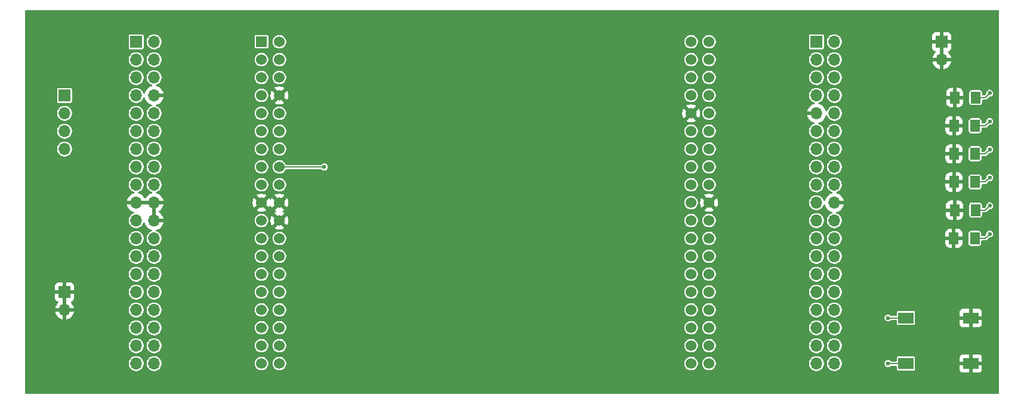
<source format=gbr>
%TF.GenerationSoftware,KiCad,Pcbnew,9.0.0*%
%TF.CreationDate,2025-07-15T20:53:32+01:00*%
%TF.ProjectId,debug,64656275-672e-46b6-9963-61645f706362,rev?*%
%TF.SameCoordinates,Original*%
%TF.FileFunction,Copper,L1,Top*%
%TF.FilePolarity,Positive*%
%FSLAX46Y46*%
G04 Gerber Fmt 4.6, Leading zero omitted, Abs format (unit mm)*
G04 Created by KiCad (PCBNEW 9.0.0) date 2025-07-15 20:53:32*
%MOMM*%
%LPD*%
G01*
G04 APERTURE LIST*
G04 Aperture macros list*
%AMRoundRect*
0 Rectangle with rounded corners*
0 $1 Rounding radius*
0 $2 $3 $4 $5 $6 $7 $8 $9 X,Y pos of 4 corners*
0 Add a 4 corners polygon primitive as box body*
4,1,4,$2,$3,$4,$5,$6,$7,$8,$9,$2,$3,0*
0 Add four circle primitives for the rounded corners*
1,1,$1+$1,$2,$3*
1,1,$1+$1,$4,$5*
1,1,$1+$1,$6,$7*
1,1,$1+$1,$8,$9*
0 Add four rect primitives between the rounded corners*
20,1,$1+$1,$2,$3,$4,$5,0*
20,1,$1+$1,$4,$5,$6,$7,0*
20,1,$1+$1,$6,$7,$8,$9,0*
20,1,$1+$1,$8,$9,$2,$3,0*%
G04 Aperture macros list end*
%TA.AperFunction,ComponentPad*%
%ADD10R,1.700000X1.700000*%
%TD*%
%TA.AperFunction,ComponentPad*%
%ADD11O,1.700000X1.700000*%
%TD*%
%TA.AperFunction,SMDPad,CuDef*%
%ADD12RoundRect,0.250001X-0.462499X-0.624999X0.462499X-0.624999X0.462499X0.624999X-0.462499X0.624999X0*%
%TD*%
%TA.AperFunction,SMDPad,CuDef*%
%ADD13R,2.180000X1.600000*%
%TD*%
%TA.AperFunction,ComponentPad*%
%ADD14R,1.524000X1.524000*%
%TD*%
%TA.AperFunction,ComponentPad*%
%ADD15C,1.524000*%
%TD*%
%TA.AperFunction,ViaPad*%
%ADD16C,0.600000*%
%TD*%
%TA.AperFunction,Conductor*%
%ADD17C,0.200000*%
%TD*%
G04 APERTURE END LIST*
D10*
%TO.P,CN7,1,Pin_1*%
%TO.N,/CN7_1*%
X68580000Y-81280000D03*
D11*
%TO.P,CN7,2,Pin_2*%
%TO.N,/CN7_2*%
X71120000Y-81280000D03*
%TO.P,CN7,3,Pin_3*%
%TO.N,/CN7_3*%
X68580000Y-83820000D03*
%TO.P,CN7,4,Pin_4*%
%TO.N,/CN7_4*%
X71120000Y-83820000D03*
%TO.P,CN7,5,Pin_5*%
%TO.N,/CN7_5*%
X68580000Y-86360000D03*
%TO.P,CN7,6,Pin_6*%
%TO.N,/CN7_6*%
X71120000Y-86360000D03*
%TO.P,CN7,7,Pin_7*%
%TO.N,/CN7_7*%
X68580000Y-88900000D03*
%TO.P,CN7,8,Pin_8*%
%TO.N,GND*%
X71120000Y-88900000D03*
%TO.P,CN7,9,Pin_9*%
%TO.N,/CN7_9*%
X68580000Y-91440000D03*
%TO.P,CN7,10,Pin_10*%
%TO.N,/CN7_10*%
X71120000Y-91440000D03*
%TO.P,CN7,11,Pin_11*%
%TO.N,/CN7_11*%
X68580000Y-93980000D03*
%TO.P,CN7,12,Pin_12*%
%TO.N,/CN7_12*%
X71120000Y-93980000D03*
%TO.P,CN7,13,Pin_13*%
%TO.N,/CN7_13*%
X68580000Y-96520000D03*
%TO.P,CN7,14,Pin_14*%
%TO.N,/CN7_14*%
X71120000Y-96520000D03*
%TO.P,CN7,15,Pin_15*%
%TO.N,/CN7_15*%
X68580000Y-99060000D03*
%TO.P,CN7,16,Pin_16*%
%TO.N,/CN7_16*%
X71120000Y-99060000D03*
%TO.P,CN7,17,Pin_17*%
%TO.N,/CN7_17*%
X68580000Y-101600000D03*
%TO.P,CN7,18,Pin_18*%
%TO.N,/CN7_18*%
X71120000Y-101600000D03*
%TO.P,CN7,19,Pin_19*%
%TO.N,GND*%
X68580000Y-104140000D03*
%TO.P,CN7,20,Pin_20*%
X71120000Y-104140000D03*
%TO.P,CN7,21,Pin_21*%
%TO.N,/CN7_21*%
X68580000Y-106680000D03*
%TO.P,CN7,22,Pin_22*%
%TO.N,GND*%
X71120000Y-106680000D03*
%TO.P,CN7,23,Pin_23*%
%TO.N,/CN7_23*%
X68580000Y-109220000D03*
%TO.P,CN7,24,Pin_24*%
%TO.N,/CN7_24*%
X71120000Y-109220000D03*
%TO.P,CN7,25,Pin_25*%
%TO.N,/CN7_25*%
X68580000Y-111760000D03*
%TO.P,CN7,26,Pin_26*%
%TO.N,/CN7_26*%
X71120000Y-111760000D03*
%TO.P,CN7,27,Pin_27*%
%TO.N,/CN7_27*%
X68580000Y-114300000D03*
%TO.P,CN7,28,Pin_28*%
%TO.N,/CN7_28*%
X71120000Y-114300000D03*
%TO.P,CN7,29,Pin_29*%
%TO.N,/CN7_29*%
X68580000Y-116840000D03*
%TO.P,CN7,30,Pin_30*%
%TO.N,/CN7_30*%
X71120000Y-116840000D03*
%TO.P,CN7,31,Pin_31*%
%TO.N,/CN7_31*%
X68580000Y-119380000D03*
%TO.P,CN7,32,Pin_32*%
%TO.N,/CN7_32*%
X71120000Y-119380000D03*
%TO.P,CN7,33,Pin_33*%
%TO.N,/CN7_33*%
X68580000Y-121920000D03*
%TO.P,CN7,34,Pin_34*%
%TO.N,/CN7_34*%
X71120000Y-121920000D03*
%TO.P,CN7,35,Pin_35*%
%TO.N,/CN7_35*%
X68580000Y-124460000D03*
%TO.P,CN7,36,Pin_36*%
%TO.N,/CN7_36*%
X71120000Y-124460000D03*
%TO.P,CN7,37,Pin_37*%
%TO.N,/CN7_37*%
X68580000Y-127000000D03*
%TO.P,CN7,38,Pin_38*%
%TO.N,/CN7_38*%
X71120000Y-127000000D03*
%TD*%
D12*
%TO.P,D2,1,K*%
%TO.N,GND*%
X184620000Y-93200000D03*
%TO.P,D2,2,A*%
%TO.N,Net-(D2-A)*%
X187595000Y-93200000D03*
%TD*%
%TO.P,D6,1,K*%
%TO.N,GND*%
X184595000Y-109200000D03*
%TO.P,D6,2,A*%
%TO.N,Net-(D6-A)*%
X187570000Y-109200000D03*
%TD*%
%TO.P,D3,1,K*%
%TO.N,GND*%
X184620000Y-97200000D03*
%TO.P,D3,2,A*%
%TO.N,Net-(D3-A)*%
X187595000Y-97200000D03*
%TD*%
D10*
%TO.P,J2,1,Pin_1*%
%TO.N,GND*%
X58420000Y-116840000D03*
D11*
%TO.P,J2,2,Pin_2*%
X58420000Y-119380000D03*
%TD*%
D13*
%TO.P,SW2,1,1*%
%TO.N,Net-(JP7-B)*%
X177800000Y-120520000D03*
%TO.P,SW2,2,2*%
%TO.N,GND*%
X186980000Y-120520000D03*
%TD*%
D10*
%TO.P,J3,1,Pin_1*%
%TO.N,unconnected-(J3-Pin_1-Pad1)*%
X58420000Y-88900000D03*
D11*
%TO.P,J3,2,Pin_2*%
%TO.N,unconnected-(J3-Pin_2-Pad2)*%
X58420000Y-91440000D03*
%TO.P,J3,3,Pin_3*%
%TO.N,unconnected-(J3-Pin_3-Pad3)*%
X58420000Y-93980000D03*
%TO.P,J3,4,Pin_4*%
%TO.N,unconnected-(J3-Pin_4-Pad4)*%
X58420000Y-96520000D03*
%TD*%
D10*
%TO.P,CN10,1,Pin_1*%
%TO.N,/CN10_1*%
X165100000Y-81280000D03*
D11*
%TO.P,CN10,2,Pin_2*%
%TO.N,/CN10_2*%
X167640000Y-81280000D03*
%TO.P,CN10,3,Pin_3*%
%TO.N,/CN10_3*%
X165100000Y-83820000D03*
%TO.P,CN10,4,Pin_4*%
%TO.N,/CN10_4*%
X167640000Y-83820000D03*
%TO.P,CN10,5,Pin_5*%
%TO.N,/CN10_5*%
X165100000Y-86360000D03*
%TO.P,CN10,6,Pin_6*%
%TO.N,/CN10_6*%
X167640000Y-86360000D03*
%TO.P,CN10,7,Pin_7*%
%TO.N,/CN10_7*%
X165100000Y-88900000D03*
%TO.P,CN10,8,Pin_8*%
%TO.N,/CN10_8*%
X167640000Y-88900000D03*
%TO.P,CN10,9,Pin_9*%
%TO.N,GND*%
X165100000Y-91440000D03*
%TO.P,CN10,10,Pin_10*%
%TO.N,/CN10_10*%
X167640000Y-91440000D03*
%TO.P,CN10,11,Pin_11*%
%TO.N,/CN10_11*%
X165100000Y-93980000D03*
%TO.P,CN10,12,Pin_12*%
%TO.N,/CN10_12*%
X167640000Y-93980000D03*
%TO.P,CN10,13,Pin_13*%
%TO.N,/CN10_13*%
X165100000Y-96520000D03*
%TO.P,CN10,14,Pin_14*%
%TO.N,/CN10_14*%
X167640000Y-96520000D03*
%TO.P,CN10,15,Pin_15*%
%TO.N,/CN10_15*%
X165100000Y-99060000D03*
%TO.P,CN10,16,Pin_16*%
%TO.N,/CN10_16*%
X167640000Y-99060000D03*
%TO.P,CN10,17,Pin_17*%
%TO.N,/CN10_17*%
X165100000Y-101600000D03*
%TO.P,CN10,18,Pin_18*%
%TO.N,/CN10_18*%
X167640000Y-101600000D03*
%TO.P,CN10,19,Pin_19*%
%TO.N,/CN10_19*%
X165100000Y-104140000D03*
%TO.P,CN10,20,Pin_20*%
%TO.N,GND*%
X167640000Y-104140000D03*
%TO.P,CN10,21,Pin_21*%
%TO.N,/CN10_21*%
X165100000Y-106680000D03*
%TO.P,CN10,22,Pin_22*%
%TO.N,/CN10_22*%
X167640000Y-106680000D03*
%TO.P,CN10,23,Pin_23*%
%TO.N,/CN10_23*%
X165100000Y-109220000D03*
%TO.P,CN10,24,Pin_24*%
%TO.N,/CN10_24*%
X167640000Y-109220000D03*
%TO.P,CN10,25,Pin_25*%
%TO.N,/CN10_25*%
X165100000Y-111760000D03*
%TO.P,CN10,26,Pin_26*%
%TO.N,/CN10_26*%
X167640000Y-111760000D03*
%TO.P,CN10,27,Pin_27*%
%TO.N,/CN10_27*%
X165100000Y-114300000D03*
%TO.P,CN10,28,Pin_28*%
%TO.N,/CN10_28*%
X167640000Y-114300000D03*
%TO.P,CN10,29,Pin_29*%
%TO.N,/CN10_29*%
X165100000Y-116840000D03*
%TO.P,CN10,30,Pin_30*%
%TO.N,/CN10_30*%
X167640000Y-116840000D03*
%TO.P,CN10,31,Pin_31*%
%TO.N,/CN10_31*%
X165100000Y-119380000D03*
%TO.P,CN10,32,Pin_32*%
%TO.N,/CN10_32*%
X167640000Y-119380000D03*
%TO.P,CN10,33,Pin_33*%
%TO.N,/CN10_33*%
X165100000Y-121920000D03*
%TO.P,CN10,34,Pin_34*%
%TO.N,/CN10_34*%
X167640000Y-121920000D03*
%TO.P,CN10,35,Pin_35*%
%TO.N,/CN10_35*%
X165100000Y-124460000D03*
%TO.P,CN10,36,Pin_36*%
%TO.N,/CN10_36*%
X167640000Y-124460000D03*
%TO.P,CN10,37,Pin_37*%
%TO.N,/CN10_37*%
X165100000Y-127000000D03*
%TO.P,CN10,38,Pin_38*%
%TO.N,/CN10_38*%
X167640000Y-127000000D03*
%TD*%
D12*
%TO.P,PWR1,1,K*%
%TO.N,GND*%
X184720000Y-89200000D03*
%TO.P,PWR1,2,A*%
%TO.N,Net-(PWR1-A)*%
X187695000Y-89200000D03*
%TD*%
D10*
%TO.P,J1,1,Pin_1*%
%TO.N,GND*%
X182880000Y-81280000D03*
D11*
%TO.P,J1,2,Pin_2*%
X182880000Y-83820000D03*
%TD*%
D13*
%TO.P,RST1,1,1*%
%TO.N,/CN7_14*%
X177800000Y-127000000D03*
%TO.P,RST1,2,2*%
%TO.N,GND*%
X186980000Y-127000000D03*
%TD*%
D12*
%TO.P,D5,1,K*%
%TO.N,GND*%
X184695000Y-105200000D03*
%TO.P,D5,2,A*%
%TO.N,Net-(D5-A)*%
X187670000Y-105200000D03*
%TD*%
D14*
%TO.P,U1,CN7_1,PC10*%
%TO.N,/CN7_1*%
X86360000Y-81280000D03*
D15*
%TO.P,U1,CN7_2,PC11*%
%TO.N,/CN7_2*%
X88900000Y-81280000D03*
%TO.P,U1,CN7_3,PC12*%
%TO.N,/CN7_3*%
X86360000Y-83820000D03*
%TO.P,U1,CN7_4,PD2*%
%TO.N,/CN7_4*%
X88900000Y-83820000D03*
%TO.P,U1,CN7_5,VDD*%
%TO.N,/CN7_5*%
X86360000Y-86360000D03*
%TO.P,U1,CN7_6,E5V*%
%TO.N,/CN7_6*%
X88900000Y-86360000D03*
%TO.P,U1,CN7_7,P8-BOOT0*%
%TO.N,/CN7_7*%
X86360000Y-88900000D03*
%TO.P,U1,CN7_8,GND_CN7_8*%
%TO.N,GND*%
X88900000Y-88900000D03*
%TO.P,U1,CN7_9,NC_CN7_9*%
%TO.N,/CN7_9*%
X86360000Y-91440000D03*
%TO.P,U1,CN7_10,NC_CN7_10*%
%TO.N,/CN7_10*%
X88900000Y-91440000D03*
%TO.P,U1,CN7_11,NC_CN7_11*%
%TO.N,/CN7_11*%
X86360000Y-93980000D03*
%TO.P,U1,CN7_12,IOREF*%
%TO.N,/CN7_12*%
X88900000Y-93980000D03*
%TO.P,U1,CN7_13,PA13*%
%TO.N,/CN7_13*%
X86360000Y-96520000D03*
%TO.P,U1,CN7_14,~{RST}*%
%TO.N,/CN7_14*%
X88900000Y-96520000D03*
%TO.P,U1,CN7_15,PA14*%
%TO.N,/CN7_15*%
X86360000Y-99060000D03*
%TO.P,U1,CN7_16,+3V3*%
%TO.N,/CN7_16*%
X88900000Y-99060000D03*
%TO.P,U1,CN7_17,PA15*%
%TO.N,/CN7_17*%
X86360000Y-101600000D03*
%TO.P,U1,CN7_18,+5V*%
%TO.N,/CN7_18*%
X88900000Y-101600000D03*
%TO.P,U1,CN7_19,GND_CN7_19*%
%TO.N,GND*%
X86360000Y-104140000D03*
%TO.P,U1,CN7_20,GND_CN7_20*%
X88900000Y-104140000D03*
%TO.P,U1,CN7_21,PB7*%
%TO.N,/CN7_21*%
X86360000Y-106680000D03*
%TO.P,U1,CN7_22,GND_CN7_22*%
%TO.N,GND*%
X88900000Y-106680000D03*
%TO.P,U1,CN7_23,PC13*%
%TO.N,/CN7_23*%
X86360000Y-109220000D03*
%TO.P,U1,CN7_24,VIN*%
%TO.N,/CN7_24*%
X88900000Y-109220000D03*
%TO.P,U1,CN7_25,PC14*%
%TO.N,/CN7_25*%
X86360000Y-111760000D03*
%TO.P,U1,CN7_26,NC_CN7_26*%
%TO.N,/CN7_26*%
X88900000Y-111760000D03*
%TO.P,U1,CN7_27,PC15*%
%TO.N,/CN7_27*%
X86360000Y-114300000D03*
%TO.P,U1,CN7_28,PA0*%
%TO.N,/CN7_28*%
X88900000Y-114300000D03*
%TO.P,U1,CN7_29,PF0*%
%TO.N,/CN7_29*%
X86360000Y-116840000D03*
%TO.P,U1,CN7_30,PA1*%
%TO.N,/CN7_30*%
X88900000Y-116840000D03*
%TO.P,U1,CN7_31,PF1*%
%TO.N,/CN7_31*%
X86360000Y-119380000D03*
%TO.P,U1,CN7_32,PA4*%
%TO.N,/CN7_32*%
X88900000Y-119380000D03*
%TO.P,U1,CN7_33,VBAT*%
%TO.N,/CN7_33*%
X86360000Y-121920000D03*
%TO.P,U1,CN7_34,PB0*%
%TO.N,/CN7_34*%
X88900000Y-121920000D03*
%TO.P,U1,CN7_35,PC2*%
%TO.N,/CN7_35*%
X86360000Y-124460000D03*
%TO.P,U1,CN7_36,PC1/PB9*%
%TO.N,/CN7_36*%
X88900000Y-124460000D03*
%TO.P,U1,CN7_37,PC3*%
%TO.N,/CN7_37*%
X86360000Y-127000000D03*
%TO.P,U1,CN7_38,PC0/PA15*%
%TO.N,/CN7_38*%
X88900000Y-127000000D03*
%TO.P,U1,CN10_1,PC9*%
%TO.N,/CN10_1*%
X147320000Y-81280000D03*
%TO.P,U1,CN10_2,PC8*%
%TO.N,/CN10_2*%
X149860000Y-81280000D03*
%TO.P,U1,CN10_3,PB8*%
%TO.N,/CN10_3*%
X147320000Y-83820000D03*
%TO.P,U1,CN10_4,PC6*%
%TO.N,/CN10_4*%
X149860000Y-83820000D03*
%TO.P,U1,CN10_5,PB9*%
%TO.N,/CN10_5*%
X147320000Y-86360000D03*
%TO.P,U1,CN10_6,PC5*%
%TO.N,/CN10_6*%
X149860000Y-86360000D03*
%TO.P,U1,CN10_7,AVDD*%
%TO.N,/CN10_7*%
X147320000Y-88900000D03*
%TO.P,U1,CN10_8,5V_USB_CHGR*%
%TO.N,/CN10_8*%
X149860000Y-88900000D03*
%TO.P,U1,CN10_9,GND_CN10_9*%
%TO.N,GND*%
X147320000Y-91440000D03*
%TO.P,U1,CN10_10,NC_CN10_10*%
%TO.N,/CN10_10*%
X149860000Y-91440000D03*
%TO.P,U1,CN10_11,PA5*%
%TO.N,/CN10_11*%
X147320000Y-93980000D03*
%TO.P,U1,CN10_12,PA12*%
%TO.N,/CN10_12*%
X149860000Y-93980000D03*
%TO.P,U1,CN10_13,PA6*%
%TO.N,/CN10_13*%
X147320000Y-96520000D03*
%TO.P,U1,CN10_14,PA11*%
%TO.N,/CN10_14*%
X149860000Y-96520000D03*
%TO.P,U1,CN10_15,PA7*%
%TO.N,/CN10_15*%
X147320000Y-99060000D03*
%TO.P,U1,CN10_16,PB12*%
%TO.N,/CN10_16*%
X149860000Y-99060000D03*
%TO.P,U1,CN10_17,PB6*%
%TO.N,/CN10_17*%
X147320000Y-101600000D03*
%TO.P,U1,CN10_18,PB11*%
%TO.N,/CN10_18*%
X149860000Y-101600000D03*
%TO.P,U1,CN10_19,PC7*%
%TO.N,/CN10_19*%
X147320000Y-104140000D03*
%TO.P,U1,CN10_20,GND_CN10_20*%
%TO.N,GND*%
X149860000Y-104140000D03*
%TO.P,U1,CN10_21,PA9*%
%TO.N,/CN10_21*%
X147320000Y-106680000D03*
%TO.P,U1,CN10_22,PB2*%
%TO.N,/CN10_22*%
X149860000Y-106680000D03*
%TO.P,U1,CN10_23,PA8*%
%TO.N,/CN10_23*%
X147320000Y-109220000D03*
%TO.P,U1,CN10_24,PB1*%
%TO.N,/CN10_24*%
X149860000Y-109220000D03*
%TO.P,U1,CN10_25,PB10*%
%TO.N,/CN10_25*%
X147320000Y-111760000D03*
%TO.P,U1,CN10_26,PB15*%
%TO.N,/CN10_26*%
X149860000Y-111760000D03*
%TO.P,U1,CN10_27,PB4*%
%TO.N,/CN10_27*%
X147320000Y-114300000D03*
%TO.P,U1,CN10_28,PB14*%
%TO.N,/CN10_28*%
X149860000Y-114300000D03*
%TO.P,U1,CN10_29,PB5*%
%TO.N,/CN10_29*%
X147320000Y-116840000D03*
%TO.P,U1,CN10_30,PB13*%
%TO.N,/CN10_30*%
X149860000Y-116840000D03*
%TO.P,U1,CN10_31,PB3*%
%TO.N,/CN10_31*%
X147320000Y-119380000D03*
%TO.P,U1,CN10_32,AGND*%
%TO.N,/CN10_32*%
X149860000Y-119380000D03*
%TO.P,U1,CN10_33,PA10*%
%TO.N,/CN10_33*%
X147320000Y-121920000D03*
%TO.P,U1,CN10_34,PC4*%
%TO.N,/CN10_34*%
X149860000Y-121920000D03*
%TO.P,U1,CN10_35,PA2/PC4*%
%TO.N,/CN10_35*%
X147320000Y-124460000D03*
%TO.P,U1,CN10_36,NC_CN10_36*%
%TO.N,/CN10_36*%
X149860000Y-124460000D03*
%TO.P,U1,CN10_37,PA3/PC5*%
%TO.N,/CN10_37*%
X147320000Y-127000000D03*
%TO.P,U1,CN10_38,NC_CN10_38*%
%TO.N,/CN10_38*%
X149860000Y-127000000D03*
%TD*%
D12*
%TO.P,PWM1,1,K*%
%TO.N,GND*%
X184620000Y-101200000D03*
%TO.P,PWM1,2,A*%
%TO.N,Net-(PWM1-A)*%
X187595000Y-101200000D03*
%TD*%
D16*
%TO.N,Net-(PWM1-A)*%
X189680000Y-100580000D03*
%TO.N,Net-(PWR1-A)*%
X189680000Y-88580000D03*
%TO.N,/CN7_14*%
X175260000Y-127000000D03*
%TO.N,/CN7_16*%
X95260000Y-99060000D03*
%TO.N,Net-(D2-A)*%
X189680000Y-92580000D03*
%TO.N,Net-(D3-A)*%
X189680000Y-96580000D03*
%TO.N,Net-(D5-A)*%
X189680000Y-104580000D03*
%TO.N,Net-(JP7-B)*%
X175260000Y-120520000D03*
%TO.N,Net-(D6-A)*%
X189680000Y-108580000D03*
%TD*%
D17*
%TO.N,Net-(D6-A)*%
X189060000Y-109200000D02*
X189680000Y-108580000D01*
X187570000Y-109200000D02*
X189060000Y-109200000D01*
%TO.N,Net-(D5-A)*%
X189060000Y-105200000D02*
X189680000Y-104580000D01*
X187670000Y-105200000D02*
X189060000Y-105200000D01*
%TO.N,Net-(PWM1-A)*%
X189060000Y-101200000D02*
X189680000Y-100580000D01*
X187595000Y-101200000D02*
X189060000Y-101200000D01*
%TO.N,Net-(PWR1-A)*%
X189060000Y-89200000D02*
X189680000Y-88580000D01*
X187695000Y-89200000D02*
X189060000Y-89200000D01*
%TO.N,/CN7_14*%
X177800000Y-127000000D02*
X175260000Y-127000000D01*
%TO.N,/CN7_16*%
X95260000Y-99060000D02*
X88900000Y-99060000D01*
%TO.N,Net-(D2-A)*%
X189060000Y-93200000D02*
X189680000Y-92580000D01*
X187595000Y-93200000D02*
X189060000Y-93200000D01*
%TO.N,Net-(D3-A)*%
X187595000Y-97200000D02*
X189060000Y-97200000D01*
X189060000Y-97200000D02*
X189680000Y-96580000D01*
%TO.N,Net-(JP7-B)*%
X177800000Y-120520000D02*
X175260000Y-120520000D01*
%TD*%
%TA.AperFunction,Conductor*%
%TO.N,GND*%
G36*
X58670000Y-118946988D02*
G01*
X58612993Y-118914075D01*
X58485826Y-118880000D01*
X58354174Y-118880000D01*
X58227007Y-118914075D01*
X58170000Y-118946988D01*
X58170000Y-117273012D01*
X58227007Y-117305925D01*
X58354174Y-117340000D01*
X58485826Y-117340000D01*
X58612993Y-117305925D01*
X58670000Y-117273012D01*
X58670000Y-118946988D01*
G37*
%TD.AperFunction*%
%TA.AperFunction,Conductor*%
G36*
X71370000Y-106246988D02*
G01*
X71312993Y-106214075D01*
X71185826Y-106180000D01*
X71054174Y-106180000D01*
X70927007Y-106214075D01*
X70870000Y-106246988D01*
X70870000Y-104573012D01*
X70927007Y-104605925D01*
X71054174Y-104640000D01*
X71185826Y-104640000D01*
X71312993Y-104605925D01*
X71370000Y-104573012D01*
X71370000Y-106246988D01*
G37*
%TD.AperFunction*%
%TA.AperFunction,Conductor*%
G36*
X70654075Y-103947007D02*
G01*
X70620000Y-104074174D01*
X70620000Y-104205826D01*
X70654075Y-104332993D01*
X70686988Y-104390000D01*
X69013012Y-104390000D01*
X69045925Y-104332993D01*
X69080000Y-104205826D01*
X69080000Y-104074174D01*
X69045925Y-103947007D01*
X69013012Y-103890000D01*
X70686988Y-103890000D01*
X70654075Y-103947007D01*
G37*
%TD.AperFunction*%
%TA.AperFunction,Conductor*%
G36*
X183130000Y-83386988D02*
G01*
X183072993Y-83354075D01*
X182945826Y-83320000D01*
X182814174Y-83320000D01*
X182687007Y-83354075D01*
X182630000Y-83386988D01*
X182630000Y-81713012D01*
X182687007Y-81745925D01*
X182814174Y-81780000D01*
X182945826Y-81780000D01*
X183072993Y-81745925D01*
X183130000Y-81713012D01*
X183130000Y-83386988D01*
G37*
%TD.AperFunction*%
%TA.AperFunction,Conductor*%
G36*
X190962539Y-76800185D02*
G01*
X191008294Y-76852989D01*
X191019500Y-76904500D01*
X191019500Y-131155500D01*
X190999815Y-131222539D01*
X190947011Y-131268294D01*
X190895500Y-131279500D01*
X52944500Y-131279500D01*
X52877461Y-131259815D01*
X52831706Y-131207011D01*
X52820500Y-131155500D01*
X52820500Y-126896530D01*
X67529500Y-126896530D01*
X67529500Y-127103469D01*
X67569868Y-127306412D01*
X67569870Y-127306420D01*
X67636132Y-127466391D01*
X67649059Y-127497598D01*
X67650998Y-127500500D01*
X67764024Y-127669657D01*
X67910342Y-127815975D01*
X67910345Y-127815977D01*
X68082402Y-127930941D01*
X68273580Y-128010130D01*
X68434235Y-128042086D01*
X68476530Y-128050499D01*
X68476534Y-128050500D01*
X68476535Y-128050500D01*
X68683466Y-128050500D01*
X68683467Y-128050499D01*
X68886420Y-128010130D01*
X69077598Y-127930941D01*
X69249655Y-127815977D01*
X69395977Y-127669655D01*
X69510941Y-127497598D01*
X69590130Y-127306420D01*
X69630500Y-127103465D01*
X69630500Y-126896535D01*
X69630499Y-126896530D01*
X70069500Y-126896530D01*
X70069500Y-127103469D01*
X70109868Y-127306412D01*
X70109870Y-127306420D01*
X70176132Y-127466391D01*
X70189059Y-127497598D01*
X70190998Y-127500500D01*
X70304024Y-127669657D01*
X70450342Y-127815975D01*
X70450345Y-127815977D01*
X70622402Y-127930941D01*
X70813580Y-128010130D01*
X70974235Y-128042086D01*
X71016530Y-128050499D01*
X71016534Y-128050500D01*
X71016535Y-128050500D01*
X71223466Y-128050500D01*
X71223467Y-128050499D01*
X71426420Y-128010130D01*
X71617598Y-127930941D01*
X71789655Y-127815977D01*
X71935977Y-127669655D01*
X72050941Y-127497598D01*
X72130130Y-127306420D01*
X72170500Y-127103465D01*
X72170500Y-126905197D01*
X85397500Y-126905197D01*
X85397500Y-127094802D01*
X85434486Y-127280743D01*
X85434488Y-127280751D01*
X85507042Y-127455912D01*
X85612377Y-127613558D01*
X85746441Y-127747622D01*
X85848739Y-127815975D01*
X85904085Y-127852956D01*
X86079249Y-127925512D01*
X86265197Y-127962499D01*
X86265201Y-127962500D01*
X86265202Y-127962500D01*
X86454799Y-127962500D01*
X86454800Y-127962499D01*
X86640751Y-127925512D01*
X86815915Y-127852956D01*
X86973558Y-127747622D01*
X87107622Y-127613558D01*
X87212956Y-127455915D01*
X87285512Y-127280751D01*
X87322500Y-127094798D01*
X87322500Y-126905202D01*
X87322499Y-126905197D01*
X87937500Y-126905197D01*
X87937500Y-127094802D01*
X87974486Y-127280743D01*
X87974488Y-127280751D01*
X88047042Y-127455912D01*
X88152377Y-127613558D01*
X88286441Y-127747622D01*
X88388739Y-127815975D01*
X88444085Y-127852956D01*
X88619249Y-127925512D01*
X88805197Y-127962499D01*
X88805201Y-127962500D01*
X88805202Y-127962500D01*
X88994799Y-127962500D01*
X88994800Y-127962499D01*
X89180751Y-127925512D01*
X89355915Y-127852956D01*
X89513558Y-127747622D01*
X89647622Y-127613558D01*
X89752956Y-127455915D01*
X89825512Y-127280751D01*
X89862500Y-127094798D01*
X89862500Y-126905202D01*
X89862499Y-126905197D01*
X146357500Y-126905197D01*
X146357500Y-127094802D01*
X146394486Y-127280743D01*
X146394488Y-127280751D01*
X146467042Y-127455912D01*
X146572377Y-127613558D01*
X146706441Y-127747622D01*
X146808739Y-127815975D01*
X146864085Y-127852956D01*
X147039249Y-127925512D01*
X147225197Y-127962499D01*
X147225201Y-127962500D01*
X147225202Y-127962500D01*
X147414799Y-127962500D01*
X147414800Y-127962499D01*
X147600751Y-127925512D01*
X147775915Y-127852956D01*
X147933558Y-127747622D01*
X148067622Y-127613558D01*
X148172956Y-127455915D01*
X148245512Y-127280751D01*
X148282500Y-127094798D01*
X148282500Y-126905202D01*
X148282499Y-126905197D01*
X148897500Y-126905197D01*
X148897500Y-127094802D01*
X148934486Y-127280743D01*
X148934488Y-127280751D01*
X149007042Y-127455912D01*
X149112377Y-127613558D01*
X149246441Y-127747622D01*
X149348739Y-127815975D01*
X149404085Y-127852956D01*
X149579249Y-127925512D01*
X149765197Y-127962499D01*
X149765201Y-127962500D01*
X149765202Y-127962500D01*
X149954799Y-127962500D01*
X149954800Y-127962499D01*
X150140751Y-127925512D01*
X150315915Y-127852956D01*
X150473558Y-127747622D01*
X150607622Y-127613558D01*
X150712956Y-127455915D01*
X150785512Y-127280751D01*
X150822500Y-127094798D01*
X150822500Y-126905202D01*
X150820775Y-126896530D01*
X164049500Y-126896530D01*
X164049500Y-127103469D01*
X164089868Y-127306412D01*
X164089870Y-127306420D01*
X164156132Y-127466391D01*
X164169059Y-127497598D01*
X164170998Y-127500500D01*
X164284024Y-127669657D01*
X164430342Y-127815975D01*
X164430345Y-127815977D01*
X164602402Y-127930941D01*
X164793580Y-128010130D01*
X164954235Y-128042086D01*
X164996530Y-128050499D01*
X164996534Y-128050500D01*
X164996535Y-128050500D01*
X165203466Y-128050500D01*
X165203467Y-128050499D01*
X165406420Y-128010130D01*
X165597598Y-127930941D01*
X165769655Y-127815977D01*
X165915977Y-127669655D01*
X166030941Y-127497598D01*
X166110130Y-127306420D01*
X166150500Y-127103465D01*
X166150500Y-126896535D01*
X166150499Y-126896530D01*
X166589500Y-126896530D01*
X166589500Y-127103469D01*
X166629868Y-127306412D01*
X166629870Y-127306420D01*
X166696132Y-127466391D01*
X166709059Y-127497598D01*
X166710998Y-127500500D01*
X166824024Y-127669657D01*
X166970342Y-127815975D01*
X166970345Y-127815977D01*
X167142402Y-127930941D01*
X167333580Y-128010130D01*
X167494235Y-128042086D01*
X167536530Y-128050499D01*
X167536534Y-128050500D01*
X167536535Y-128050500D01*
X167743466Y-128050500D01*
X167743467Y-128050499D01*
X167946420Y-128010130D01*
X168137598Y-127930941D01*
X168309655Y-127815977D01*
X168455977Y-127669655D01*
X168570941Y-127497598D01*
X168650130Y-127306420D01*
X168690500Y-127103465D01*
X168690500Y-126934108D01*
X174759500Y-126934108D01*
X174759500Y-127065891D01*
X174793608Y-127193187D01*
X174826410Y-127250000D01*
X174859500Y-127307314D01*
X174952686Y-127400500D01*
X175066814Y-127466392D01*
X175194108Y-127500500D01*
X175194110Y-127500500D01*
X175325890Y-127500500D01*
X175325892Y-127500500D01*
X175453186Y-127466392D01*
X175567314Y-127400500D01*
X175630995Y-127336819D01*
X175692318Y-127303334D01*
X175718676Y-127300500D01*
X176385500Y-127300500D01*
X176452539Y-127320185D01*
X176498294Y-127372989D01*
X176509500Y-127424500D01*
X176509500Y-127819752D01*
X176521131Y-127878229D01*
X176521132Y-127878230D01*
X176565447Y-127944552D01*
X176631769Y-127988867D01*
X176631770Y-127988868D01*
X176690247Y-128000499D01*
X176690250Y-128000500D01*
X176690252Y-128000500D01*
X178909750Y-128000500D01*
X178909751Y-128000499D01*
X178924568Y-127997552D01*
X178968229Y-127988868D01*
X178968229Y-127988867D01*
X178968231Y-127988867D01*
X179034552Y-127944552D01*
X179078867Y-127878231D01*
X179078867Y-127878229D01*
X179078868Y-127878229D01*
X179084912Y-127847844D01*
X185390000Y-127847844D01*
X185396401Y-127907372D01*
X185396403Y-127907379D01*
X185446645Y-128042086D01*
X185446649Y-128042093D01*
X185532809Y-128157187D01*
X185532812Y-128157190D01*
X185647906Y-128243350D01*
X185647913Y-128243354D01*
X185782620Y-128293596D01*
X185782627Y-128293598D01*
X185842155Y-128299999D01*
X185842172Y-128300000D01*
X186730000Y-128300000D01*
X187230000Y-128300000D01*
X188117828Y-128300000D01*
X188117844Y-128299999D01*
X188177372Y-128293598D01*
X188177379Y-128293596D01*
X188312086Y-128243354D01*
X188312093Y-128243350D01*
X188427187Y-128157190D01*
X188427190Y-128157187D01*
X188513350Y-128042093D01*
X188513354Y-128042086D01*
X188563596Y-127907379D01*
X188563598Y-127907372D01*
X188569999Y-127847844D01*
X188570000Y-127847827D01*
X188570000Y-127250000D01*
X187230000Y-127250000D01*
X187230000Y-128300000D01*
X186730000Y-128300000D01*
X186730000Y-127250000D01*
X185390000Y-127250000D01*
X185390000Y-127847844D01*
X179084912Y-127847844D01*
X179090499Y-127819752D01*
X179090500Y-127819750D01*
X179090500Y-126180249D01*
X179090499Y-126180247D01*
X179089066Y-126173038D01*
X179089066Y-126173037D01*
X179084912Y-126152155D01*
X185390000Y-126152155D01*
X185390000Y-126750000D01*
X186730000Y-126750000D01*
X187230000Y-126750000D01*
X188570000Y-126750000D01*
X188570000Y-126152172D01*
X188569999Y-126152155D01*
X188563598Y-126092627D01*
X188563596Y-126092620D01*
X188513354Y-125957913D01*
X188513350Y-125957906D01*
X188427190Y-125842812D01*
X188427187Y-125842809D01*
X188312093Y-125756649D01*
X188312086Y-125756645D01*
X188177379Y-125706403D01*
X188177372Y-125706401D01*
X188117844Y-125700000D01*
X187230000Y-125700000D01*
X187230000Y-126750000D01*
X186730000Y-126750000D01*
X186730000Y-125700000D01*
X185842155Y-125700000D01*
X185782627Y-125706401D01*
X185782620Y-125706403D01*
X185647913Y-125756645D01*
X185647906Y-125756649D01*
X185532812Y-125842809D01*
X185532809Y-125842812D01*
X185446649Y-125957906D01*
X185446645Y-125957913D01*
X185396403Y-126092620D01*
X185396401Y-126092627D01*
X185390000Y-126152155D01*
X179084912Y-126152155D01*
X179078867Y-126121770D01*
X179078867Y-126121769D01*
X179034552Y-126055447D01*
X178968230Y-126011132D01*
X178968229Y-126011131D01*
X178909752Y-125999500D01*
X178909748Y-125999500D01*
X176690252Y-125999500D01*
X176690247Y-125999500D01*
X176631770Y-126011131D01*
X176631769Y-126011132D01*
X176565447Y-126055447D01*
X176521132Y-126121769D01*
X176521131Y-126121770D01*
X176509500Y-126180247D01*
X176509500Y-126575500D01*
X176489815Y-126642539D01*
X176437011Y-126688294D01*
X176385500Y-126699500D01*
X175718676Y-126699500D01*
X175651637Y-126679815D01*
X175630995Y-126663181D01*
X175567316Y-126599502D01*
X175567314Y-126599500D01*
X175510250Y-126566554D01*
X175453187Y-126533608D01*
X175389539Y-126516554D01*
X175325892Y-126499500D01*
X175194108Y-126499500D01*
X175066812Y-126533608D01*
X174952686Y-126599500D01*
X174952683Y-126599502D01*
X174859502Y-126692683D01*
X174859500Y-126692686D01*
X174793608Y-126806812D01*
X174759500Y-126934108D01*
X168690500Y-126934108D01*
X168690500Y-126896535D01*
X168650130Y-126693580D01*
X168570941Y-126502402D01*
X168455977Y-126330345D01*
X168455975Y-126330342D01*
X168309657Y-126184024D01*
X168172870Y-126092627D01*
X168137598Y-126069059D01*
X168104738Y-126055448D01*
X167946420Y-125989870D01*
X167946412Y-125989868D01*
X167743469Y-125949500D01*
X167743465Y-125949500D01*
X167536535Y-125949500D01*
X167536530Y-125949500D01*
X167333587Y-125989868D01*
X167333579Y-125989870D01*
X167142403Y-126069058D01*
X166970342Y-126184024D01*
X166824024Y-126330342D01*
X166709058Y-126502403D01*
X166629870Y-126693579D01*
X166629868Y-126693587D01*
X166589500Y-126896530D01*
X166150499Y-126896530D01*
X166110130Y-126693580D01*
X166030941Y-126502402D01*
X165915977Y-126330345D01*
X165915975Y-126330342D01*
X165769657Y-126184024D01*
X165632870Y-126092627D01*
X165597598Y-126069059D01*
X165564738Y-126055448D01*
X165406420Y-125989870D01*
X165406412Y-125989868D01*
X165203469Y-125949500D01*
X165203465Y-125949500D01*
X164996535Y-125949500D01*
X164996530Y-125949500D01*
X164793587Y-125989868D01*
X164793579Y-125989870D01*
X164602403Y-126069058D01*
X164430342Y-126184024D01*
X164284024Y-126330342D01*
X164169058Y-126502403D01*
X164089870Y-126693579D01*
X164089868Y-126693587D01*
X164049500Y-126896530D01*
X150820775Y-126896530D01*
X150785512Y-126719249D01*
X150712956Y-126544085D01*
X150677686Y-126491300D01*
X150607622Y-126386441D01*
X150473558Y-126252377D01*
X150315912Y-126147042D01*
X150140751Y-126074488D01*
X150140743Y-126074486D01*
X149954802Y-126037500D01*
X149954798Y-126037500D01*
X149765202Y-126037500D01*
X149765197Y-126037500D01*
X149579256Y-126074486D01*
X149579248Y-126074488D01*
X149404087Y-126147042D01*
X149246441Y-126252377D01*
X149112377Y-126386441D01*
X149007042Y-126544087D01*
X148934488Y-126719248D01*
X148934486Y-126719256D01*
X148897500Y-126905197D01*
X148282499Y-126905197D01*
X148245512Y-126719249D01*
X148172956Y-126544085D01*
X148137686Y-126491300D01*
X148067622Y-126386441D01*
X147933558Y-126252377D01*
X147775912Y-126147042D01*
X147600751Y-126074488D01*
X147600743Y-126074486D01*
X147414802Y-126037500D01*
X147414798Y-126037500D01*
X147225202Y-126037500D01*
X147225197Y-126037500D01*
X147039256Y-126074486D01*
X147039248Y-126074488D01*
X146864087Y-126147042D01*
X146706441Y-126252377D01*
X146572377Y-126386441D01*
X146467042Y-126544087D01*
X146394488Y-126719248D01*
X146394486Y-126719256D01*
X146357500Y-126905197D01*
X89862499Y-126905197D01*
X89825512Y-126719249D01*
X89752956Y-126544085D01*
X89717686Y-126491300D01*
X89647622Y-126386441D01*
X89513558Y-126252377D01*
X89355912Y-126147042D01*
X89180751Y-126074488D01*
X89180743Y-126074486D01*
X88994802Y-126037500D01*
X88994798Y-126037500D01*
X88805202Y-126037500D01*
X88805197Y-126037500D01*
X88619256Y-126074486D01*
X88619248Y-126074488D01*
X88444087Y-126147042D01*
X88286441Y-126252377D01*
X88152377Y-126386441D01*
X88047042Y-126544087D01*
X87974488Y-126719248D01*
X87974486Y-126719256D01*
X87937500Y-126905197D01*
X87322499Y-126905197D01*
X87285512Y-126719249D01*
X87212956Y-126544085D01*
X87177686Y-126491300D01*
X87107622Y-126386441D01*
X86973558Y-126252377D01*
X86815912Y-126147042D01*
X86640751Y-126074488D01*
X86640743Y-126074486D01*
X86454802Y-126037500D01*
X86454798Y-126037500D01*
X86265202Y-126037500D01*
X86265197Y-126037500D01*
X86079256Y-126074486D01*
X86079248Y-126074488D01*
X85904087Y-126147042D01*
X85746441Y-126252377D01*
X85612377Y-126386441D01*
X85507042Y-126544087D01*
X85434488Y-126719248D01*
X85434486Y-126719256D01*
X85397500Y-126905197D01*
X72170500Y-126905197D01*
X72170500Y-126896535D01*
X72130130Y-126693580D01*
X72050941Y-126502402D01*
X71935977Y-126330345D01*
X71935975Y-126330342D01*
X71789657Y-126184024D01*
X71652870Y-126092627D01*
X71617598Y-126069059D01*
X71584738Y-126055448D01*
X71426420Y-125989870D01*
X71426412Y-125989868D01*
X71223469Y-125949500D01*
X71223465Y-125949500D01*
X71016535Y-125949500D01*
X71016530Y-125949500D01*
X70813587Y-125989868D01*
X70813579Y-125989870D01*
X70622403Y-126069058D01*
X70450342Y-126184024D01*
X70304024Y-126330342D01*
X70189058Y-126502403D01*
X70109870Y-126693579D01*
X70109868Y-126693587D01*
X70069500Y-126896530D01*
X69630499Y-126896530D01*
X69590130Y-126693580D01*
X69510941Y-126502402D01*
X69395977Y-126330345D01*
X69395975Y-126330342D01*
X69249657Y-126184024D01*
X69112870Y-126092627D01*
X69077598Y-126069059D01*
X69044738Y-126055448D01*
X68886420Y-125989870D01*
X68886412Y-125989868D01*
X68683469Y-125949500D01*
X68683465Y-125949500D01*
X68476535Y-125949500D01*
X68476530Y-125949500D01*
X68273587Y-125989868D01*
X68273579Y-125989870D01*
X68082403Y-126069058D01*
X67910342Y-126184024D01*
X67764024Y-126330342D01*
X67649058Y-126502403D01*
X67569870Y-126693579D01*
X67569868Y-126693587D01*
X67529500Y-126896530D01*
X52820500Y-126896530D01*
X52820500Y-124356530D01*
X67529500Y-124356530D01*
X67529500Y-124563469D01*
X67569868Y-124766412D01*
X67569870Y-124766420D01*
X67649058Y-124957596D01*
X67764024Y-125129657D01*
X67910342Y-125275975D01*
X67910345Y-125275977D01*
X68082402Y-125390941D01*
X68273580Y-125470130D01*
X68476530Y-125510499D01*
X68476534Y-125510500D01*
X68476535Y-125510500D01*
X68683466Y-125510500D01*
X68683467Y-125510499D01*
X68886420Y-125470130D01*
X69077598Y-125390941D01*
X69249655Y-125275977D01*
X69395977Y-125129655D01*
X69510941Y-124957598D01*
X69590130Y-124766420D01*
X69630500Y-124563465D01*
X69630500Y-124356535D01*
X69630499Y-124356530D01*
X70069500Y-124356530D01*
X70069500Y-124563469D01*
X70109868Y-124766412D01*
X70109870Y-124766420D01*
X70189058Y-124957596D01*
X70304024Y-125129657D01*
X70450342Y-125275975D01*
X70450345Y-125275977D01*
X70622402Y-125390941D01*
X70813580Y-125470130D01*
X71016530Y-125510499D01*
X71016534Y-125510500D01*
X71016535Y-125510500D01*
X71223466Y-125510500D01*
X71223467Y-125510499D01*
X71426420Y-125470130D01*
X71617598Y-125390941D01*
X71789655Y-125275977D01*
X71935977Y-125129655D01*
X72050941Y-124957598D01*
X72130130Y-124766420D01*
X72170500Y-124563465D01*
X72170500Y-124365197D01*
X85397500Y-124365197D01*
X85397500Y-124554802D01*
X85434486Y-124740743D01*
X85434488Y-124740751D01*
X85507042Y-124915912D01*
X85612377Y-125073558D01*
X85746441Y-125207622D01*
X85848739Y-125275975D01*
X85904085Y-125312956D01*
X86079249Y-125385512D01*
X86265197Y-125422499D01*
X86265201Y-125422500D01*
X86265202Y-125422500D01*
X86454799Y-125422500D01*
X86454800Y-125422499D01*
X86640751Y-125385512D01*
X86815915Y-125312956D01*
X86973558Y-125207622D01*
X87107622Y-125073558D01*
X87212956Y-124915915D01*
X87285512Y-124740751D01*
X87322500Y-124554798D01*
X87322500Y-124365202D01*
X87322499Y-124365197D01*
X87937500Y-124365197D01*
X87937500Y-124554802D01*
X87974486Y-124740743D01*
X87974488Y-124740751D01*
X88047042Y-124915912D01*
X88152377Y-125073558D01*
X88286441Y-125207622D01*
X88388739Y-125275975D01*
X88444085Y-125312956D01*
X88619249Y-125385512D01*
X88805197Y-125422499D01*
X88805201Y-125422500D01*
X88805202Y-125422500D01*
X88994799Y-125422500D01*
X88994800Y-125422499D01*
X89180751Y-125385512D01*
X89355915Y-125312956D01*
X89513558Y-125207622D01*
X89647622Y-125073558D01*
X89752956Y-124915915D01*
X89825512Y-124740751D01*
X89862500Y-124554798D01*
X89862500Y-124365202D01*
X89862499Y-124365197D01*
X146357500Y-124365197D01*
X146357500Y-124554802D01*
X146394486Y-124740743D01*
X146394488Y-124740751D01*
X146467042Y-124915912D01*
X146572377Y-125073558D01*
X146706441Y-125207622D01*
X146808739Y-125275975D01*
X146864085Y-125312956D01*
X147039249Y-125385512D01*
X147225197Y-125422499D01*
X147225201Y-125422500D01*
X147225202Y-125422500D01*
X147414799Y-125422500D01*
X147414800Y-125422499D01*
X147600751Y-125385512D01*
X147775915Y-125312956D01*
X147933558Y-125207622D01*
X148067622Y-125073558D01*
X148172956Y-124915915D01*
X148245512Y-124740751D01*
X148282500Y-124554798D01*
X148282500Y-124365202D01*
X148282499Y-124365197D01*
X148897500Y-124365197D01*
X148897500Y-124554802D01*
X148934486Y-124740743D01*
X148934488Y-124740751D01*
X149007042Y-124915912D01*
X149112377Y-125073558D01*
X149246441Y-125207622D01*
X149348739Y-125275975D01*
X149404085Y-125312956D01*
X149579249Y-125385512D01*
X149765197Y-125422499D01*
X149765201Y-125422500D01*
X149765202Y-125422500D01*
X149954799Y-125422500D01*
X149954800Y-125422499D01*
X150140751Y-125385512D01*
X150315915Y-125312956D01*
X150473558Y-125207622D01*
X150607622Y-125073558D01*
X150712956Y-124915915D01*
X150785512Y-124740751D01*
X150822500Y-124554798D01*
X150822500Y-124365202D01*
X150820775Y-124356530D01*
X164049500Y-124356530D01*
X164049500Y-124563469D01*
X164089868Y-124766412D01*
X164089870Y-124766420D01*
X164169058Y-124957596D01*
X164284024Y-125129657D01*
X164430342Y-125275975D01*
X164430345Y-125275977D01*
X164602402Y-125390941D01*
X164793580Y-125470130D01*
X164996530Y-125510499D01*
X164996534Y-125510500D01*
X164996535Y-125510500D01*
X165203466Y-125510500D01*
X165203467Y-125510499D01*
X165406420Y-125470130D01*
X165597598Y-125390941D01*
X165769655Y-125275977D01*
X165915977Y-125129655D01*
X166030941Y-124957598D01*
X166110130Y-124766420D01*
X166150500Y-124563465D01*
X166150500Y-124356535D01*
X166150499Y-124356530D01*
X166589500Y-124356530D01*
X166589500Y-124563469D01*
X166629868Y-124766412D01*
X166629870Y-124766420D01*
X166709058Y-124957596D01*
X166824024Y-125129657D01*
X166970342Y-125275975D01*
X166970345Y-125275977D01*
X167142402Y-125390941D01*
X167333580Y-125470130D01*
X167536530Y-125510499D01*
X167536534Y-125510500D01*
X167536535Y-125510500D01*
X167743466Y-125510500D01*
X167743467Y-125510499D01*
X167946420Y-125470130D01*
X168137598Y-125390941D01*
X168309655Y-125275977D01*
X168455977Y-125129655D01*
X168570941Y-124957598D01*
X168650130Y-124766420D01*
X168690500Y-124563465D01*
X168690500Y-124356535D01*
X168650130Y-124153580D01*
X168570941Y-123962402D01*
X168455977Y-123790345D01*
X168455975Y-123790342D01*
X168309657Y-123644024D01*
X168145720Y-123534486D01*
X168137598Y-123529059D01*
X168061408Y-123497500D01*
X167946420Y-123449870D01*
X167946412Y-123449868D01*
X167743469Y-123409500D01*
X167743465Y-123409500D01*
X167536535Y-123409500D01*
X167536530Y-123409500D01*
X167333587Y-123449868D01*
X167333579Y-123449870D01*
X167142403Y-123529058D01*
X166970342Y-123644024D01*
X166824024Y-123790342D01*
X166709058Y-123962403D01*
X166629870Y-124153579D01*
X166629868Y-124153587D01*
X166589500Y-124356530D01*
X166150499Y-124356530D01*
X166110130Y-124153580D01*
X166030941Y-123962402D01*
X165915977Y-123790345D01*
X165915975Y-123790342D01*
X165769657Y-123644024D01*
X165605720Y-123534486D01*
X165597598Y-123529059D01*
X165521408Y-123497500D01*
X165406420Y-123449870D01*
X165406412Y-123449868D01*
X165203469Y-123409500D01*
X165203465Y-123409500D01*
X164996535Y-123409500D01*
X164996530Y-123409500D01*
X164793587Y-123449868D01*
X164793579Y-123449870D01*
X164602403Y-123529058D01*
X164430342Y-123644024D01*
X164284024Y-123790342D01*
X164169058Y-123962403D01*
X164089870Y-124153579D01*
X164089868Y-124153587D01*
X164049500Y-124356530D01*
X150820775Y-124356530D01*
X150785512Y-124179249D01*
X150712956Y-124004085D01*
X150677686Y-123951300D01*
X150607622Y-123846441D01*
X150473558Y-123712377D01*
X150315912Y-123607042D01*
X150140751Y-123534488D01*
X150140743Y-123534486D01*
X149954802Y-123497500D01*
X149954798Y-123497500D01*
X149765202Y-123497500D01*
X149765197Y-123497500D01*
X149579256Y-123534486D01*
X149579248Y-123534488D01*
X149404087Y-123607042D01*
X149246441Y-123712377D01*
X149112377Y-123846441D01*
X149007042Y-124004087D01*
X148934488Y-124179248D01*
X148934486Y-124179256D01*
X148897500Y-124365197D01*
X148282499Y-124365197D01*
X148245512Y-124179249D01*
X148172956Y-124004085D01*
X148137686Y-123951300D01*
X148067622Y-123846441D01*
X147933558Y-123712377D01*
X147775912Y-123607042D01*
X147600751Y-123534488D01*
X147600743Y-123534486D01*
X147414802Y-123497500D01*
X147414798Y-123497500D01*
X147225202Y-123497500D01*
X147225197Y-123497500D01*
X147039256Y-123534486D01*
X147039248Y-123534488D01*
X146864087Y-123607042D01*
X146706441Y-123712377D01*
X146572377Y-123846441D01*
X146467042Y-124004087D01*
X146394488Y-124179248D01*
X146394486Y-124179256D01*
X146357500Y-124365197D01*
X89862499Y-124365197D01*
X89825512Y-124179249D01*
X89752956Y-124004085D01*
X89717686Y-123951300D01*
X89647622Y-123846441D01*
X89513558Y-123712377D01*
X89355912Y-123607042D01*
X89180751Y-123534488D01*
X89180743Y-123534486D01*
X88994802Y-123497500D01*
X88994798Y-123497500D01*
X88805202Y-123497500D01*
X88805197Y-123497500D01*
X88619256Y-123534486D01*
X88619248Y-123534488D01*
X88444087Y-123607042D01*
X88286441Y-123712377D01*
X88152377Y-123846441D01*
X88047042Y-124004087D01*
X87974488Y-124179248D01*
X87974486Y-124179256D01*
X87937500Y-124365197D01*
X87322499Y-124365197D01*
X87285512Y-124179249D01*
X87212956Y-124004085D01*
X87177686Y-123951300D01*
X87107622Y-123846441D01*
X86973558Y-123712377D01*
X86815912Y-123607042D01*
X86640751Y-123534488D01*
X86640743Y-123534486D01*
X86454802Y-123497500D01*
X86454798Y-123497500D01*
X86265202Y-123497500D01*
X86265197Y-123497500D01*
X86079256Y-123534486D01*
X86079248Y-123534488D01*
X85904087Y-123607042D01*
X85746441Y-123712377D01*
X85612377Y-123846441D01*
X85507042Y-124004087D01*
X85434488Y-124179248D01*
X85434486Y-124179256D01*
X85397500Y-124365197D01*
X72170500Y-124365197D01*
X72170500Y-124356535D01*
X72130130Y-124153580D01*
X72050941Y-123962402D01*
X71935977Y-123790345D01*
X71935975Y-123790342D01*
X71789657Y-123644024D01*
X71625720Y-123534486D01*
X71617598Y-123529059D01*
X71541408Y-123497500D01*
X71426420Y-123449870D01*
X71426412Y-123449868D01*
X71223469Y-123409500D01*
X71223465Y-123409500D01*
X71016535Y-123409500D01*
X71016530Y-123409500D01*
X70813587Y-123449868D01*
X70813579Y-123449870D01*
X70622403Y-123529058D01*
X70450342Y-123644024D01*
X70304024Y-123790342D01*
X70189058Y-123962403D01*
X70109870Y-124153579D01*
X70109868Y-124153587D01*
X70069500Y-124356530D01*
X69630499Y-124356530D01*
X69590130Y-124153580D01*
X69510941Y-123962402D01*
X69395977Y-123790345D01*
X69395975Y-123790342D01*
X69249657Y-123644024D01*
X69085720Y-123534486D01*
X69077598Y-123529059D01*
X69001408Y-123497500D01*
X68886420Y-123449870D01*
X68886412Y-123449868D01*
X68683469Y-123409500D01*
X68683465Y-123409500D01*
X68476535Y-123409500D01*
X68476530Y-123409500D01*
X68273587Y-123449868D01*
X68273579Y-123449870D01*
X68082403Y-123529058D01*
X67910342Y-123644024D01*
X67764024Y-123790342D01*
X67649058Y-123962403D01*
X67569870Y-124153579D01*
X67569868Y-124153587D01*
X67529500Y-124356530D01*
X52820500Y-124356530D01*
X52820500Y-121816530D01*
X67529500Y-121816530D01*
X67529500Y-122023469D01*
X67569868Y-122226412D01*
X67569870Y-122226420D01*
X67649058Y-122417596D01*
X67764024Y-122589657D01*
X67910342Y-122735975D01*
X67910345Y-122735977D01*
X68082402Y-122850941D01*
X68273580Y-122930130D01*
X68476530Y-122970499D01*
X68476534Y-122970500D01*
X68476535Y-122970500D01*
X68683466Y-122970500D01*
X68683467Y-122970499D01*
X68886420Y-122930130D01*
X69077598Y-122850941D01*
X69249655Y-122735977D01*
X69395977Y-122589655D01*
X69510941Y-122417598D01*
X69590130Y-122226420D01*
X69630500Y-122023465D01*
X69630500Y-121816535D01*
X69630499Y-121816530D01*
X70069500Y-121816530D01*
X70069500Y-122023469D01*
X70109868Y-122226412D01*
X70109870Y-122226420D01*
X70189058Y-122417596D01*
X70304024Y-122589657D01*
X70450342Y-122735975D01*
X70450345Y-122735977D01*
X70622402Y-122850941D01*
X70813580Y-122930130D01*
X71016530Y-122970499D01*
X71016534Y-122970500D01*
X71016535Y-122970500D01*
X71223466Y-122970500D01*
X71223467Y-122970499D01*
X71426420Y-122930130D01*
X71617598Y-122850941D01*
X71789655Y-122735977D01*
X71935977Y-122589655D01*
X72050941Y-122417598D01*
X72130130Y-122226420D01*
X72170500Y-122023465D01*
X72170500Y-121825197D01*
X85397500Y-121825197D01*
X85397500Y-122014802D01*
X85434486Y-122200743D01*
X85434488Y-122200751D01*
X85507042Y-122375912D01*
X85612377Y-122533558D01*
X85746441Y-122667622D01*
X85848739Y-122735975D01*
X85904085Y-122772956D01*
X86079249Y-122845512D01*
X86265197Y-122882499D01*
X86265201Y-122882500D01*
X86265202Y-122882500D01*
X86454799Y-122882500D01*
X86454800Y-122882499D01*
X86640751Y-122845512D01*
X86815915Y-122772956D01*
X86973558Y-122667622D01*
X87107622Y-122533558D01*
X87212956Y-122375915D01*
X87285512Y-122200751D01*
X87322500Y-122014798D01*
X87322500Y-121825202D01*
X87322499Y-121825197D01*
X87937500Y-121825197D01*
X87937500Y-122014802D01*
X87974486Y-122200743D01*
X87974488Y-122200751D01*
X88047042Y-122375912D01*
X88152377Y-122533558D01*
X88286441Y-122667622D01*
X88388739Y-122735975D01*
X88444085Y-122772956D01*
X88619249Y-122845512D01*
X88805197Y-122882499D01*
X88805201Y-122882500D01*
X88805202Y-122882500D01*
X88994799Y-122882500D01*
X88994800Y-122882499D01*
X89180751Y-122845512D01*
X89355915Y-122772956D01*
X89513558Y-122667622D01*
X89647622Y-122533558D01*
X89752956Y-122375915D01*
X89825512Y-122200751D01*
X89862500Y-122014798D01*
X89862500Y-121825202D01*
X89862499Y-121825197D01*
X146357500Y-121825197D01*
X146357500Y-122014802D01*
X146394486Y-122200743D01*
X146394488Y-122200751D01*
X146467042Y-122375912D01*
X146572377Y-122533558D01*
X146706441Y-122667622D01*
X146808739Y-122735975D01*
X146864085Y-122772956D01*
X147039249Y-122845512D01*
X147225197Y-122882499D01*
X147225201Y-122882500D01*
X147225202Y-122882500D01*
X147414799Y-122882500D01*
X147414800Y-122882499D01*
X147600751Y-122845512D01*
X147775915Y-122772956D01*
X147933558Y-122667622D01*
X148067622Y-122533558D01*
X148172956Y-122375915D01*
X148245512Y-122200751D01*
X148282500Y-122014798D01*
X148282500Y-121825202D01*
X148282499Y-121825197D01*
X148897500Y-121825197D01*
X148897500Y-122014802D01*
X148934486Y-122200743D01*
X148934488Y-122200751D01*
X149007042Y-122375912D01*
X149112377Y-122533558D01*
X149246441Y-122667622D01*
X149348739Y-122735975D01*
X149404085Y-122772956D01*
X149579249Y-122845512D01*
X149765197Y-122882499D01*
X149765201Y-122882500D01*
X149765202Y-122882500D01*
X149954799Y-122882500D01*
X149954800Y-122882499D01*
X150140751Y-122845512D01*
X150315915Y-122772956D01*
X150473558Y-122667622D01*
X150607622Y-122533558D01*
X150712956Y-122375915D01*
X150785512Y-122200751D01*
X150822500Y-122014798D01*
X150822500Y-121825202D01*
X150820775Y-121816530D01*
X164049500Y-121816530D01*
X164049500Y-122023469D01*
X164089868Y-122226412D01*
X164089870Y-122226420D01*
X164169058Y-122417596D01*
X164284024Y-122589657D01*
X164430342Y-122735975D01*
X164430345Y-122735977D01*
X164602402Y-122850941D01*
X164793580Y-122930130D01*
X164996530Y-122970499D01*
X164996534Y-122970500D01*
X164996535Y-122970500D01*
X165203466Y-122970500D01*
X165203467Y-122970499D01*
X165406420Y-122930130D01*
X165597598Y-122850941D01*
X165769655Y-122735977D01*
X165915977Y-122589655D01*
X166030941Y-122417598D01*
X166110130Y-122226420D01*
X166150500Y-122023465D01*
X166150500Y-121816535D01*
X166150499Y-121816530D01*
X166589500Y-121816530D01*
X166589500Y-122023469D01*
X166629868Y-122226412D01*
X166629870Y-122226420D01*
X166709058Y-122417596D01*
X166824024Y-122589657D01*
X166970342Y-122735975D01*
X166970345Y-122735977D01*
X167142402Y-122850941D01*
X167333580Y-122930130D01*
X167536530Y-122970499D01*
X167536534Y-122970500D01*
X167536535Y-122970500D01*
X167743466Y-122970500D01*
X167743467Y-122970499D01*
X167946420Y-122930130D01*
X168137598Y-122850941D01*
X168309655Y-122735977D01*
X168455977Y-122589655D01*
X168570941Y-122417598D01*
X168650130Y-122226420D01*
X168690500Y-122023465D01*
X168690500Y-121816535D01*
X168650130Y-121613580D01*
X168570941Y-121422402D01*
X168455977Y-121250345D01*
X168455975Y-121250342D01*
X168309657Y-121104024D01*
X168184653Y-121020500D01*
X168137598Y-120989059D01*
X168131159Y-120986392D01*
X167946420Y-120909870D01*
X167946412Y-120909868D01*
X167743469Y-120869500D01*
X167743465Y-120869500D01*
X167536535Y-120869500D01*
X167536530Y-120869500D01*
X167333587Y-120909868D01*
X167333579Y-120909870D01*
X167142403Y-120989058D01*
X166970342Y-121104024D01*
X166824024Y-121250342D01*
X166709058Y-121422403D01*
X166629870Y-121613579D01*
X166629868Y-121613587D01*
X166589500Y-121816530D01*
X166150499Y-121816530D01*
X166110130Y-121613580D01*
X166030941Y-121422402D01*
X165915977Y-121250345D01*
X165915975Y-121250342D01*
X165769657Y-121104024D01*
X165644653Y-121020500D01*
X165597598Y-120989059D01*
X165591159Y-120986392D01*
X165406420Y-120909870D01*
X165406412Y-120909868D01*
X165203469Y-120869500D01*
X165203465Y-120869500D01*
X164996535Y-120869500D01*
X164996530Y-120869500D01*
X164793587Y-120909868D01*
X164793579Y-120909870D01*
X164602403Y-120989058D01*
X164430342Y-121104024D01*
X164284024Y-121250342D01*
X164169058Y-121422403D01*
X164089870Y-121613579D01*
X164089868Y-121613587D01*
X164049500Y-121816530D01*
X150820775Y-121816530D01*
X150785512Y-121639249D01*
X150729392Y-121503766D01*
X150712957Y-121464087D01*
X150607622Y-121306441D01*
X150473558Y-121172377D01*
X150315912Y-121067042D01*
X150140751Y-120994488D01*
X150140743Y-120994486D01*
X149954802Y-120957500D01*
X149954798Y-120957500D01*
X149765202Y-120957500D01*
X149765197Y-120957500D01*
X149579256Y-120994486D01*
X149579248Y-120994488D01*
X149404087Y-121067042D01*
X149246441Y-121172377D01*
X149112377Y-121306441D01*
X149007042Y-121464087D01*
X148934488Y-121639248D01*
X148934486Y-121639256D01*
X148897500Y-121825197D01*
X148282499Y-121825197D01*
X148245512Y-121639249D01*
X148189392Y-121503766D01*
X148172957Y-121464087D01*
X148067622Y-121306441D01*
X147933558Y-121172377D01*
X147775912Y-121067042D01*
X147600751Y-120994488D01*
X147600743Y-120994486D01*
X147414802Y-120957500D01*
X147414798Y-120957500D01*
X147225202Y-120957500D01*
X147225197Y-120957500D01*
X147039256Y-120994486D01*
X147039248Y-120994488D01*
X146864087Y-121067042D01*
X146706441Y-121172377D01*
X146572377Y-121306441D01*
X146467042Y-121464087D01*
X146394488Y-121639248D01*
X146394486Y-121639256D01*
X146357500Y-121825197D01*
X89862499Y-121825197D01*
X89825512Y-121639249D01*
X89769392Y-121503766D01*
X89752957Y-121464087D01*
X89647622Y-121306441D01*
X89513558Y-121172377D01*
X89355912Y-121067042D01*
X89180751Y-120994488D01*
X89180743Y-120994486D01*
X88994802Y-120957500D01*
X88994798Y-120957500D01*
X88805202Y-120957500D01*
X88805197Y-120957500D01*
X88619256Y-120994486D01*
X88619248Y-120994488D01*
X88444087Y-121067042D01*
X88286441Y-121172377D01*
X88152377Y-121306441D01*
X88047042Y-121464087D01*
X87974488Y-121639248D01*
X87974486Y-121639256D01*
X87937500Y-121825197D01*
X87322499Y-121825197D01*
X87285512Y-121639249D01*
X87229392Y-121503766D01*
X87212957Y-121464087D01*
X87107622Y-121306441D01*
X86973558Y-121172377D01*
X86815912Y-121067042D01*
X86640751Y-120994488D01*
X86640743Y-120994486D01*
X86454802Y-120957500D01*
X86454798Y-120957500D01*
X86265202Y-120957500D01*
X86265197Y-120957500D01*
X86079256Y-120994486D01*
X86079248Y-120994488D01*
X85904087Y-121067042D01*
X85746441Y-121172377D01*
X85612377Y-121306441D01*
X85507042Y-121464087D01*
X85434488Y-121639248D01*
X85434486Y-121639256D01*
X85397500Y-121825197D01*
X72170500Y-121825197D01*
X72170500Y-121816535D01*
X72130130Y-121613580D01*
X72050941Y-121422402D01*
X71935977Y-121250345D01*
X71935975Y-121250342D01*
X71789657Y-121104024D01*
X71664653Y-121020500D01*
X71617598Y-120989059D01*
X71611159Y-120986392D01*
X71426420Y-120909870D01*
X71426412Y-120909868D01*
X71223469Y-120869500D01*
X71223465Y-120869500D01*
X71016535Y-120869500D01*
X71016530Y-120869500D01*
X70813587Y-120909868D01*
X70813579Y-120909870D01*
X70622403Y-120989058D01*
X70450342Y-121104024D01*
X70304024Y-121250342D01*
X70189058Y-121422403D01*
X70109870Y-121613579D01*
X70109868Y-121613587D01*
X70069500Y-121816530D01*
X69630499Y-121816530D01*
X69590130Y-121613580D01*
X69510941Y-121422402D01*
X69395977Y-121250345D01*
X69395975Y-121250342D01*
X69249657Y-121104024D01*
X69124653Y-121020500D01*
X69077598Y-120989059D01*
X69071159Y-120986392D01*
X68886420Y-120909870D01*
X68886412Y-120909868D01*
X68683469Y-120869500D01*
X68683465Y-120869500D01*
X68476535Y-120869500D01*
X68476530Y-120869500D01*
X68273587Y-120909868D01*
X68273579Y-120909870D01*
X68082403Y-120989058D01*
X67910342Y-121104024D01*
X67764024Y-121250342D01*
X67649058Y-121422403D01*
X67569870Y-121613579D01*
X67569868Y-121613587D01*
X67529500Y-121816530D01*
X52820500Y-121816530D01*
X52820500Y-115942155D01*
X57070000Y-115942155D01*
X57070000Y-116590000D01*
X57986988Y-116590000D01*
X57954075Y-116647007D01*
X57920000Y-116774174D01*
X57920000Y-116905826D01*
X57954075Y-117032993D01*
X57986988Y-117090000D01*
X57070000Y-117090000D01*
X57070000Y-117737844D01*
X57076401Y-117797372D01*
X57076403Y-117797379D01*
X57126645Y-117932086D01*
X57126649Y-117932093D01*
X57212809Y-118047187D01*
X57212812Y-118047190D01*
X57327906Y-118133350D01*
X57327913Y-118133354D01*
X57459986Y-118182614D01*
X57515920Y-118224485D01*
X57540337Y-118289949D01*
X57525486Y-118358222D01*
X57504335Y-118386477D01*
X57390271Y-118500541D01*
X57265379Y-118672442D01*
X57168904Y-118861782D01*
X57103242Y-119063870D01*
X57103242Y-119063873D01*
X57092769Y-119130000D01*
X57986988Y-119130000D01*
X57954075Y-119187007D01*
X57920000Y-119314174D01*
X57920000Y-119445826D01*
X57954075Y-119572993D01*
X57986988Y-119630000D01*
X57092769Y-119630000D01*
X57103242Y-119696126D01*
X57103242Y-119696129D01*
X57168904Y-119898217D01*
X57265379Y-120087557D01*
X57390272Y-120259459D01*
X57390276Y-120259464D01*
X57540535Y-120409723D01*
X57540540Y-120409727D01*
X57712442Y-120534620D01*
X57901782Y-120631095D01*
X58103871Y-120696757D01*
X58170000Y-120707231D01*
X58170000Y-119813012D01*
X58227007Y-119845925D01*
X58354174Y-119880000D01*
X58485826Y-119880000D01*
X58612993Y-119845925D01*
X58670000Y-119813012D01*
X58670000Y-120707230D01*
X58736126Y-120696757D01*
X58736129Y-120696757D01*
X58938217Y-120631095D01*
X59127557Y-120534620D01*
X59238373Y-120454108D01*
X174759500Y-120454108D01*
X174759500Y-120585891D01*
X174793608Y-120713187D01*
X174826410Y-120770000D01*
X174859500Y-120827314D01*
X174952686Y-120920500D01*
X175066814Y-120986392D01*
X175194108Y-121020500D01*
X175194110Y-121020500D01*
X175325890Y-121020500D01*
X175325892Y-121020500D01*
X175453186Y-120986392D01*
X175567314Y-120920500D01*
X175630995Y-120856819D01*
X175692318Y-120823334D01*
X175718676Y-120820500D01*
X176385500Y-120820500D01*
X176452539Y-120840185D01*
X176498294Y-120892989D01*
X176509500Y-120944500D01*
X176509500Y-121339752D01*
X176521131Y-121398229D01*
X176521132Y-121398230D01*
X176565447Y-121464552D01*
X176631769Y-121508867D01*
X176631770Y-121508868D01*
X176690247Y-121520499D01*
X176690250Y-121520500D01*
X176690252Y-121520500D01*
X178909750Y-121520500D01*
X178909751Y-121520499D01*
X178924568Y-121517552D01*
X178968229Y-121508868D01*
X178968229Y-121508867D01*
X178968231Y-121508867D01*
X179034552Y-121464552D01*
X179078867Y-121398231D01*
X179078867Y-121398229D01*
X179078868Y-121398229D01*
X179084912Y-121367844D01*
X185390000Y-121367844D01*
X185396401Y-121427372D01*
X185396403Y-121427379D01*
X185446645Y-121562086D01*
X185446649Y-121562093D01*
X185532809Y-121677187D01*
X185532812Y-121677190D01*
X185647906Y-121763350D01*
X185647913Y-121763354D01*
X185782620Y-121813596D01*
X185782627Y-121813598D01*
X185842155Y-121819999D01*
X185842172Y-121820000D01*
X186730000Y-121820000D01*
X187230000Y-121820000D01*
X188117828Y-121820000D01*
X188117844Y-121819999D01*
X188177372Y-121813598D01*
X188177379Y-121813596D01*
X188312086Y-121763354D01*
X188312093Y-121763350D01*
X188427187Y-121677190D01*
X188427190Y-121677187D01*
X188513350Y-121562093D01*
X188513354Y-121562086D01*
X188563596Y-121427379D01*
X188563598Y-121427372D01*
X188569999Y-121367844D01*
X188570000Y-121367827D01*
X188570000Y-120770000D01*
X187230000Y-120770000D01*
X187230000Y-121820000D01*
X186730000Y-121820000D01*
X186730000Y-120770000D01*
X185390000Y-120770000D01*
X185390000Y-121367844D01*
X179084912Y-121367844D01*
X179090499Y-121339752D01*
X179090500Y-121339750D01*
X179090500Y-119700249D01*
X179090499Y-119700247D01*
X179089066Y-119693038D01*
X179089066Y-119693037D01*
X179084912Y-119672155D01*
X185390000Y-119672155D01*
X185390000Y-120270000D01*
X186730000Y-120270000D01*
X187230000Y-120270000D01*
X188570000Y-120270000D01*
X188570000Y-119672172D01*
X188569999Y-119672155D01*
X188563598Y-119612627D01*
X188563596Y-119612620D01*
X188513354Y-119477913D01*
X188513350Y-119477906D01*
X188427190Y-119362812D01*
X188427187Y-119362809D01*
X188312093Y-119276649D01*
X188312086Y-119276645D01*
X188177379Y-119226403D01*
X188177372Y-119226401D01*
X188117844Y-119220000D01*
X187230000Y-119220000D01*
X187230000Y-120270000D01*
X186730000Y-120270000D01*
X186730000Y-119220000D01*
X185842155Y-119220000D01*
X185782627Y-119226401D01*
X185782620Y-119226403D01*
X185647913Y-119276645D01*
X185647906Y-119276649D01*
X185532812Y-119362809D01*
X185532809Y-119362812D01*
X185446649Y-119477906D01*
X185446645Y-119477913D01*
X185396403Y-119612620D01*
X185396401Y-119612627D01*
X185390000Y-119672155D01*
X179084912Y-119672155D01*
X179078867Y-119641770D01*
X179078867Y-119641769D01*
X179034552Y-119575447D01*
X178968230Y-119531132D01*
X178968229Y-119531131D01*
X178909752Y-119519500D01*
X178909748Y-119519500D01*
X176690252Y-119519500D01*
X176690247Y-119519500D01*
X176631770Y-119531131D01*
X176631769Y-119531132D01*
X176565447Y-119575447D01*
X176521132Y-119641769D01*
X176521131Y-119641770D01*
X176509500Y-119700247D01*
X176509500Y-120095500D01*
X176489815Y-120162539D01*
X176437011Y-120208294D01*
X176385500Y-120219500D01*
X175718676Y-120219500D01*
X175651637Y-120199815D01*
X175630995Y-120183181D01*
X175567316Y-120119502D01*
X175567314Y-120119500D01*
X175510250Y-120086554D01*
X175453187Y-120053608D01*
X175389539Y-120036554D01*
X175325892Y-120019500D01*
X175194108Y-120019500D01*
X175066812Y-120053608D01*
X174952686Y-120119500D01*
X174952683Y-120119502D01*
X174859502Y-120212683D01*
X174859500Y-120212686D01*
X174793608Y-120326812D01*
X174759500Y-120454108D01*
X59238373Y-120454108D01*
X59299459Y-120409727D01*
X59299464Y-120409723D01*
X59449723Y-120259464D01*
X59449727Y-120259459D01*
X59574620Y-120087557D01*
X59671095Y-119898217D01*
X59736757Y-119696129D01*
X59736757Y-119696126D01*
X59747231Y-119630000D01*
X58853012Y-119630000D01*
X58885925Y-119572993D01*
X58920000Y-119445826D01*
X58920000Y-119314174D01*
X58909913Y-119276530D01*
X67529500Y-119276530D01*
X67529500Y-119483469D01*
X67569868Y-119686412D01*
X67569870Y-119686420D01*
X67649058Y-119877596D01*
X67764024Y-120049657D01*
X67910342Y-120195975D01*
X67910345Y-120195977D01*
X68082402Y-120310941D01*
X68273580Y-120390130D01*
X68476530Y-120430499D01*
X68476534Y-120430500D01*
X68476535Y-120430500D01*
X68683466Y-120430500D01*
X68683467Y-120430499D01*
X68886420Y-120390130D01*
X69077598Y-120310941D01*
X69249655Y-120195977D01*
X69395977Y-120049655D01*
X69510941Y-119877598D01*
X69590130Y-119686420D01*
X69630500Y-119483465D01*
X69630500Y-119276535D01*
X69630499Y-119276530D01*
X70069500Y-119276530D01*
X70069500Y-119483469D01*
X70109868Y-119686412D01*
X70109870Y-119686420D01*
X70189058Y-119877596D01*
X70304024Y-120049657D01*
X70450342Y-120195975D01*
X70450345Y-120195977D01*
X70622402Y-120310941D01*
X70813580Y-120390130D01*
X71016530Y-120430499D01*
X71016534Y-120430500D01*
X71016535Y-120430500D01*
X71223466Y-120430500D01*
X71223467Y-120430499D01*
X71426420Y-120390130D01*
X71617598Y-120310941D01*
X71789655Y-120195977D01*
X71935977Y-120049655D01*
X72050941Y-119877598D01*
X72130130Y-119686420D01*
X72170500Y-119483465D01*
X72170500Y-119285197D01*
X85397500Y-119285197D01*
X85397500Y-119474802D01*
X85434486Y-119660743D01*
X85434488Y-119660751D01*
X85507042Y-119835912D01*
X85612377Y-119993558D01*
X85746441Y-120127622D01*
X85848739Y-120195975D01*
X85904085Y-120232956D01*
X86079249Y-120305512D01*
X86209499Y-120331420D01*
X86265197Y-120342499D01*
X86265201Y-120342500D01*
X86265202Y-120342500D01*
X86454799Y-120342500D01*
X86454800Y-120342499D01*
X86640751Y-120305512D01*
X86815915Y-120232956D01*
X86973558Y-120127622D01*
X87107622Y-119993558D01*
X87212956Y-119835915D01*
X87285512Y-119660751D01*
X87322500Y-119474798D01*
X87322500Y-119285202D01*
X87322499Y-119285197D01*
X87937500Y-119285197D01*
X87937500Y-119474802D01*
X87974486Y-119660743D01*
X87974488Y-119660751D01*
X88047042Y-119835912D01*
X88152377Y-119993558D01*
X88286441Y-120127622D01*
X88388739Y-120195975D01*
X88444085Y-120232956D01*
X88619249Y-120305512D01*
X88749499Y-120331420D01*
X88805197Y-120342499D01*
X88805201Y-120342500D01*
X88805202Y-120342500D01*
X88994799Y-120342500D01*
X88994800Y-120342499D01*
X89180751Y-120305512D01*
X89355915Y-120232956D01*
X89513558Y-120127622D01*
X89647622Y-119993558D01*
X89752956Y-119835915D01*
X89825512Y-119660751D01*
X89862500Y-119474798D01*
X89862500Y-119285202D01*
X89862499Y-119285197D01*
X146357500Y-119285197D01*
X146357500Y-119474802D01*
X146394486Y-119660743D01*
X146394488Y-119660751D01*
X146467042Y-119835912D01*
X146572377Y-119993558D01*
X146706441Y-120127622D01*
X146808739Y-120195975D01*
X146864085Y-120232956D01*
X147039249Y-120305512D01*
X147169499Y-120331420D01*
X147225197Y-120342499D01*
X147225201Y-120342500D01*
X147225202Y-120342500D01*
X147414799Y-120342500D01*
X147414800Y-120342499D01*
X147600751Y-120305512D01*
X147775915Y-120232956D01*
X147933558Y-120127622D01*
X148067622Y-119993558D01*
X148172956Y-119835915D01*
X148245512Y-119660751D01*
X148282500Y-119474798D01*
X148282500Y-119285202D01*
X148282499Y-119285197D01*
X148897500Y-119285197D01*
X148897500Y-119474802D01*
X148934486Y-119660743D01*
X148934488Y-119660751D01*
X149007042Y-119835912D01*
X149112377Y-119993558D01*
X149246441Y-120127622D01*
X149348739Y-120195975D01*
X149404085Y-120232956D01*
X149579249Y-120305512D01*
X149709499Y-120331420D01*
X149765197Y-120342499D01*
X149765201Y-120342500D01*
X149765202Y-120342500D01*
X149954799Y-120342500D01*
X149954800Y-120342499D01*
X150140751Y-120305512D01*
X150315915Y-120232956D01*
X150473558Y-120127622D01*
X150607622Y-119993558D01*
X150712956Y-119835915D01*
X150785512Y-119660751D01*
X150822500Y-119474798D01*
X150822500Y-119285202D01*
X150820775Y-119276530D01*
X164049500Y-119276530D01*
X164049500Y-119483469D01*
X164089868Y-119686412D01*
X164089870Y-119686420D01*
X164169058Y-119877596D01*
X164284024Y-120049657D01*
X164430342Y-120195975D01*
X164430345Y-120195977D01*
X164602402Y-120310941D01*
X164793580Y-120390130D01*
X164996530Y-120430499D01*
X164996534Y-120430500D01*
X164996535Y-120430500D01*
X165203466Y-120430500D01*
X165203467Y-120430499D01*
X165406420Y-120390130D01*
X165597598Y-120310941D01*
X165769655Y-120195977D01*
X165915977Y-120049655D01*
X166030941Y-119877598D01*
X166110130Y-119686420D01*
X166150500Y-119483465D01*
X166150500Y-119276535D01*
X166150499Y-119276530D01*
X166589500Y-119276530D01*
X166589500Y-119483469D01*
X166629868Y-119686412D01*
X166629870Y-119686420D01*
X166709058Y-119877596D01*
X166824024Y-120049657D01*
X166970342Y-120195975D01*
X166970345Y-120195977D01*
X167142402Y-120310941D01*
X167333580Y-120390130D01*
X167536530Y-120430499D01*
X167536534Y-120430500D01*
X167536535Y-120430500D01*
X167743466Y-120430500D01*
X167743467Y-120430499D01*
X167946420Y-120390130D01*
X168088158Y-120331420D01*
X168137596Y-120310942D01*
X168137596Y-120310941D01*
X168137598Y-120310941D01*
X168309655Y-120195977D01*
X168455977Y-120049655D01*
X168570941Y-119877598D01*
X168650130Y-119686420D01*
X168690500Y-119483465D01*
X168690500Y-119276535D01*
X168650130Y-119073580D01*
X168570941Y-118882402D01*
X168455977Y-118710345D01*
X168455975Y-118710342D01*
X168309657Y-118564024D01*
X168145720Y-118454486D01*
X168137598Y-118449059D01*
X168061408Y-118417500D01*
X167946420Y-118369870D01*
X167946412Y-118369868D01*
X167743469Y-118329500D01*
X167743465Y-118329500D01*
X167536535Y-118329500D01*
X167536530Y-118329500D01*
X167333587Y-118369868D01*
X167333579Y-118369870D01*
X167142403Y-118449058D01*
X166970342Y-118564024D01*
X166824024Y-118710342D01*
X166709058Y-118882403D01*
X166629870Y-119073579D01*
X166629868Y-119073587D01*
X166589500Y-119276530D01*
X166150499Y-119276530D01*
X166110130Y-119073580D01*
X166030941Y-118882402D01*
X165915977Y-118710345D01*
X165915975Y-118710342D01*
X165769657Y-118564024D01*
X165605720Y-118454486D01*
X165597598Y-118449059D01*
X165521408Y-118417500D01*
X165406420Y-118369870D01*
X165406412Y-118369868D01*
X165203469Y-118329500D01*
X165203465Y-118329500D01*
X164996535Y-118329500D01*
X164996530Y-118329500D01*
X164793587Y-118369868D01*
X164793579Y-118369870D01*
X164602403Y-118449058D01*
X164430342Y-118564024D01*
X164284024Y-118710342D01*
X164169058Y-118882403D01*
X164089870Y-119073579D01*
X164089868Y-119073587D01*
X164049500Y-119276530D01*
X150820775Y-119276530D01*
X150785512Y-119099249D01*
X150712956Y-118924085D01*
X150671326Y-118861782D01*
X150607622Y-118766441D01*
X150473558Y-118632377D01*
X150315912Y-118527042D01*
X150140751Y-118454488D01*
X150140743Y-118454486D01*
X149954802Y-118417500D01*
X149954798Y-118417500D01*
X149765202Y-118417500D01*
X149765197Y-118417500D01*
X149579256Y-118454486D01*
X149579248Y-118454488D01*
X149404087Y-118527042D01*
X149246441Y-118632377D01*
X149112377Y-118766441D01*
X149007042Y-118924087D01*
X148934488Y-119099248D01*
X148934486Y-119099256D01*
X148897500Y-119285197D01*
X148282499Y-119285197D01*
X148245512Y-119099249D01*
X148172956Y-118924085D01*
X148131326Y-118861782D01*
X148067622Y-118766441D01*
X147933558Y-118632377D01*
X147775912Y-118527042D01*
X147600751Y-118454488D01*
X147600743Y-118454486D01*
X147414802Y-118417500D01*
X147414798Y-118417500D01*
X147225202Y-118417500D01*
X147225197Y-118417500D01*
X147039256Y-118454486D01*
X147039248Y-118454488D01*
X146864087Y-118527042D01*
X146706441Y-118632377D01*
X146572377Y-118766441D01*
X146467042Y-118924087D01*
X146394488Y-119099248D01*
X146394486Y-119099256D01*
X146357500Y-119285197D01*
X89862499Y-119285197D01*
X89825512Y-119099249D01*
X89752956Y-118924085D01*
X89711326Y-118861782D01*
X89647622Y-118766441D01*
X89513558Y-118632377D01*
X89355912Y-118527042D01*
X89180751Y-118454488D01*
X89180743Y-118454486D01*
X88994802Y-118417500D01*
X88994798Y-118417500D01*
X88805202Y-118417500D01*
X88805197Y-118417500D01*
X88619256Y-118454486D01*
X88619248Y-118454488D01*
X88444087Y-118527042D01*
X88286441Y-118632377D01*
X88152377Y-118766441D01*
X88047042Y-118924087D01*
X87974488Y-119099248D01*
X87974486Y-119099256D01*
X87937500Y-119285197D01*
X87322499Y-119285197D01*
X87285512Y-119099249D01*
X87212956Y-118924085D01*
X87171326Y-118861782D01*
X87107622Y-118766441D01*
X86973558Y-118632377D01*
X86815912Y-118527042D01*
X86640751Y-118454488D01*
X86640743Y-118454486D01*
X86454802Y-118417500D01*
X86454798Y-118417500D01*
X86265202Y-118417500D01*
X86265197Y-118417500D01*
X86079256Y-118454486D01*
X86079248Y-118454488D01*
X85904087Y-118527042D01*
X85746441Y-118632377D01*
X85612377Y-118766441D01*
X85507042Y-118924087D01*
X85434488Y-119099248D01*
X85434486Y-119099256D01*
X85397500Y-119285197D01*
X72170500Y-119285197D01*
X72170500Y-119276535D01*
X72130130Y-119073580D01*
X72050941Y-118882402D01*
X71935977Y-118710345D01*
X71935975Y-118710342D01*
X71789657Y-118564024D01*
X71625720Y-118454486D01*
X71617598Y-118449059D01*
X71541408Y-118417500D01*
X71426420Y-118369870D01*
X71426412Y-118369868D01*
X71223469Y-118329500D01*
X71223465Y-118329500D01*
X71016535Y-118329500D01*
X71016530Y-118329500D01*
X70813587Y-118369868D01*
X70813579Y-118369870D01*
X70622403Y-118449058D01*
X70450342Y-118564024D01*
X70304024Y-118710342D01*
X70189058Y-118882403D01*
X70109870Y-119073579D01*
X70109868Y-119073587D01*
X70069500Y-119276530D01*
X69630499Y-119276530D01*
X69590130Y-119073580D01*
X69510941Y-118882402D01*
X69395977Y-118710345D01*
X69395975Y-118710342D01*
X69249657Y-118564024D01*
X69085720Y-118454486D01*
X69077598Y-118449059D01*
X69001408Y-118417500D01*
X68886420Y-118369870D01*
X68886412Y-118369868D01*
X68683469Y-118329500D01*
X68683465Y-118329500D01*
X68476535Y-118329500D01*
X68476530Y-118329500D01*
X68273587Y-118369868D01*
X68273579Y-118369870D01*
X68082403Y-118449058D01*
X67910342Y-118564024D01*
X67764024Y-118710342D01*
X67649058Y-118882403D01*
X67569870Y-119073579D01*
X67569868Y-119073587D01*
X67529500Y-119276530D01*
X58909913Y-119276530D01*
X58885925Y-119187007D01*
X58853012Y-119130000D01*
X59747231Y-119130000D01*
X59736757Y-119063873D01*
X59736757Y-119063870D01*
X59671095Y-118861782D01*
X59574620Y-118672442D01*
X59449727Y-118500540D01*
X59449723Y-118500535D01*
X59335665Y-118386477D01*
X59302180Y-118325154D01*
X59307164Y-118255462D01*
X59349036Y-118199529D01*
X59380013Y-118182614D01*
X59512086Y-118133354D01*
X59512093Y-118133350D01*
X59627187Y-118047190D01*
X59627190Y-118047187D01*
X59713350Y-117932093D01*
X59713354Y-117932086D01*
X59763596Y-117797379D01*
X59763598Y-117797372D01*
X59769999Y-117737844D01*
X59770000Y-117737827D01*
X59770000Y-117090000D01*
X58853012Y-117090000D01*
X58885925Y-117032993D01*
X58920000Y-116905826D01*
X58920000Y-116774174D01*
X58909913Y-116736530D01*
X67529500Y-116736530D01*
X67529500Y-116943469D01*
X67569868Y-117146412D01*
X67569870Y-117146420D01*
X67649058Y-117337596D01*
X67764024Y-117509657D01*
X67910342Y-117655975D01*
X67910345Y-117655977D01*
X68082402Y-117770941D01*
X68273580Y-117850130D01*
X68476530Y-117890499D01*
X68476534Y-117890500D01*
X68476535Y-117890500D01*
X68683466Y-117890500D01*
X68683467Y-117890499D01*
X68886420Y-117850130D01*
X69077598Y-117770941D01*
X69249655Y-117655977D01*
X69395977Y-117509655D01*
X69510941Y-117337598D01*
X69590130Y-117146420D01*
X69630500Y-116943465D01*
X69630500Y-116736535D01*
X69630499Y-116736530D01*
X70069500Y-116736530D01*
X70069500Y-116943469D01*
X70109868Y-117146412D01*
X70109870Y-117146420D01*
X70189058Y-117337596D01*
X70304024Y-117509657D01*
X70450342Y-117655975D01*
X70450345Y-117655977D01*
X70622402Y-117770941D01*
X70813580Y-117850130D01*
X71016530Y-117890499D01*
X71016534Y-117890500D01*
X71016535Y-117890500D01*
X71223466Y-117890500D01*
X71223467Y-117890499D01*
X71426420Y-117850130D01*
X71617598Y-117770941D01*
X71789655Y-117655977D01*
X71935977Y-117509655D01*
X72050941Y-117337598D01*
X72130130Y-117146420D01*
X72170500Y-116943465D01*
X72170500Y-116745197D01*
X85397500Y-116745197D01*
X85397500Y-116934802D01*
X85434486Y-117120743D01*
X85434488Y-117120751D01*
X85507042Y-117295912D01*
X85612377Y-117453558D01*
X85746441Y-117587622D01*
X85848739Y-117655975D01*
X85904085Y-117692956D01*
X86079249Y-117765512D01*
X86239422Y-117797372D01*
X86265197Y-117802499D01*
X86265201Y-117802500D01*
X86265202Y-117802500D01*
X86454799Y-117802500D01*
X86454800Y-117802499D01*
X86640751Y-117765512D01*
X86815915Y-117692956D01*
X86973558Y-117587622D01*
X87107622Y-117453558D01*
X87212956Y-117295915D01*
X87285512Y-117120751D01*
X87322500Y-116934798D01*
X87322500Y-116745202D01*
X87322499Y-116745197D01*
X87937500Y-116745197D01*
X87937500Y-116934802D01*
X87974486Y-117120743D01*
X87974488Y-117120751D01*
X88047042Y-117295912D01*
X88152377Y-117453558D01*
X88286441Y-117587622D01*
X88388739Y-117655975D01*
X88444085Y-117692956D01*
X88619249Y-117765512D01*
X88779422Y-117797372D01*
X88805197Y-117802499D01*
X88805201Y-117802500D01*
X88805202Y-117802500D01*
X88994799Y-117802500D01*
X88994800Y-117802499D01*
X89180751Y-117765512D01*
X89355915Y-117692956D01*
X89513558Y-117587622D01*
X89647622Y-117453558D01*
X89752956Y-117295915D01*
X89825512Y-117120751D01*
X89862500Y-116934798D01*
X89862500Y-116745202D01*
X89862499Y-116745197D01*
X146357500Y-116745197D01*
X146357500Y-116934802D01*
X146394486Y-117120743D01*
X146394488Y-117120751D01*
X146467042Y-117295912D01*
X146572377Y-117453558D01*
X146706441Y-117587622D01*
X146808739Y-117655975D01*
X146864085Y-117692956D01*
X147039249Y-117765512D01*
X147199422Y-117797372D01*
X147225197Y-117802499D01*
X147225201Y-117802500D01*
X147225202Y-117802500D01*
X147414799Y-117802500D01*
X147414800Y-117802499D01*
X147600751Y-117765512D01*
X147775915Y-117692956D01*
X147933558Y-117587622D01*
X148067622Y-117453558D01*
X148172956Y-117295915D01*
X148245512Y-117120751D01*
X148282500Y-116934798D01*
X148282500Y-116745202D01*
X148282499Y-116745197D01*
X148897500Y-116745197D01*
X148897500Y-116934802D01*
X148934486Y-117120743D01*
X148934488Y-117120751D01*
X149007042Y-117295912D01*
X149112377Y-117453558D01*
X149246441Y-117587622D01*
X149348739Y-117655975D01*
X149404085Y-117692956D01*
X149579249Y-117765512D01*
X149739422Y-117797372D01*
X149765197Y-117802499D01*
X149765201Y-117802500D01*
X149765202Y-117802500D01*
X149954799Y-117802500D01*
X149954800Y-117802499D01*
X150140751Y-117765512D01*
X150315915Y-117692956D01*
X150473558Y-117587622D01*
X150607622Y-117453558D01*
X150712956Y-117295915D01*
X150785512Y-117120751D01*
X150822500Y-116934798D01*
X150822500Y-116745202D01*
X150820775Y-116736530D01*
X164049500Y-116736530D01*
X164049500Y-116943469D01*
X164089868Y-117146412D01*
X164089870Y-117146420D01*
X164169058Y-117337596D01*
X164284024Y-117509657D01*
X164430342Y-117655975D01*
X164430345Y-117655977D01*
X164602402Y-117770941D01*
X164793580Y-117850130D01*
X164996530Y-117890499D01*
X164996534Y-117890500D01*
X164996535Y-117890500D01*
X165203466Y-117890500D01*
X165203467Y-117890499D01*
X165406420Y-117850130D01*
X165597598Y-117770941D01*
X165769655Y-117655977D01*
X165915977Y-117509655D01*
X166030941Y-117337598D01*
X166110130Y-117146420D01*
X166150500Y-116943465D01*
X166150500Y-116736535D01*
X166150499Y-116736530D01*
X166589500Y-116736530D01*
X166589500Y-116943469D01*
X166629868Y-117146412D01*
X166629870Y-117146420D01*
X166709058Y-117337596D01*
X166824024Y-117509657D01*
X166970342Y-117655975D01*
X166970345Y-117655977D01*
X167142402Y-117770941D01*
X167333580Y-117850130D01*
X167536530Y-117890499D01*
X167536534Y-117890500D01*
X167536535Y-117890500D01*
X167743466Y-117890500D01*
X167743467Y-117890499D01*
X167946420Y-117850130D01*
X168137598Y-117770941D01*
X168309655Y-117655977D01*
X168455977Y-117509655D01*
X168570941Y-117337598D01*
X168650130Y-117146420D01*
X168690500Y-116943465D01*
X168690500Y-116736535D01*
X168650130Y-116533580D01*
X168570941Y-116342402D01*
X168455977Y-116170345D01*
X168455975Y-116170342D01*
X168309657Y-116024024D01*
X168145720Y-115914486D01*
X168137598Y-115909059D01*
X168061408Y-115877500D01*
X167946420Y-115829870D01*
X167946412Y-115829868D01*
X167743469Y-115789500D01*
X167743465Y-115789500D01*
X167536535Y-115789500D01*
X167536530Y-115789500D01*
X167333587Y-115829868D01*
X167333579Y-115829870D01*
X167142403Y-115909058D01*
X166970342Y-116024024D01*
X166824024Y-116170342D01*
X166709058Y-116342403D01*
X166629870Y-116533579D01*
X166629868Y-116533587D01*
X166589500Y-116736530D01*
X166150499Y-116736530D01*
X166110130Y-116533580D01*
X166030941Y-116342402D01*
X165915977Y-116170345D01*
X165915975Y-116170342D01*
X165769657Y-116024024D01*
X165605720Y-115914486D01*
X165597598Y-115909059D01*
X165521408Y-115877500D01*
X165406420Y-115829870D01*
X165406412Y-115829868D01*
X165203469Y-115789500D01*
X165203465Y-115789500D01*
X164996535Y-115789500D01*
X164996530Y-115789500D01*
X164793587Y-115829868D01*
X164793579Y-115829870D01*
X164602403Y-115909058D01*
X164430342Y-116024024D01*
X164284024Y-116170342D01*
X164169058Y-116342403D01*
X164089870Y-116533579D01*
X164089868Y-116533587D01*
X164049500Y-116736530D01*
X150820775Y-116736530D01*
X150785512Y-116559249D01*
X150712956Y-116384085D01*
X150677686Y-116331300D01*
X150607622Y-116226441D01*
X150473558Y-116092377D01*
X150315912Y-115987042D01*
X150140751Y-115914488D01*
X150140743Y-115914486D01*
X149954802Y-115877500D01*
X149954798Y-115877500D01*
X149765202Y-115877500D01*
X149765197Y-115877500D01*
X149579256Y-115914486D01*
X149579248Y-115914488D01*
X149404087Y-115987042D01*
X149246441Y-116092377D01*
X149112377Y-116226441D01*
X149007042Y-116384087D01*
X148934488Y-116559248D01*
X148934486Y-116559256D01*
X148897500Y-116745197D01*
X148282499Y-116745197D01*
X148245512Y-116559249D01*
X148172956Y-116384085D01*
X148137686Y-116331300D01*
X148067622Y-116226441D01*
X147933558Y-116092377D01*
X147775912Y-115987042D01*
X147600751Y-115914488D01*
X147600743Y-115914486D01*
X147414802Y-115877500D01*
X147414798Y-115877500D01*
X147225202Y-115877500D01*
X147225197Y-115877500D01*
X147039256Y-115914486D01*
X147039248Y-115914488D01*
X146864087Y-115987042D01*
X146706441Y-116092377D01*
X146572377Y-116226441D01*
X146467042Y-116384087D01*
X146394488Y-116559248D01*
X146394486Y-116559256D01*
X146357500Y-116745197D01*
X89862499Y-116745197D01*
X89825512Y-116559249D01*
X89752956Y-116384085D01*
X89717686Y-116331300D01*
X89647622Y-116226441D01*
X89513558Y-116092377D01*
X89355912Y-115987042D01*
X89180751Y-115914488D01*
X89180743Y-115914486D01*
X88994802Y-115877500D01*
X88994798Y-115877500D01*
X88805202Y-115877500D01*
X88805197Y-115877500D01*
X88619256Y-115914486D01*
X88619248Y-115914488D01*
X88444087Y-115987042D01*
X88286441Y-116092377D01*
X88152377Y-116226441D01*
X88047042Y-116384087D01*
X87974488Y-116559248D01*
X87974486Y-116559256D01*
X87937500Y-116745197D01*
X87322499Y-116745197D01*
X87285512Y-116559249D01*
X87212956Y-116384085D01*
X87177686Y-116331300D01*
X87107622Y-116226441D01*
X86973558Y-116092377D01*
X86815912Y-115987042D01*
X86640751Y-115914488D01*
X86640743Y-115914486D01*
X86454802Y-115877500D01*
X86454798Y-115877500D01*
X86265202Y-115877500D01*
X86265197Y-115877500D01*
X86079256Y-115914486D01*
X86079248Y-115914488D01*
X85904087Y-115987042D01*
X85746441Y-116092377D01*
X85612377Y-116226441D01*
X85507042Y-116384087D01*
X85434488Y-116559248D01*
X85434486Y-116559256D01*
X85397500Y-116745197D01*
X72170500Y-116745197D01*
X72170500Y-116736535D01*
X72130130Y-116533580D01*
X72050941Y-116342402D01*
X71935977Y-116170345D01*
X71935975Y-116170342D01*
X71789657Y-116024024D01*
X71625720Y-115914486D01*
X71617598Y-115909059D01*
X71541408Y-115877500D01*
X71426420Y-115829870D01*
X71426412Y-115829868D01*
X71223469Y-115789500D01*
X71223465Y-115789500D01*
X71016535Y-115789500D01*
X71016530Y-115789500D01*
X70813587Y-115829868D01*
X70813579Y-115829870D01*
X70622403Y-115909058D01*
X70450342Y-116024024D01*
X70304024Y-116170342D01*
X70189058Y-116342403D01*
X70109870Y-116533579D01*
X70109868Y-116533587D01*
X70069500Y-116736530D01*
X69630499Y-116736530D01*
X69590130Y-116533580D01*
X69510941Y-116342402D01*
X69395977Y-116170345D01*
X69395975Y-116170342D01*
X69249657Y-116024024D01*
X69085720Y-115914486D01*
X69077598Y-115909059D01*
X69001408Y-115877500D01*
X68886420Y-115829870D01*
X68886412Y-115829868D01*
X68683469Y-115789500D01*
X68683465Y-115789500D01*
X68476535Y-115789500D01*
X68476530Y-115789500D01*
X68273587Y-115829868D01*
X68273579Y-115829870D01*
X68082403Y-115909058D01*
X67910342Y-116024024D01*
X67764024Y-116170342D01*
X67649058Y-116342403D01*
X67569870Y-116533579D01*
X67569868Y-116533587D01*
X67529500Y-116736530D01*
X58909913Y-116736530D01*
X58885925Y-116647007D01*
X58853012Y-116590000D01*
X59770000Y-116590000D01*
X59770000Y-115942172D01*
X59769999Y-115942155D01*
X59763598Y-115882627D01*
X59763596Y-115882620D01*
X59713354Y-115747913D01*
X59713350Y-115747906D01*
X59627190Y-115632812D01*
X59627187Y-115632809D01*
X59512093Y-115546649D01*
X59512086Y-115546645D01*
X59377379Y-115496403D01*
X59377372Y-115496401D01*
X59317844Y-115490000D01*
X58670000Y-115490000D01*
X58670000Y-116406988D01*
X58612993Y-116374075D01*
X58485826Y-116340000D01*
X58354174Y-116340000D01*
X58227007Y-116374075D01*
X58170000Y-116406988D01*
X58170000Y-115490000D01*
X57522155Y-115490000D01*
X57462627Y-115496401D01*
X57462620Y-115496403D01*
X57327913Y-115546645D01*
X57327906Y-115546649D01*
X57212812Y-115632809D01*
X57212809Y-115632812D01*
X57126649Y-115747906D01*
X57126645Y-115747913D01*
X57076403Y-115882620D01*
X57076401Y-115882627D01*
X57070000Y-115942155D01*
X52820500Y-115942155D01*
X52820500Y-114196530D01*
X67529500Y-114196530D01*
X67529500Y-114403469D01*
X67569868Y-114606412D01*
X67569870Y-114606420D01*
X67649058Y-114797596D01*
X67764024Y-114969657D01*
X67910342Y-115115975D01*
X67910345Y-115115977D01*
X68082402Y-115230941D01*
X68273580Y-115310130D01*
X68476530Y-115350499D01*
X68476534Y-115350500D01*
X68476535Y-115350500D01*
X68683466Y-115350500D01*
X68683467Y-115350499D01*
X68886420Y-115310130D01*
X69077598Y-115230941D01*
X69249655Y-115115977D01*
X69395977Y-114969655D01*
X69510941Y-114797598D01*
X69590130Y-114606420D01*
X69630500Y-114403465D01*
X69630500Y-114196535D01*
X69630499Y-114196530D01*
X70069500Y-114196530D01*
X70069500Y-114403469D01*
X70109868Y-114606412D01*
X70109870Y-114606420D01*
X70189058Y-114797596D01*
X70304024Y-114969657D01*
X70450342Y-115115975D01*
X70450345Y-115115977D01*
X70622402Y-115230941D01*
X70813580Y-115310130D01*
X71016530Y-115350499D01*
X71016534Y-115350500D01*
X71016535Y-115350500D01*
X71223466Y-115350500D01*
X71223467Y-115350499D01*
X71426420Y-115310130D01*
X71617598Y-115230941D01*
X71789655Y-115115977D01*
X71935977Y-114969655D01*
X72050941Y-114797598D01*
X72130130Y-114606420D01*
X72170500Y-114403465D01*
X72170500Y-114205197D01*
X85397500Y-114205197D01*
X85397500Y-114394802D01*
X85434486Y-114580743D01*
X85434488Y-114580751D01*
X85507042Y-114755912D01*
X85612377Y-114913558D01*
X85746441Y-115047622D01*
X85848739Y-115115975D01*
X85904085Y-115152956D01*
X86079249Y-115225512D01*
X86265197Y-115262499D01*
X86265201Y-115262500D01*
X86265202Y-115262500D01*
X86454799Y-115262500D01*
X86454800Y-115262499D01*
X86640751Y-115225512D01*
X86815915Y-115152956D01*
X86973558Y-115047622D01*
X87107622Y-114913558D01*
X87212956Y-114755915D01*
X87285512Y-114580751D01*
X87322500Y-114394798D01*
X87322500Y-114205202D01*
X87322499Y-114205197D01*
X87937500Y-114205197D01*
X87937500Y-114394802D01*
X87974486Y-114580743D01*
X87974488Y-114580751D01*
X88047042Y-114755912D01*
X88152377Y-114913558D01*
X88286441Y-115047622D01*
X88388739Y-115115975D01*
X88444085Y-115152956D01*
X88619249Y-115225512D01*
X88805197Y-115262499D01*
X88805201Y-115262500D01*
X88805202Y-115262500D01*
X88994799Y-115262500D01*
X88994800Y-115262499D01*
X89180751Y-115225512D01*
X89355915Y-115152956D01*
X89513558Y-115047622D01*
X89647622Y-114913558D01*
X89752956Y-114755915D01*
X89825512Y-114580751D01*
X89862500Y-114394798D01*
X89862500Y-114205202D01*
X89862499Y-114205197D01*
X146357500Y-114205197D01*
X146357500Y-114394802D01*
X146394486Y-114580743D01*
X146394488Y-114580751D01*
X146467042Y-114755912D01*
X146572377Y-114913558D01*
X146706441Y-115047622D01*
X146808739Y-115115975D01*
X146864085Y-115152956D01*
X147039249Y-115225512D01*
X147225197Y-115262499D01*
X147225201Y-115262500D01*
X147225202Y-115262500D01*
X147414799Y-115262500D01*
X147414800Y-115262499D01*
X147600751Y-115225512D01*
X147775915Y-115152956D01*
X147933558Y-115047622D01*
X148067622Y-114913558D01*
X148172956Y-114755915D01*
X148245512Y-114580751D01*
X148282500Y-114394798D01*
X148282500Y-114205202D01*
X148282499Y-114205197D01*
X148897500Y-114205197D01*
X148897500Y-114394802D01*
X148934486Y-114580743D01*
X148934488Y-114580751D01*
X149007042Y-114755912D01*
X149112377Y-114913558D01*
X149246441Y-115047622D01*
X149348739Y-115115975D01*
X149404085Y-115152956D01*
X149579249Y-115225512D01*
X149765197Y-115262499D01*
X149765201Y-115262500D01*
X149765202Y-115262500D01*
X149954799Y-115262500D01*
X149954800Y-115262499D01*
X150140751Y-115225512D01*
X150315915Y-115152956D01*
X150473558Y-115047622D01*
X150607622Y-114913558D01*
X150712956Y-114755915D01*
X150785512Y-114580751D01*
X150822500Y-114394798D01*
X150822500Y-114205202D01*
X150820775Y-114196530D01*
X164049500Y-114196530D01*
X164049500Y-114403469D01*
X164089868Y-114606412D01*
X164089870Y-114606420D01*
X164169058Y-114797596D01*
X164284024Y-114969657D01*
X164430342Y-115115975D01*
X164430345Y-115115977D01*
X164602402Y-115230941D01*
X164793580Y-115310130D01*
X164996530Y-115350499D01*
X164996534Y-115350500D01*
X164996535Y-115350500D01*
X165203466Y-115350500D01*
X165203467Y-115350499D01*
X165406420Y-115310130D01*
X165597598Y-115230941D01*
X165769655Y-115115977D01*
X165915977Y-114969655D01*
X166030941Y-114797598D01*
X166110130Y-114606420D01*
X166150500Y-114403465D01*
X166150500Y-114196535D01*
X166150499Y-114196530D01*
X166589500Y-114196530D01*
X166589500Y-114403469D01*
X166629868Y-114606412D01*
X166629870Y-114606420D01*
X166709058Y-114797596D01*
X166824024Y-114969657D01*
X166970342Y-115115975D01*
X166970345Y-115115977D01*
X167142402Y-115230941D01*
X167333580Y-115310130D01*
X167536530Y-115350499D01*
X167536534Y-115350500D01*
X167536535Y-115350500D01*
X167743466Y-115350500D01*
X167743467Y-115350499D01*
X167946420Y-115310130D01*
X168137598Y-115230941D01*
X168309655Y-115115977D01*
X168455977Y-114969655D01*
X168570941Y-114797598D01*
X168650130Y-114606420D01*
X168690500Y-114403465D01*
X168690500Y-114196535D01*
X168650130Y-113993580D01*
X168570941Y-113802402D01*
X168455977Y-113630345D01*
X168455975Y-113630342D01*
X168309657Y-113484024D01*
X168145720Y-113374486D01*
X168137598Y-113369059D01*
X168061408Y-113337500D01*
X167946420Y-113289870D01*
X167946412Y-113289868D01*
X167743469Y-113249500D01*
X167743465Y-113249500D01*
X167536535Y-113249500D01*
X167536530Y-113249500D01*
X167333587Y-113289868D01*
X167333579Y-113289870D01*
X167142403Y-113369058D01*
X166970342Y-113484024D01*
X166824024Y-113630342D01*
X166709058Y-113802403D01*
X166629870Y-113993579D01*
X166629868Y-113993587D01*
X166589500Y-114196530D01*
X166150499Y-114196530D01*
X166110130Y-113993580D01*
X166030941Y-113802402D01*
X165915977Y-113630345D01*
X165915975Y-113630342D01*
X165769657Y-113484024D01*
X165605720Y-113374486D01*
X165597598Y-113369059D01*
X165521408Y-113337500D01*
X165406420Y-113289870D01*
X165406412Y-113289868D01*
X165203469Y-113249500D01*
X165203465Y-113249500D01*
X164996535Y-113249500D01*
X164996530Y-113249500D01*
X164793587Y-113289868D01*
X164793579Y-113289870D01*
X164602403Y-113369058D01*
X164430342Y-113484024D01*
X164284024Y-113630342D01*
X164169058Y-113802403D01*
X164089870Y-113993579D01*
X164089868Y-113993587D01*
X164049500Y-114196530D01*
X150820775Y-114196530D01*
X150785512Y-114019249D01*
X150712956Y-113844085D01*
X150677686Y-113791300D01*
X150607622Y-113686441D01*
X150473558Y-113552377D01*
X150315912Y-113447042D01*
X150140751Y-113374488D01*
X150140743Y-113374486D01*
X149954802Y-113337500D01*
X149954798Y-113337500D01*
X149765202Y-113337500D01*
X149765197Y-113337500D01*
X149579256Y-113374486D01*
X149579248Y-113374488D01*
X149404087Y-113447042D01*
X149246441Y-113552377D01*
X149112377Y-113686441D01*
X149007042Y-113844087D01*
X148934488Y-114019248D01*
X148934486Y-114019256D01*
X148897500Y-114205197D01*
X148282499Y-114205197D01*
X148245512Y-114019249D01*
X148172956Y-113844085D01*
X148137686Y-113791300D01*
X148067622Y-113686441D01*
X147933558Y-113552377D01*
X147775912Y-113447042D01*
X147600751Y-113374488D01*
X147600743Y-113374486D01*
X147414802Y-113337500D01*
X147414798Y-113337500D01*
X147225202Y-113337500D01*
X147225197Y-113337500D01*
X147039256Y-113374486D01*
X147039248Y-113374488D01*
X146864087Y-113447042D01*
X146706441Y-113552377D01*
X146572377Y-113686441D01*
X146467042Y-113844087D01*
X146394488Y-114019248D01*
X146394486Y-114019256D01*
X146357500Y-114205197D01*
X89862499Y-114205197D01*
X89825512Y-114019249D01*
X89752956Y-113844085D01*
X89717686Y-113791300D01*
X89647622Y-113686441D01*
X89513558Y-113552377D01*
X89355912Y-113447042D01*
X89180751Y-113374488D01*
X89180743Y-113374486D01*
X88994802Y-113337500D01*
X88994798Y-113337500D01*
X88805202Y-113337500D01*
X88805197Y-113337500D01*
X88619256Y-113374486D01*
X88619248Y-113374488D01*
X88444087Y-113447042D01*
X88286441Y-113552377D01*
X88152377Y-113686441D01*
X88047042Y-113844087D01*
X87974488Y-114019248D01*
X87974486Y-114019256D01*
X87937500Y-114205197D01*
X87322499Y-114205197D01*
X87285512Y-114019249D01*
X87212956Y-113844085D01*
X87177686Y-113791300D01*
X87107622Y-113686441D01*
X86973558Y-113552377D01*
X86815912Y-113447042D01*
X86640751Y-113374488D01*
X86640743Y-113374486D01*
X86454802Y-113337500D01*
X86454798Y-113337500D01*
X86265202Y-113337500D01*
X86265197Y-113337500D01*
X86079256Y-113374486D01*
X86079248Y-113374488D01*
X85904087Y-113447042D01*
X85746441Y-113552377D01*
X85612377Y-113686441D01*
X85507042Y-113844087D01*
X85434488Y-114019248D01*
X85434486Y-114019256D01*
X85397500Y-114205197D01*
X72170500Y-114205197D01*
X72170500Y-114196535D01*
X72130130Y-113993580D01*
X72050941Y-113802402D01*
X71935977Y-113630345D01*
X71935975Y-113630342D01*
X71789657Y-113484024D01*
X71625720Y-113374486D01*
X71617598Y-113369059D01*
X71541408Y-113337500D01*
X71426420Y-113289870D01*
X71426412Y-113289868D01*
X71223469Y-113249500D01*
X71223465Y-113249500D01*
X71016535Y-113249500D01*
X71016530Y-113249500D01*
X70813587Y-113289868D01*
X70813579Y-113289870D01*
X70622403Y-113369058D01*
X70450342Y-113484024D01*
X70304024Y-113630342D01*
X70189058Y-113802403D01*
X70109870Y-113993579D01*
X70109868Y-113993587D01*
X70069500Y-114196530D01*
X69630499Y-114196530D01*
X69590130Y-113993580D01*
X69510941Y-113802402D01*
X69395977Y-113630345D01*
X69395975Y-113630342D01*
X69249657Y-113484024D01*
X69085720Y-113374486D01*
X69077598Y-113369059D01*
X69001408Y-113337500D01*
X68886420Y-113289870D01*
X68886412Y-113289868D01*
X68683469Y-113249500D01*
X68683465Y-113249500D01*
X68476535Y-113249500D01*
X68476530Y-113249500D01*
X68273587Y-113289868D01*
X68273579Y-113289870D01*
X68082403Y-113369058D01*
X67910342Y-113484024D01*
X67764024Y-113630342D01*
X67649058Y-113802403D01*
X67569870Y-113993579D01*
X67569868Y-113993587D01*
X67529500Y-114196530D01*
X52820500Y-114196530D01*
X52820500Y-111656530D01*
X67529500Y-111656530D01*
X67529500Y-111863469D01*
X67569868Y-112066412D01*
X67569870Y-112066420D01*
X67649058Y-112257596D01*
X67764024Y-112429657D01*
X67910342Y-112575975D01*
X67910345Y-112575977D01*
X68082402Y-112690941D01*
X68273580Y-112770130D01*
X68476530Y-112810499D01*
X68476534Y-112810500D01*
X68476535Y-112810500D01*
X68683466Y-112810500D01*
X68683467Y-112810499D01*
X68886420Y-112770130D01*
X69077598Y-112690941D01*
X69249655Y-112575977D01*
X69395977Y-112429655D01*
X69510941Y-112257598D01*
X69590130Y-112066420D01*
X69630500Y-111863465D01*
X69630500Y-111656535D01*
X69630499Y-111656530D01*
X70069500Y-111656530D01*
X70069500Y-111863469D01*
X70109868Y-112066412D01*
X70109870Y-112066420D01*
X70189058Y-112257596D01*
X70304024Y-112429657D01*
X70450342Y-112575975D01*
X70450345Y-112575977D01*
X70622402Y-112690941D01*
X70813580Y-112770130D01*
X71016530Y-112810499D01*
X71016534Y-112810500D01*
X71016535Y-112810500D01*
X71223466Y-112810500D01*
X71223467Y-112810499D01*
X71426420Y-112770130D01*
X71617598Y-112690941D01*
X71789655Y-112575977D01*
X71935977Y-112429655D01*
X72050941Y-112257598D01*
X72130130Y-112066420D01*
X72170500Y-111863465D01*
X72170500Y-111665197D01*
X85397500Y-111665197D01*
X85397500Y-111854802D01*
X85434486Y-112040743D01*
X85434488Y-112040751D01*
X85507042Y-112215912D01*
X85612377Y-112373558D01*
X85746441Y-112507622D01*
X85848739Y-112575975D01*
X85904085Y-112612956D01*
X86079249Y-112685512D01*
X86265197Y-112722499D01*
X86265201Y-112722500D01*
X86265202Y-112722500D01*
X86454799Y-112722500D01*
X86454800Y-112722499D01*
X86640751Y-112685512D01*
X86815915Y-112612956D01*
X86973558Y-112507622D01*
X87107622Y-112373558D01*
X87212956Y-112215915D01*
X87285512Y-112040751D01*
X87322500Y-111854798D01*
X87322500Y-111665202D01*
X87322499Y-111665197D01*
X87937500Y-111665197D01*
X87937500Y-111854802D01*
X87974486Y-112040743D01*
X87974488Y-112040751D01*
X88047042Y-112215912D01*
X88152377Y-112373558D01*
X88286441Y-112507622D01*
X88388739Y-112575975D01*
X88444085Y-112612956D01*
X88619249Y-112685512D01*
X88805197Y-112722499D01*
X88805201Y-112722500D01*
X88805202Y-112722500D01*
X88994799Y-112722500D01*
X88994800Y-112722499D01*
X89180751Y-112685512D01*
X89355915Y-112612956D01*
X89513558Y-112507622D01*
X89647622Y-112373558D01*
X89752956Y-112215915D01*
X89825512Y-112040751D01*
X89862500Y-111854798D01*
X89862500Y-111665202D01*
X89862499Y-111665197D01*
X146357500Y-111665197D01*
X146357500Y-111854802D01*
X146394486Y-112040743D01*
X146394488Y-112040751D01*
X146467042Y-112215912D01*
X146572377Y-112373558D01*
X146706441Y-112507622D01*
X146808739Y-112575975D01*
X146864085Y-112612956D01*
X147039249Y-112685512D01*
X147225197Y-112722499D01*
X147225201Y-112722500D01*
X147225202Y-112722500D01*
X147414799Y-112722500D01*
X147414800Y-112722499D01*
X147600751Y-112685512D01*
X147775915Y-112612956D01*
X147933558Y-112507622D01*
X148067622Y-112373558D01*
X148172956Y-112215915D01*
X148245512Y-112040751D01*
X148282500Y-111854798D01*
X148282500Y-111665202D01*
X148282499Y-111665197D01*
X148897500Y-111665197D01*
X148897500Y-111854802D01*
X148934486Y-112040743D01*
X148934488Y-112040751D01*
X149007042Y-112215912D01*
X149112377Y-112373558D01*
X149246441Y-112507622D01*
X149348739Y-112575975D01*
X149404085Y-112612956D01*
X149579249Y-112685512D01*
X149765197Y-112722499D01*
X149765201Y-112722500D01*
X149765202Y-112722500D01*
X149954799Y-112722500D01*
X149954800Y-112722499D01*
X150140751Y-112685512D01*
X150315915Y-112612956D01*
X150473558Y-112507622D01*
X150607622Y-112373558D01*
X150712956Y-112215915D01*
X150785512Y-112040751D01*
X150822500Y-111854798D01*
X150822500Y-111665202D01*
X150820775Y-111656530D01*
X164049500Y-111656530D01*
X164049500Y-111863469D01*
X164089868Y-112066412D01*
X164089870Y-112066420D01*
X164169058Y-112257596D01*
X164284024Y-112429657D01*
X164430342Y-112575975D01*
X164430345Y-112575977D01*
X164602402Y-112690941D01*
X164793580Y-112770130D01*
X164996530Y-112810499D01*
X164996534Y-112810500D01*
X164996535Y-112810500D01*
X165203466Y-112810500D01*
X165203467Y-112810499D01*
X165406420Y-112770130D01*
X165597598Y-112690941D01*
X165769655Y-112575977D01*
X165915977Y-112429655D01*
X166030941Y-112257598D01*
X166110130Y-112066420D01*
X166150500Y-111863465D01*
X166150500Y-111656535D01*
X166150499Y-111656530D01*
X166589500Y-111656530D01*
X166589500Y-111863469D01*
X166629868Y-112066412D01*
X166629870Y-112066420D01*
X166709058Y-112257596D01*
X166824024Y-112429657D01*
X166970342Y-112575975D01*
X166970345Y-112575977D01*
X167142402Y-112690941D01*
X167333580Y-112770130D01*
X167536530Y-112810499D01*
X167536534Y-112810500D01*
X167536535Y-112810500D01*
X167743466Y-112810500D01*
X167743467Y-112810499D01*
X167946420Y-112770130D01*
X168137598Y-112690941D01*
X168309655Y-112575977D01*
X168455977Y-112429655D01*
X168570941Y-112257598D01*
X168650130Y-112066420D01*
X168690500Y-111863465D01*
X168690500Y-111656535D01*
X168650130Y-111453580D01*
X168570941Y-111262402D01*
X168455977Y-111090345D01*
X168455975Y-111090342D01*
X168309657Y-110944024D01*
X168145720Y-110834486D01*
X168137598Y-110829059D01*
X168061408Y-110797500D01*
X167946420Y-110749870D01*
X167946412Y-110749868D01*
X167743469Y-110709500D01*
X167743465Y-110709500D01*
X167536535Y-110709500D01*
X167536530Y-110709500D01*
X167333587Y-110749868D01*
X167333579Y-110749870D01*
X167142403Y-110829058D01*
X166970342Y-110944024D01*
X166824024Y-111090342D01*
X166709058Y-111262403D01*
X166629870Y-111453579D01*
X166629868Y-111453587D01*
X166589500Y-111656530D01*
X166150499Y-111656530D01*
X166110130Y-111453580D01*
X166030941Y-111262402D01*
X165915977Y-111090345D01*
X165915975Y-111090342D01*
X165769657Y-110944024D01*
X165605720Y-110834486D01*
X165597598Y-110829059D01*
X165521408Y-110797500D01*
X165406420Y-110749870D01*
X165406412Y-110749868D01*
X165203469Y-110709500D01*
X165203465Y-110709500D01*
X164996535Y-110709500D01*
X164996530Y-110709500D01*
X164793587Y-110749868D01*
X164793579Y-110749870D01*
X164602403Y-110829058D01*
X164430342Y-110944024D01*
X164284024Y-111090342D01*
X164169058Y-111262403D01*
X164089870Y-111453579D01*
X164089868Y-111453587D01*
X164049500Y-111656530D01*
X150820775Y-111656530D01*
X150785512Y-111479249D01*
X150712956Y-111304085D01*
X150677686Y-111251300D01*
X150607622Y-111146441D01*
X150473558Y-111012377D01*
X150315912Y-110907042D01*
X150140751Y-110834488D01*
X150140743Y-110834486D01*
X149954802Y-110797500D01*
X149954798Y-110797500D01*
X149765202Y-110797500D01*
X149765197Y-110797500D01*
X149579256Y-110834486D01*
X149579248Y-110834488D01*
X149404087Y-110907042D01*
X149246441Y-111012377D01*
X149112377Y-111146441D01*
X149007042Y-111304087D01*
X148934488Y-111479248D01*
X148934486Y-111479256D01*
X148897500Y-111665197D01*
X148282499Y-111665197D01*
X148245512Y-111479249D01*
X148172956Y-111304085D01*
X148137686Y-111251300D01*
X148067622Y-111146441D01*
X147933558Y-111012377D01*
X147775912Y-110907042D01*
X147600751Y-110834488D01*
X147600743Y-110834486D01*
X147414802Y-110797500D01*
X147414798Y-110797500D01*
X147225202Y-110797500D01*
X147225197Y-110797500D01*
X147039256Y-110834486D01*
X147039248Y-110834488D01*
X146864087Y-110907042D01*
X146706441Y-111012377D01*
X146572377Y-111146441D01*
X146467042Y-111304087D01*
X146394488Y-111479248D01*
X146394486Y-111479256D01*
X146357500Y-111665197D01*
X89862499Y-111665197D01*
X89825512Y-111479249D01*
X89752956Y-111304085D01*
X89717686Y-111251300D01*
X89647622Y-111146441D01*
X89513558Y-111012377D01*
X89355912Y-110907042D01*
X89180751Y-110834488D01*
X89180743Y-110834486D01*
X88994802Y-110797500D01*
X88994798Y-110797500D01*
X88805202Y-110797500D01*
X88805197Y-110797500D01*
X88619256Y-110834486D01*
X88619248Y-110834488D01*
X88444087Y-110907042D01*
X88286441Y-111012377D01*
X88152377Y-111146441D01*
X88047042Y-111304087D01*
X87974488Y-111479248D01*
X87974486Y-111479256D01*
X87937500Y-111665197D01*
X87322499Y-111665197D01*
X87285512Y-111479249D01*
X87212956Y-111304085D01*
X87177686Y-111251300D01*
X87107622Y-111146441D01*
X86973558Y-111012377D01*
X86815912Y-110907042D01*
X86640751Y-110834488D01*
X86640743Y-110834486D01*
X86454802Y-110797500D01*
X86454798Y-110797500D01*
X86265202Y-110797500D01*
X86265197Y-110797500D01*
X86079256Y-110834486D01*
X86079248Y-110834488D01*
X85904087Y-110907042D01*
X85746441Y-111012377D01*
X85612377Y-111146441D01*
X85507042Y-111304087D01*
X85434488Y-111479248D01*
X85434486Y-111479256D01*
X85397500Y-111665197D01*
X72170500Y-111665197D01*
X72170500Y-111656535D01*
X72130130Y-111453580D01*
X72050941Y-111262402D01*
X71935977Y-111090345D01*
X71935975Y-111090342D01*
X71789657Y-110944024D01*
X71625720Y-110834486D01*
X71617598Y-110829059D01*
X71541408Y-110797500D01*
X71426420Y-110749870D01*
X71426412Y-110749868D01*
X71223469Y-110709500D01*
X71223465Y-110709500D01*
X71016535Y-110709500D01*
X71016530Y-110709500D01*
X70813587Y-110749868D01*
X70813579Y-110749870D01*
X70622403Y-110829058D01*
X70450342Y-110944024D01*
X70304024Y-111090342D01*
X70189058Y-111262403D01*
X70109870Y-111453579D01*
X70109868Y-111453587D01*
X70069500Y-111656530D01*
X69630499Y-111656530D01*
X69590130Y-111453580D01*
X69510941Y-111262402D01*
X69395977Y-111090345D01*
X69395975Y-111090342D01*
X69249657Y-110944024D01*
X69085720Y-110834486D01*
X69077598Y-110829059D01*
X69001408Y-110797500D01*
X68886420Y-110749870D01*
X68886412Y-110749868D01*
X68683469Y-110709500D01*
X68683465Y-110709500D01*
X68476535Y-110709500D01*
X68476530Y-110709500D01*
X68273587Y-110749868D01*
X68273579Y-110749870D01*
X68082403Y-110829058D01*
X67910342Y-110944024D01*
X67764024Y-111090342D01*
X67649058Y-111262403D01*
X67569870Y-111453579D01*
X67569868Y-111453587D01*
X67529500Y-111656530D01*
X52820500Y-111656530D01*
X52820500Y-109116530D01*
X67529500Y-109116530D01*
X67529500Y-109323469D01*
X67569868Y-109526412D01*
X67569870Y-109526420D01*
X67649058Y-109717596D01*
X67764024Y-109889657D01*
X67910342Y-110035975D01*
X67910345Y-110035977D01*
X68082402Y-110150941D01*
X68273580Y-110230130D01*
X68476530Y-110270499D01*
X68476534Y-110270500D01*
X68476535Y-110270500D01*
X68683466Y-110270500D01*
X68683467Y-110270499D01*
X68886420Y-110230130D01*
X69077598Y-110150941D01*
X69249655Y-110035977D01*
X69395977Y-109889655D01*
X69510941Y-109717598D01*
X69590130Y-109526420D01*
X69630500Y-109323465D01*
X69630500Y-109116535D01*
X69590130Y-108913580D01*
X69510941Y-108722402D01*
X69395977Y-108550345D01*
X69395976Y-108550344D01*
X69395975Y-108550342D01*
X69249657Y-108404024D01*
X69085720Y-108294486D01*
X69077598Y-108289059D01*
X69077593Y-108289057D01*
X68886420Y-108209870D01*
X68886412Y-108209868D01*
X68683469Y-108169500D01*
X68683465Y-108169500D01*
X68476535Y-108169500D01*
X68476530Y-108169500D01*
X68273587Y-108209868D01*
X68273579Y-108209870D01*
X68082403Y-108289058D01*
X67910342Y-108404024D01*
X67764024Y-108550342D01*
X67649058Y-108722403D01*
X67569870Y-108913579D01*
X67569868Y-108913587D01*
X67529500Y-109116530D01*
X52820500Y-109116530D01*
X52820500Y-103890000D01*
X67252769Y-103890000D01*
X68146988Y-103890000D01*
X68114075Y-103947007D01*
X68080000Y-104074174D01*
X68080000Y-104205826D01*
X68114075Y-104332993D01*
X68146988Y-104390000D01*
X67252769Y-104390000D01*
X67263242Y-104456126D01*
X67263242Y-104456129D01*
X67328904Y-104658217D01*
X67425379Y-104847557D01*
X67550272Y-105019459D01*
X67550276Y-105019464D01*
X67700535Y-105169723D01*
X67700540Y-105169727D01*
X67872442Y-105294620D01*
X68061782Y-105391095D01*
X68237973Y-105448343D01*
X68295648Y-105487780D01*
X68322847Y-105552139D01*
X68310932Y-105620985D01*
X68263688Y-105672461D01*
X68247108Y-105680835D01*
X68082403Y-105749057D01*
X67910342Y-105864024D01*
X67764024Y-106010342D01*
X67649058Y-106182403D01*
X67569870Y-106373579D01*
X67569868Y-106373587D01*
X67529500Y-106576530D01*
X67529500Y-106783469D01*
X67569868Y-106986412D01*
X67569870Y-106986420D01*
X67643607Y-107164437D01*
X67649059Y-107177598D01*
X67662836Y-107198217D01*
X67764024Y-107349657D01*
X67910342Y-107495975D01*
X67910345Y-107495977D01*
X68082402Y-107610941D01*
X68273580Y-107690130D01*
X68476530Y-107730499D01*
X68476534Y-107730500D01*
X68476535Y-107730500D01*
X68683466Y-107730500D01*
X68683467Y-107730499D01*
X68886420Y-107690130D01*
X69077598Y-107610941D01*
X69249655Y-107495977D01*
X69395977Y-107349655D01*
X69510941Y-107177598D01*
X69579165Y-107012889D01*
X69623004Y-106958488D01*
X69689298Y-106936423D01*
X69756998Y-106953702D01*
X69804609Y-107004839D01*
X69811656Y-107022026D01*
X69868904Y-107198216D01*
X69965379Y-107387557D01*
X70090272Y-107559459D01*
X70090276Y-107559464D01*
X70240535Y-107709723D01*
X70240540Y-107709727D01*
X70412442Y-107834620D01*
X70601782Y-107931095D01*
X70777973Y-107988343D01*
X70835648Y-108027780D01*
X70862847Y-108092139D01*
X70850932Y-108160985D01*
X70803688Y-108212461D01*
X70787108Y-108220835D01*
X70622403Y-108289057D01*
X70450342Y-108404024D01*
X70304024Y-108550342D01*
X70189058Y-108722403D01*
X70109870Y-108913579D01*
X70109868Y-108913587D01*
X70069500Y-109116530D01*
X70069500Y-109323469D01*
X70109868Y-109526412D01*
X70109870Y-109526420D01*
X70189058Y-109717596D01*
X70304024Y-109889657D01*
X70450342Y-110035975D01*
X70450345Y-110035977D01*
X70622402Y-110150941D01*
X70813580Y-110230130D01*
X71016530Y-110270499D01*
X71016534Y-110270500D01*
X71016535Y-110270500D01*
X71223466Y-110270500D01*
X71223467Y-110270499D01*
X71426420Y-110230130D01*
X71617598Y-110150941D01*
X71789655Y-110035977D01*
X71935977Y-109889655D01*
X72050941Y-109717598D01*
X72130130Y-109526420D01*
X72170500Y-109323465D01*
X72170500Y-109125197D01*
X85397500Y-109125197D01*
X85397500Y-109314802D01*
X85434486Y-109500743D01*
X85434488Y-109500751D01*
X85507042Y-109675912D01*
X85612377Y-109833558D01*
X85746441Y-109967622D01*
X85848739Y-110035975D01*
X85904085Y-110072956D01*
X86079249Y-110145512D01*
X86265197Y-110182499D01*
X86265201Y-110182500D01*
X86265202Y-110182500D01*
X86454799Y-110182500D01*
X86454800Y-110182499D01*
X86640751Y-110145512D01*
X86815915Y-110072956D01*
X86973558Y-109967622D01*
X87107622Y-109833558D01*
X87212956Y-109675915D01*
X87285512Y-109500751D01*
X87322500Y-109314798D01*
X87322500Y-109125202D01*
X87322499Y-109125197D01*
X87937500Y-109125197D01*
X87937500Y-109314802D01*
X87974486Y-109500743D01*
X87974488Y-109500751D01*
X88047042Y-109675912D01*
X88152377Y-109833558D01*
X88286441Y-109967622D01*
X88388739Y-110035975D01*
X88444085Y-110072956D01*
X88619249Y-110145512D01*
X88805197Y-110182499D01*
X88805201Y-110182500D01*
X88805202Y-110182500D01*
X88994799Y-110182500D01*
X88994800Y-110182499D01*
X89180751Y-110145512D01*
X89355915Y-110072956D01*
X89513558Y-109967622D01*
X89647622Y-109833558D01*
X89752956Y-109675915D01*
X89825512Y-109500751D01*
X89862500Y-109314798D01*
X89862500Y-109125202D01*
X89862499Y-109125197D01*
X146357500Y-109125197D01*
X146357500Y-109314802D01*
X146394486Y-109500743D01*
X146394488Y-109500751D01*
X146467042Y-109675912D01*
X146572377Y-109833558D01*
X146706441Y-109967622D01*
X146808739Y-110035975D01*
X146864085Y-110072956D01*
X147039249Y-110145512D01*
X147225197Y-110182499D01*
X147225201Y-110182500D01*
X147225202Y-110182500D01*
X147414799Y-110182500D01*
X147414800Y-110182499D01*
X147600751Y-110145512D01*
X147775915Y-110072956D01*
X147933558Y-109967622D01*
X148067622Y-109833558D01*
X148172956Y-109675915D01*
X148245512Y-109500751D01*
X148282500Y-109314798D01*
X148282500Y-109125202D01*
X148282499Y-109125197D01*
X148897500Y-109125197D01*
X148897500Y-109314802D01*
X148934486Y-109500743D01*
X148934488Y-109500751D01*
X149007042Y-109675912D01*
X149112377Y-109833558D01*
X149246441Y-109967622D01*
X149348739Y-110035975D01*
X149404085Y-110072956D01*
X149579249Y-110145512D01*
X149765197Y-110182499D01*
X149765201Y-110182500D01*
X149765202Y-110182500D01*
X149954799Y-110182500D01*
X149954800Y-110182499D01*
X150140751Y-110145512D01*
X150315915Y-110072956D01*
X150473558Y-109967622D01*
X150607622Y-109833558D01*
X150712956Y-109675915D01*
X150785512Y-109500751D01*
X150822500Y-109314798D01*
X150822500Y-109125202D01*
X150820775Y-109116530D01*
X164049500Y-109116530D01*
X164049500Y-109323469D01*
X164089868Y-109526412D01*
X164089870Y-109526420D01*
X164169058Y-109717596D01*
X164284024Y-109889657D01*
X164430342Y-110035975D01*
X164430345Y-110035977D01*
X164602402Y-110150941D01*
X164793580Y-110230130D01*
X164996530Y-110270499D01*
X164996534Y-110270500D01*
X164996535Y-110270500D01*
X165203466Y-110270500D01*
X165203467Y-110270499D01*
X165406420Y-110230130D01*
X165597598Y-110150941D01*
X165769655Y-110035977D01*
X165915977Y-109889655D01*
X166030941Y-109717598D01*
X166110130Y-109526420D01*
X166150500Y-109323465D01*
X166150500Y-109116535D01*
X166150499Y-109116530D01*
X166589500Y-109116530D01*
X166589500Y-109323469D01*
X166629868Y-109526412D01*
X166629870Y-109526420D01*
X166709058Y-109717596D01*
X166824024Y-109889657D01*
X166970342Y-110035975D01*
X166970345Y-110035977D01*
X167142402Y-110150941D01*
X167333580Y-110230130D01*
X167536530Y-110270499D01*
X167536534Y-110270500D01*
X167536535Y-110270500D01*
X167743466Y-110270500D01*
X167743467Y-110270499D01*
X167946420Y-110230130D01*
X168137598Y-110150941D01*
X168309655Y-110035977D01*
X168455977Y-109889655D01*
X168465779Y-109874985D01*
X183382500Y-109874985D01*
X183392993Y-109977689D01*
X183392994Y-109977696D01*
X183448141Y-110144118D01*
X183448143Y-110144123D01*
X183540184Y-110293344D01*
X183664155Y-110417315D01*
X183813376Y-110509356D01*
X183813381Y-110509358D01*
X183979803Y-110564505D01*
X183979810Y-110564506D01*
X184082514Y-110574999D01*
X184082527Y-110575000D01*
X184345000Y-110575000D01*
X184845000Y-110575000D01*
X185107473Y-110575000D01*
X185107485Y-110574999D01*
X185210189Y-110564506D01*
X185210196Y-110564505D01*
X185376618Y-110509358D01*
X185376623Y-110509356D01*
X185525844Y-110417315D01*
X185649815Y-110293344D01*
X185741856Y-110144123D01*
X185741858Y-110144118D01*
X185797005Y-109977696D01*
X185797006Y-109977689D01*
X185807499Y-109874985D01*
X185807500Y-109874972D01*
X185807500Y-109450000D01*
X184845000Y-109450000D01*
X184845000Y-110575000D01*
X184345000Y-110575000D01*
X184345000Y-109450000D01*
X183382500Y-109450000D01*
X183382500Y-109874985D01*
X168465779Y-109874985D01*
X168570941Y-109717598D01*
X168650130Y-109526420D01*
X168667228Y-109440464D01*
X168680354Y-109374476D01*
X168680359Y-109374448D01*
X168690499Y-109323469D01*
X168690500Y-109323465D01*
X168690500Y-109116535D01*
X168650130Y-108913580D01*
X168570941Y-108722402D01*
X168475844Y-108580078D01*
X168455977Y-108550344D01*
X168430647Y-108525014D01*
X183382500Y-108525014D01*
X183382500Y-108950000D01*
X184345000Y-108950000D01*
X184845000Y-108950000D01*
X185807500Y-108950000D01*
X185807500Y-108525021D01*
X185807499Y-108525020D01*
X185807061Y-108520731D01*
X186657000Y-108520731D01*
X186657000Y-109879258D01*
X186659854Y-109909698D01*
X186659854Y-109909699D01*
X186704706Y-110037881D01*
X186704707Y-110037882D01*
X186785350Y-110147150D01*
X186894618Y-110227793D01*
X187022802Y-110272646D01*
X187022801Y-110272646D01*
X187026771Y-110273018D01*
X187053235Y-110275500D01*
X188086764Y-110275499D01*
X188117198Y-110272646D01*
X188245382Y-110227793D01*
X188354650Y-110147150D01*
X188435293Y-110037882D01*
X188480146Y-109909698D01*
X188480859Y-109902089D01*
X188483000Y-109879268D01*
X188483000Y-109624500D01*
X188502685Y-109557461D01*
X188555489Y-109511706D01*
X188607000Y-109500500D01*
X189099560Y-109500500D01*
X189099562Y-109500500D01*
X189175989Y-109480021D01*
X189244511Y-109440460D01*
X189300460Y-109384511D01*
X189568151Y-109116818D01*
X189629474Y-109083334D01*
X189655832Y-109080500D01*
X189745890Y-109080500D01*
X189745892Y-109080500D01*
X189873186Y-109046392D01*
X189987314Y-108980500D01*
X190080500Y-108887314D01*
X190146392Y-108773186D01*
X190180500Y-108645892D01*
X190180500Y-108514108D01*
X190146392Y-108386814D01*
X190080500Y-108272686D01*
X189987314Y-108179500D01*
X189896995Y-108127354D01*
X189873187Y-108113608D01*
X189793062Y-108092139D01*
X189745892Y-108079500D01*
X189614108Y-108079500D01*
X189486812Y-108113608D01*
X189372686Y-108179500D01*
X189372683Y-108179502D01*
X189279502Y-108272683D01*
X189279500Y-108272686D01*
X189213608Y-108386812D01*
X189179500Y-108514108D01*
X189179500Y-108604166D01*
X189170855Y-108633606D01*
X189164332Y-108663593D01*
X189160577Y-108668608D01*
X189159815Y-108671205D01*
X189143181Y-108691847D01*
X188971848Y-108863181D01*
X188910525Y-108896666D01*
X188884167Y-108899500D01*
X188606999Y-108899500D01*
X188539960Y-108879815D01*
X188494205Y-108827011D01*
X188482999Y-108775500D01*
X188482999Y-108520741D01*
X188482999Y-108520736D01*
X188480146Y-108490302D01*
X188435293Y-108362118D01*
X188354650Y-108252850D01*
X188274006Y-108193332D01*
X188245381Y-108172206D01*
X188117195Y-108127353D01*
X188117198Y-108127353D01*
X188086768Y-108124500D01*
X187053241Y-108124500D01*
X187022801Y-108127354D01*
X187022800Y-108127354D01*
X186894618Y-108172206D01*
X186785350Y-108252850D01*
X186704706Y-108362118D01*
X186659853Y-108490302D01*
X186657000Y-108520731D01*
X185807061Y-108520731D01*
X185797006Y-108422310D01*
X185797005Y-108422303D01*
X185741858Y-108255881D01*
X185741856Y-108255876D01*
X185649815Y-108106655D01*
X185525844Y-107982684D01*
X185376623Y-107890643D01*
X185376618Y-107890641D01*
X185210196Y-107835494D01*
X185210189Y-107835493D01*
X185107485Y-107825000D01*
X184845000Y-107825000D01*
X184845000Y-108950000D01*
X184345000Y-108950000D01*
X184345000Y-107825000D01*
X184082514Y-107825000D01*
X183979810Y-107835493D01*
X183979803Y-107835494D01*
X183813381Y-107890641D01*
X183813376Y-107890643D01*
X183664155Y-107982684D01*
X183540184Y-108106655D01*
X183448143Y-108255876D01*
X183448141Y-108255881D01*
X183392994Y-108422303D01*
X183392993Y-108422310D01*
X183382500Y-108525014D01*
X168430647Y-108525014D01*
X168309657Y-108404024D01*
X168145720Y-108294486D01*
X168137598Y-108289059D01*
X168137593Y-108289057D01*
X167946420Y-108209870D01*
X167946412Y-108209868D01*
X167743469Y-108169500D01*
X167743465Y-108169500D01*
X167536535Y-108169500D01*
X167536530Y-108169500D01*
X167333587Y-108209868D01*
X167333579Y-108209870D01*
X167142403Y-108289058D01*
X166970342Y-108404024D01*
X166824024Y-108550342D01*
X166709058Y-108722403D01*
X166629870Y-108913579D01*
X166629868Y-108913587D01*
X166589500Y-109116530D01*
X166150499Y-109116530D01*
X166110130Y-108913580D01*
X166030941Y-108722402D01*
X165915977Y-108550345D01*
X165915976Y-108550344D01*
X165915975Y-108550342D01*
X165769657Y-108404024D01*
X165605720Y-108294486D01*
X165597598Y-108289059D01*
X165597593Y-108289057D01*
X165406420Y-108209870D01*
X165406412Y-108209868D01*
X165203469Y-108169500D01*
X165203465Y-108169500D01*
X164996535Y-108169500D01*
X164996530Y-108169500D01*
X164793587Y-108209868D01*
X164793579Y-108209870D01*
X164602403Y-108289058D01*
X164430342Y-108404024D01*
X164284024Y-108550342D01*
X164169058Y-108722403D01*
X164089870Y-108913579D01*
X164089868Y-108913587D01*
X164049500Y-109116530D01*
X150820775Y-109116530D01*
X150785512Y-108939249D01*
X150712956Y-108764085D01*
X150664688Y-108691847D01*
X150607622Y-108606441D01*
X150473558Y-108472377D01*
X150315912Y-108367042D01*
X150140751Y-108294488D01*
X150140743Y-108294486D01*
X149954802Y-108257500D01*
X149954798Y-108257500D01*
X149765202Y-108257500D01*
X149765197Y-108257500D01*
X149579256Y-108294486D01*
X149579248Y-108294488D01*
X149404087Y-108367042D01*
X149246441Y-108472377D01*
X149112377Y-108606441D01*
X149007042Y-108764087D01*
X148934488Y-108939248D01*
X148934486Y-108939256D01*
X148897500Y-109125197D01*
X148282499Y-109125197D01*
X148245512Y-108939249D01*
X148172956Y-108764085D01*
X148124688Y-108691847D01*
X148067622Y-108606441D01*
X147933558Y-108472377D01*
X147775912Y-108367042D01*
X147600751Y-108294488D01*
X147600743Y-108294486D01*
X147414802Y-108257500D01*
X147414798Y-108257500D01*
X147225202Y-108257500D01*
X147225197Y-108257500D01*
X147039256Y-108294486D01*
X147039248Y-108294488D01*
X146864087Y-108367042D01*
X146706441Y-108472377D01*
X146572377Y-108606441D01*
X146467042Y-108764087D01*
X146394488Y-108939248D01*
X146394486Y-108939256D01*
X146357500Y-109125197D01*
X89862499Y-109125197D01*
X89825512Y-108939249D01*
X89752956Y-108764085D01*
X89704688Y-108691847D01*
X89647622Y-108606441D01*
X89513558Y-108472377D01*
X89355912Y-108367042D01*
X89180751Y-108294488D01*
X89180743Y-108294486D01*
X88994802Y-108257500D01*
X88994798Y-108257500D01*
X88805202Y-108257500D01*
X88805197Y-108257500D01*
X88619256Y-108294486D01*
X88619248Y-108294488D01*
X88444087Y-108367042D01*
X88286441Y-108472377D01*
X88152377Y-108606441D01*
X88047042Y-108764087D01*
X87974488Y-108939248D01*
X87974486Y-108939256D01*
X87937500Y-109125197D01*
X87322499Y-109125197D01*
X87285512Y-108939249D01*
X87212956Y-108764085D01*
X87164688Y-108691847D01*
X87107622Y-108606441D01*
X86973558Y-108472377D01*
X86815912Y-108367042D01*
X86640751Y-108294488D01*
X86640743Y-108294486D01*
X86454802Y-108257500D01*
X86454798Y-108257500D01*
X86265202Y-108257500D01*
X86265197Y-108257500D01*
X86079256Y-108294486D01*
X86079248Y-108294488D01*
X85904087Y-108367042D01*
X85746441Y-108472377D01*
X85612377Y-108606441D01*
X85507042Y-108764087D01*
X85434488Y-108939248D01*
X85434486Y-108939256D01*
X85397500Y-109125197D01*
X72170500Y-109125197D01*
X72170500Y-109116535D01*
X72130130Y-108913580D01*
X72050941Y-108722402D01*
X71935977Y-108550345D01*
X71935976Y-108550344D01*
X71935975Y-108550342D01*
X71789657Y-108404024D01*
X71625720Y-108294486D01*
X71617598Y-108289059D01*
X71617593Y-108289057D01*
X71530182Y-108252850D01*
X71452890Y-108220834D01*
X71398488Y-108176994D01*
X71376423Y-108110700D01*
X71393702Y-108043001D01*
X71444839Y-107995390D01*
X71462026Y-107988343D01*
X71638217Y-107931095D01*
X71827557Y-107834620D01*
X71999459Y-107709727D01*
X71999464Y-107709723D01*
X72149723Y-107559464D01*
X72149727Y-107559459D01*
X72274620Y-107387557D01*
X72371095Y-107198217D01*
X72436757Y-106996129D01*
X72436757Y-106996126D01*
X72447231Y-106930000D01*
X71553012Y-106930000D01*
X71585925Y-106872993D01*
X71620000Y-106745826D01*
X71620000Y-106614174D01*
X71612235Y-106585197D01*
X85397500Y-106585197D01*
X85397500Y-106774802D01*
X85434486Y-106960743D01*
X85434488Y-106960751D01*
X85507042Y-107135912D01*
X85612377Y-107293558D01*
X85746441Y-107427622D01*
X85848739Y-107495975D01*
X85904085Y-107532956D01*
X86079249Y-107605512D01*
X86265197Y-107642499D01*
X86265201Y-107642500D01*
X86265202Y-107642500D01*
X86454799Y-107642500D01*
X86454800Y-107642499D01*
X86640751Y-107605512D01*
X86815915Y-107532956D01*
X86973558Y-107427622D01*
X87107622Y-107293558D01*
X87212956Y-107135915D01*
X87285512Y-106960751D01*
X87322500Y-106774798D01*
X87322500Y-106585202D01*
X87322500Y-106585200D01*
X87322500Y-106585199D01*
X87300185Y-106473018D01*
X87285512Y-106399249D01*
X87212956Y-106224085D01*
X87159524Y-106144118D01*
X87107622Y-106066441D01*
X86973558Y-105932377D01*
X86815912Y-105827042D01*
X86725400Y-105789551D01*
X86640751Y-105754488D01*
X86640743Y-105754486D01*
X86454802Y-105717500D01*
X86454798Y-105717500D01*
X86265202Y-105717500D01*
X86265197Y-105717500D01*
X86079256Y-105754486D01*
X86079248Y-105754488D01*
X85904087Y-105827042D01*
X85746441Y-105932377D01*
X85612377Y-106066441D01*
X85507042Y-106224087D01*
X85434488Y-106399248D01*
X85434486Y-106399256D01*
X85397500Y-106585197D01*
X71612235Y-106585197D01*
X71585925Y-106487007D01*
X71553012Y-106430000D01*
X72447231Y-106430000D01*
X72436757Y-106363873D01*
X72436757Y-106363870D01*
X72371095Y-106161782D01*
X72274620Y-105972442D01*
X72149727Y-105800540D01*
X72149723Y-105800535D01*
X71999464Y-105650276D01*
X71999459Y-105650272D01*
X71827558Y-105525379D01*
X71817954Y-105520486D01*
X71767157Y-105472512D01*
X71750361Y-105404692D01*
X71772897Y-105338556D01*
X71817954Y-105299514D01*
X71827558Y-105294620D01*
X71999459Y-105169727D01*
X71999464Y-105169723D01*
X72111860Y-105057328D01*
X72149723Y-105019464D01*
X72149727Y-105019459D01*
X72274620Y-104847557D01*
X72371095Y-104658217D01*
X72436757Y-104456129D01*
X72436757Y-104456126D01*
X72447231Y-104390000D01*
X71553012Y-104390000D01*
X71585925Y-104332993D01*
X71620000Y-104205826D01*
X71620000Y-104074174D01*
X71611025Y-104040678D01*
X85098000Y-104040678D01*
X85098000Y-104239321D01*
X85129075Y-104435520D01*
X85129075Y-104435523D01*
X85190457Y-104624437D01*
X85280641Y-104801432D01*
X85307730Y-104838715D01*
X85307731Y-104838716D01*
X85870504Y-104275942D01*
X85886619Y-104336081D01*
X85953498Y-104451920D01*
X86048080Y-104546502D01*
X86163919Y-104613381D01*
X86224057Y-104629494D01*
X85661283Y-105192268D01*
X85661283Y-105192269D01*
X85698567Y-105219358D01*
X85875562Y-105309542D01*
X86064477Y-105370924D01*
X86260679Y-105402000D01*
X86459321Y-105402000D01*
X86655520Y-105370924D01*
X86655523Y-105370924D01*
X86844437Y-105309542D01*
X87021425Y-105219362D01*
X87058716Y-105192268D01*
X86495942Y-104629494D01*
X86556081Y-104613381D01*
X86671920Y-104546502D01*
X86766502Y-104451920D01*
X86833381Y-104336081D01*
X86849495Y-104275942D01*
X87412268Y-104838715D01*
X87439362Y-104801425D01*
X87519515Y-104644117D01*
X87567489Y-104593321D01*
X87635310Y-104576526D01*
X87701445Y-104599063D01*
X87740485Y-104644117D01*
X87820641Y-104801432D01*
X87847730Y-104838715D01*
X87847731Y-104838716D01*
X88410504Y-104275942D01*
X88426619Y-104336081D01*
X88493498Y-104451920D01*
X88588080Y-104546502D01*
X88703919Y-104613381D01*
X88764057Y-104629494D01*
X88201283Y-105192268D01*
X88201283Y-105192269D01*
X88238567Y-105219358D01*
X88395882Y-105299515D01*
X88446678Y-105347490D01*
X88463473Y-105415311D01*
X88440935Y-105481446D01*
X88395882Y-105520485D01*
X88238564Y-105600643D01*
X88201283Y-105627729D01*
X88201282Y-105627730D01*
X88764058Y-106190504D01*
X88703919Y-106206619D01*
X88588080Y-106273498D01*
X88493498Y-106368080D01*
X88426619Y-106483919D01*
X88410504Y-106544057D01*
X87847730Y-105981282D01*
X87847729Y-105981283D01*
X87820643Y-106018564D01*
X87730457Y-106195562D01*
X87669075Y-106384476D01*
X87669075Y-106384479D01*
X87638000Y-106580678D01*
X87638000Y-106779321D01*
X87669075Y-106975520D01*
X87669075Y-106975523D01*
X87730457Y-107164437D01*
X87820641Y-107341432D01*
X87847730Y-107378715D01*
X87847731Y-107378716D01*
X88410504Y-106815942D01*
X88426619Y-106876081D01*
X88493498Y-106991920D01*
X88588080Y-107086502D01*
X88703919Y-107153381D01*
X88764057Y-107169494D01*
X88201283Y-107732268D01*
X88201283Y-107732269D01*
X88238567Y-107759358D01*
X88415562Y-107849542D01*
X88604477Y-107910924D01*
X88800679Y-107942000D01*
X88999321Y-107942000D01*
X89195520Y-107910924D01*
X89195523Y-107910924D01*
X89384437Y-107849542D01*
X89561425Y-107759362D01*
X89598716Y-107732268D01*
X89035942Y-107169494D01*
X89096081Y-107153381D01*
X89211920Y-107086502D01*
X89306502Y-106991920D01*
X89373381Y-106876081D01*
X89389495Y-106815942D01*
X89952268Y-107378715D01*
X89979362Y-107341425D01*
X90069542Y-107164437D01*
X90130924Y-106975523D01*
X90130924Y-106975520D01*
X90162000Y-106779321D01*
X90162000Y-106585197D01*
X146357500Y-106585197D01*
X146357500Y-106774802D01*
X146394486Y-106960743D01*
X146394488Y-106960751D01*
X146467042Y-107135912D01*
X146572377Y-107293558D01*
X146706441Y-107427622D01*
X146808739Y-107495975D01*
X146864085Y-107532956D01*
X147039249Y-107605512D01*
X147225197Y-107642499D01*
X147225201Y-107642500D01*
X147225202Y-107642500D01*
X147414799Y-107642500D01*
X147414800Y-107642499D01*
X147600751Y-107605512D01*
X147775915Y-107532956D01*
X147933558Y-107427622D01*
X148067622Y-107293558D01*
X148172956Y-107135915D01*
X148245512Y-106960751D01*
X148282500Y-106774798D01*
X148282500Y-106585202D01*
X148282499Y-106585199D01*
X148282499Y-106585197D01*
X148897500Y-106585197D01*
X148897500Y-106774802D01*
X148934486Y-106960743D01*
X148934488Y-106960751D01*
X149007042Y-107135912D01*
X149112377Y-107293558D01*
X149246441Y-107427622D01*
X149348739Y-107495975D01*
X149404085Y-107532956D01*
X149579249Y-107605512D01*
X149765197Y-107642499D01*
X149765201Y-107642500D01*
X149765202Y-107642500D01*
X149954799Y-107642500D01*
X149954800Y-107642499D01*
X150140751Y-107605512D01*
X150315915Y-107532956D01*
X150473558Y-107427622D01*
X150607622Y-107293558D01*
X150712956Y-107135915D01*
X150785512Y-106960751D01*
X150822500Y-106774798D01*
X150822500Y-106585202D01*
X150822499Y-106585199D01*
X150822499Y-106585198D01*
X150820775Y-106576530D01*
X164049500Y-106576530D01*
X164049500Y-106783469D01*
X164089868Y-106986412D01*
X164089870Y-106986420D01*
X164163607Y-107164437D01*
X164169059Y-107177598D01*
X164182836Y-107198217D01*
X164284024Y-107349657D01*
X164430342Y-107495975D01*
X164430345Y-107495977D01*
X164602402Y-107610941D01*
X164793580Y-107690130D01*
X164996530Y-107730499D01*
X164996534Y-107730500D01*
X164996535Y-107730500D01*
X165203466Y-107730500D01*
X165203467Y-107730499D01*
X165406420Y-107690130D01*
X165597598Y-107610941D01*
X165769655Y-107495977D01*
X165915977Y-107349655D01*
X166030941Y-107177598D01*
X166110130Y-106986420D01*
X166150500Y-106783465D01*
X166150500Y-106576535D01*
X166110130Y-106373580D01*
X166030941Y-106182402D01*
X165915977Y-106010345D01*
X165915975Y-106010342D01*
X165769657Y-105864024D01*
X165605720Y-105754486D01*
X165597598Y-105749059D01*
X165597593Y-105749057D01*
X165406420Y-105669870D01*
X165406412Y-105669868D01*
X165203469Y-105629500D01*
X165203465Y-105629500D01*
X164996535Y-105629500D01*
X164996530Y-105629500D01*
X164793587Y-105669868D01*
X164793579Y-105669870D01*
X164602403Y-105749058D01*
X164430342Y-105864024D01*
X164284024Y-106010342D01*
X164169058Y-106182403D01*
X164089870Y-106373579D01*
X164089868Y-106373587D01*
X164049500Y-106576530D01*
X150820775Y-106576530D01*
X150820471Y-106575000D01*
X150785512Y-106399249D01*
X150712956Y-106224085D01*
X150659524Y-106144118D01*
X150607622Y-106066441D01*
X150473558Y-105932377D01*
X150315912Y-105827042D01*
X150140751Y-105754488D01*
X150140743Y-105754486D01*
X149954802Y-105717500D01*
X149954798Y-105717500D01*
X149765202Y-105717500D01*
X149765197Y-105717500D01*
X149579256Y-105754486D01*
X149579248Y-105754488D01*
X149404087Y-105827042D01*
X149246441Y-105932377D01*
X149112377Y-106066441D01*
X149007042Y-106224087D01*
X148934488Y-106399248D01*
X148934486Y-106399256D01*
X148897500Y-106585197D01*
X148282499Y-106585197D01*
X148280471Y-106575000D01*
X148245512Y-106399249D01*
X148172956Y-106224085D01*
X148119524Y-106144118D01*
X148067622Y-106066441D01*
X147933558Y-105932377D01*
X147775912Y-105827042D01*
X147600751Y-105754488D01*
X147600743Y-105754486D01*
X147414802Y-105717500D01*
X147414798Y-105717500D01*
X147225202Y-105717500D01*
X147225197Y-105717500D01*
X147039256Y-105754486D01*
X147039248Y-105754488D01*
X146864087Y-105827042D01*
X146706441Y-105932377D01*
X146572377Y-106066441D01*
X146467042Y-106224087D01*
X146394488Y-106399248D01*
X146394486Y-106399256D01*
X146357500Y-106585197D01*
X90162000Y-106585197D01*
X90162000Y-106580678D01*
X90130924Y-106384479D01*
X90130924Y-106384476D01*
X90069542Y-106195562D01*
X89979358Y-106018567D01*
X89952268Y-105981283D01*
X89389494Y-106544057D01*
X89373381Y-106483919D01*
X89306502Y-106368080D01*
X89211920Y-106273498D01*
X89096081Y-106206619D01*
X89035942Y-106190504D01*
X89598716Y-105627731D01*
X89598715Y-105627730D01*
X89561432Y-105600641D01*
X89404117Y-105520485D01*
X89353321Y-105472510D01*
X89336526Y-105404689D01*
X89359063Y-105338554D01*
X89404117Y-105299515D01*
X89561425Y-105219362D01*
X89598716Y-105192268D01*
X89035942Y-104629494D01*
X89096081Y-104613381D01*
X89211920Y-104546502D01*
X89306502Y-104451920D01*
X89373381Y-104336081D01*
X89389495Y-104275942D01*
X89952268Y-104838715D01*
X89979362Y-104801425D01*
X90069542Y-104624437D01*
X90130924Y-104435523D01*
X90130924Y-104435520D01*
X90162000Y-104239321D01*
X90162000Y-104045197D01*
X146357500Y-104045197D01*
X146357500Y-104234802D01*
X146394486Y-104420743D01*
X146394488Y-104420751D01*
X146467042Y-104595912D01*
X146572377Y-104753558D01*
X146706441Y-104887622D01*
X146799797Y-104950000D01*
X146864085Y-104992956D01*
X147039249Y-105065512D01*
X147225197Y-105102499D01*
X147225201Y-105102500D01*
X147225202Y-105102500D01*
X147414799Y-105102500D01*
X147414800Y-105102499D01*
X147600751Y-105065512D01*
X147775915Y-104992956D01*
X147933558Y-104887622D01*
X148067622Y-104753558D01*
X148172956Y-104595915D01*
X148245512Y-104420751D01*
X148282500Y-104234798D01*
X148282500Y-104045202D01*
X148282500Y-104045199D01*
X148281601Y-104040678D01*
X148598000Y-104040678D01*
X148598000Y-104239321D01*
X148629075Y-104435520D01*
X148629075Y-104435523D01*
X148690457Y-104624437D01*
X148780641Y-104801432D01*
X148807730Y-104838715D01*
X148807731Y-104838716D01*
X149370504Y-104275942D01*
X149386619Y-104336081D01*
X149453498Y-104451920D01*
X149548080Y-104546502D01*
X149663919Y-104613381D01*
X149724057Y-104629494D01*
X149161283Y-105192268D01*
X149161283Y-105192269D01*
X149198567Y-105219358D01*
X149375562Y-105309542D01*
X149564477Y-105370924D01*
X149760679Y-105402000D01*
X149959321Y-105402000D01*
X150155520Y-105370924D01*
X150155523Y-105370924D01*
X150344437Y-105309542D01*
X150521425Y-105219362D01*
X150558716Y-105192268D01*
X149995942Y-104629494D01*
X150056081Y-104613381D01*
X150171920Y-104546502D01*
X150266502Y-104451920D01*
X150333381Y-104336081D01*
X150349495Y-104275942D01*
X150912268Y-104838715D01*
X150939362Y-104801425D01*
X151029542Y-104624437D01*
X151090924Y-104435523D01*
X151090924Y-104435520D01*
X151122000Y-104239321D01*
X151122000Y-104040678D01*
X151121343Y-104036530D01*
X164049500Y-104036530D01*
X164049500Y-104243469D01*
X164089868Y-104446412D01*
X164089870Y-104446420D01*
X164163607Y-104624437D01*
X164169059Y-104637598D01*
X164205307Y-104691847D01*
X164284024Y-104809657D01*
X164430342Y-104955975D01*
X164430345Y-104955977D01*
X164602402Y-105070941D01*
X164793580Y-105150130D01*
X164996530Y-105190499D01*
X164996534Y-105190500D01*
X164996535Y-105190500D01*
X165203466Y-105190500D01*
X165203467Y-105190499D01*
X165406420Y-105150130D01*
X165597598Y-105070941D01*
X165769655Y-104955977D01*
X165915977Y-104809655D01*
X166030941Y-104637598D01*
X166099165Y-104472889D01*
X166143004Y-104418488D01*
X166209298Y-104396423D01*
X166276998Y-104413702D01*
X166324609Y-104464839D01*
X166331656Y-104482026D01*
X166388904Y-104658216D01*
X166485379Y-104847557D01*
X166610272Y-105019459D01*
X166610276Y-105019464D01*
X166760535Y-105169723D01*
X166760540Y-105169727D01*
X166932442Y-105294620D01*
X167121782Y-105391095D01*
X167297973Y-105448343D01*
X167355648Y-105487780D01*
X167382847Y-105552139D01*
X167370932Y-105620985D01*
X167323688Y-105672461D01*
X167307108Y-105680835D01*
X167142403Y-105749057D01*
X166970342Y-105864024D01*
X166824024Y-106010342D01*
X166709058Y-106182403D01*
X166629870Y-106373579D01*
X166629868Y-106373587D01*
X166589500Y-106576530D01*
X166589500Y-106783469D01*
X166629868Y-106986412D01*
X166629870Y-106986420D01*
X166703607Y-107164437D01*
X166709059Y-107177598D01*
X166722836Y-107198217D01*
X166824024Y-107349657D01*
X166970342Y-107495975D01*
X166970345Y-107495977D01*
X167142402Y-107610941D01*
X167333580Y-107690130D01*
X167536530Y-107730499D01*
X167536534Y-107730500D01*
X167536535Y-107730500D01*
X167743466Y-107730500D01*
X167743467Y-107730499D01*
X167946420Y-107690130D01*
X168137598Y-107610941D01*
X168309655Y-107495977D01*
X168455977Y-107349655D01*
X168570941Y-107177598D01*
X168650130Y-106986420D01*
X168690500Y-106783465D01*
X168690500Y-106576535D01*
X168650130Y-106373580D01*
X168570941Y-106182402D01*
X168455977Y-106010345D01*
X168455975Y-106010342D01*
X168320618Y-105874985D01*
X183482500Y-105874985D01*
X183492993Y-105977689D01*
X183492994Y-105977696D01*
X183548141Y-106144118D01*
X183548143Y-106144123D01*
X183640184Y-106293344D01*
X183764155Y-106417315D01*
X183913376Y-106509356D01*
X183913381Y-106509358D01*
X184079803Y-106564505D01*
X184079810Y-106564506D01*
X184182514Y-106574999D01*
X184182527Y-106575000D01*
X184445000Y-106575000D01*
X184945000Y-106575000D01*
X185207473Y-106575000D01*
X185207485Y-106574999D01*
X185310189Y-106564506D01*
X185310196Y-106564505D01*
X185476618Y-106509358D01*
X185476623Y-106509356D01*
X185625844Y-106417315D01*
X185749815Y-106293344D01*
X185841856Y-106144123D01*
X185841858Y-106144118D01*
X185897005Y-105977696D01*
X185897006Y-105977689D01*
X185907499Y-105874985D01*
X185907500Y-105874972D01*
X185907500Y-105450000D01*
X184945000Y-105450000D01*
X184945000Y-106575000D01*
X184445000Y-106575000D01*
X184445000Y-105450000D01*
X183482500Y-105450000D01*
X183482500Y-105874985D01*
X168320618Y-105874985D01*
X168309657Y-105864024D01*
X168145720Y-105754486D01*
X168137598Y-105749059D01*
X168137593Y-105749057D01*
X168061408Y-105717500D01*
X167972890Y-105680834D01*
X167918488Y-105636994D01*
X167896423Y-105570700D01*
X167913702Y-105503001D01*
X167964839Y-105455390D01*
X167982026Y-105448343D01*
X168158217Y-105391095D01*
X168347556Y-105294621D01*
X168347559Y-105294619D01*
X168519459Y-105169727D01*
X168519464Y-105169723D01*
X168669723Y-105019464D01*
X168669727Y-105019459D01*
X168794620Y-104847557D01*
X168891095Y-104658217D01*
X168934375Y-104525014D01*
X183482500Y-104525014D01*
X183482500Y-104950000D01*
X184445000Y-104950000D01*
X184945000Y-104950000D01*
X185907500Y-104950000D01*
X185907500Y-104525021D01*
X185907499Y-104525020D01*
X185907061Y-104520731D01*
X186757000Y-104520731D01*
X186757000Y-105879258D01*
X186759854Y-105909698D01*
X186759854Y-105909699D01*
X186804706Y-106037881D01*
X186804707Y-106037882D01*
X186885350Y-106147150D01*
X186994618Y-106227793D01*
X187122802Y-106272646D01*
X187122801Y-106272646D01*
X187126771Y-106273018D01*
X187153235Y-106275500D01*
X188186764Y-106275499D01*
X188217198Y-106272646D01*
X188345382Y-106227793D01*
X188454650Y-106147150D01*
X188535293Y-106037882D01*
X188580146Y-105909698D01*
X188583000Y-105879265D01*
X188583000Y-105624500D01*
X188602685Y-105557461D01*
X188655489Y-105511706D01*
X188707000Y-105500500D01*
X189099560Y-105500500D01*
X189099562Y-105500500D01*
X189175989Y-105480021D01*
X189244511Y-105440460D01*
X189300460Y-105384511D01*
X189568151Y-105116818D01*
X189629474Y-105083334D01*
X189655832Y-105080500D01*
X189745890Y-105080500D01*
X189745892Y-105080500D01*
X189873186Y-105046392D01*
X189987314Y-104980500D01*
X190080500Y-104887314D01*
X190146392Y-104773186D01*
X190180500Y-104645892D01*
X190180500Y-104514108D01*
X190146392Y-104386814D01*
X190080500Y-104272686D01*
X189987314Y-104179500D01*
X189918898Y-104140000D01*
X189873187Y-104113608D01*
X189809539Y-104096554D01*
X189745892Y-104079500D01*
X189614108Y-104079500D01*
X189486812Y-104113608D01*
X189372686Y-104179500D01*
X189372683Y-104179502D01*
X189279502Y-104272683D01*
X189279500Y-104272686D01*
X189213608Y-104386812D01*
X189179500Y-104514108D01*
X189179500Y-104604166D01*
X189170855Y-104633606D01*
X189164332Y-104663593D01*
X189160577Y-104668608D01*
X189159815Y-104671205D01*
X189143181Y-104691847D01*
X188971848Y-104863181D01*
X188910525Y-104896666D01*
X188884167Y-104899500D01*
X188706999Y-104899500D01*
X188639960Y-104879815D01*
X188594205Y-104827011D01*
X188582999Y-104775500D01*
X188582999Y-104520741D01*
X188582999Y-104520736D01*
X188580146Y-104490302D01*
X188535293Y-104362118D01*
X188454650Y-104252850D01*
X188374006Y-104193332D01*
X188345381Y-104172206D01*
X188217195Y-104127353D01*
X188217198Y-104127353D01*
X188186768Y-104124500D01*
X187153241Y-104124500D01*
X187122801Y-104127354D01*
X187122800Y-104127354D01*
X186994618Y-104172206D01*
X186885350Y-104252850D01*
X186804706Y-104362118D01*
X186759853Y-104490302D01*
X186757000Y-104520731D01*
X185907061Y-104520731D01*
X185897006Y-104422310D01*
X185897005Y-104422303D01*
X185841858Y-104255881D01*
X185841856Y-104255876D01*
X185749815Y-104106655D01*
X185625844Y-103982684D01*
X185476623Y-103890643D01*
X185476618Y-103890641D01*
X185310196Y-103835494D01*
X185310189Y-103835493D01*
X185207485Y-103825000D01*
X184945000Y-103825000D01*
X184945000Y-104950000D01*
X184445000Y-104950000D01*
X184445000Y-103825000D01*
X184182514Y-103825000D01*
X184079810Y-103835493D01*
X184079803Y-103835494D01*
X183913381Y-103890641D01*
X183913376Y-103890643D01*
X183764155Y-103982684D01*
X183640184Y-104106655D01*
X183548143Y-104255876D01*
X183548141Y-104255881D01*
X183492994Y-104422303D01*
X183492993Y-104422310D01*
X183482500Y-104525014D01*
X168934375Y-104525014D01*
X168947849Y-104483547D01*
X168947849Y-104483546D01*
X168956756Y-104456133D01*
X168956757Y-104456126D01*
X168967231Y-104390000D01*
X168073012Y-104390000D01*
X168105925Y-104332993D01*
X168140000Y-104205826D01*
X168140000Y-104074174D01*
X168105925Y-103947007D01*
X168073012Y-103890000D01*
X168967231Y-103890000D01*
X168956757Y-103823873D01*
X168956757Y-103823870D01*
X168891095Y-103621782D01*
X168794620Y-103432442D01*
X168669727Y-103260540D01*
X168669723Y-103260535D01*
X168519464Y-103110276D01*
X168519459Y-103110272D01*
X168347557Y-102985379D01*
X168158216Y-102888904D01*
X167982026Y-102831656D01*
X167924350Y-102792218D01*
X167897152Y-102727860D01*
X167909067Y-102659013D01*
X167956311Y-102607538D01*
X167972882Y-102599168D01*
X168137598Y-102530941D01*
X168309655Y-102415977D01*
X168455977Y-102269655D01*
X168570941Y-102097598D01*
X168650130Y-101906420D01*
X168656383Y-101874985D01*
X183407500Y-101874985D01*
X183417993Y-101977689D01*
X183417994Y-101977696D01*
X183473141Y-102144118D01*
X183473143Y-102144123D01*
X183565184Y-102293344D01*
X183689155Y-102417315D01*
X183838376Y-102509356D01*
X183838381Y-102509358D01*
X184004803Y-102564505D01*
X184004810Y-102564506D01*
X184107514Y-102574999D01*
X184107527Y-102575000D01*
X184370000Y-102575000D01*
X184870000Y-102575000D01*
X185132473Y-102575000D01*
X185132485Y-102574999D01*
X185235189Y-102564506D01*
X185235196Y-102564505D01*
X185401618Y-102509358D01*
X185401623Y-102509356D01*
X185550844Y-102417315D01*
X185674815Y-102293344D01*
X185766856Y-102144123D01*
X185766858Y-102144118D01*
X185822005Y-101977696D01*
X185822006Y-101977689D01*
X185832499Y-101874985D01*
X185832500Y-101874972D01*
X185832500Y-101450000D01*
X184870000Y-101450000D01*
X184870000Y-102575000D01*
X184370000Y-102575000D01*
X184370000Y-101450000D01*
X183407500Y-101450000D01*
X183407500Y-101874985D01*
X168656383Y-101874985D01*
X168690500Y-101703465D01*
X168690500Y-101496535D01*
X168675839Y-101422828D01*
X168675839Y-101422825D01*
X168655236Y-101319249D01*
X168650130Y-101293580D01*
X168570941Y-101102402D01*
X168455977Y-100930345D01*
X168455975Y-100930342D01*
X168309657Y-100784024D01*
X168137596Y-100669057D01*
X168058816Y-100636426D01*
X167946420Y-100589870D01*
X167946412Y-100589868D01*
X167743469Y-100549500D01*
X167743465Y-100549500D01*
X167536535Y-100549500D01*
X167536530Y-100549500D01*
X167333587Y-100589868D01*
X167333579Y-100589870D01*
X167142403Y-100669058D01*
X166970342Y-100784024D01*
X166824024Y-100930342D01*
X166709058Y-101102403D01*
X166629870Y-101293579D01*
X166629868Y-101293587D01*
X166589500Y-101496530D01*
X166589500Y-101703469D01*
X166624764Y-101880751D01*
X166629870Y-101906420D01*
X166709059Y-102097598D01*
X166740146Y-102144123D01*
X166824024Y-102269657D01*
X166970342Y-102415975D01*
X167142405Y-102530943D01*
X167245043Y-102573456D01*
X167307108Y-102599164D01*
X167361511Y-102643005D01*
X167383576Y-102709299D01*
X167366297Y-102776998D01*
X167315160Y-102824609D01*
X167297974Y-102831656D01*
X167121781Y-102888905D01*
X166932442Y-102985379D01*
X166760540Y-103110272D01*
X166760535Y-103110276D01*
X166610276Y-103260535D01*
X166610272Y-103260540D01*
X166485379Y-103432442D01*
X166388905Y-103621781D01*
X166331656Y-103797974D01*
X166292218Y-103855649D01*
X166227859Y-103882847D01*
X166159013Y-103870932D01*
X166107537Y-103823688D01*
X166099164Y-103807107D01*
X166030943Y-103642405D01*
X165915975Y-103470342D01*
X165769657Y-103324024D01*
X165605720Y-103214486D01*
X165597598Y-103209059D01*
X165521408Y-103177500D01*
X165406420Y-103129870D01*
X165406412Y-103129868D01*
X165203469Y-103089500D01*
X165203465Y-103089500D01*
X164996535Y-103089500D01*
X164996530Y-103089500D01*
X164793587Y-103129868D01*
X164793579Y-103129870D01*
X164602403Y-103209058D01*
X164430342Y-103324024D01*
X164284024Y-103470342D01*
X164169058Y-103642403D01*
X164089870Y-103833579D01*
X164089868Y-103833587D01*
X164049500Y-104036530D01*
X151121343Y-104036530D01*
X151090924Y-103844479D01*
X151090924Y-103844476D01*
X151029542Y-103655562D01*
X150939358Y-103478567D01*
X150912268Y-103441283D01*
X150349494Y-104004057D01*
X150333381Y-103943919D01*
X150266502Y-103828080D01*
X150171920Y-103733498D01*
X150056081Y-103666619D01*
X149995942Y-103650504D01*
X150558716Y-103087731D01*
X150558715Y-103087730D01*
X150521432Y-103060641D01*
X150344437Y-102970457D01*
X150155522Y-102909075D01*
X149959321Y-102878000D01*
X149760679Y-102878000D01*
X149564479Y-102909075D01*
X149564476Y-102909075D01*
X149375562Y-102970457D01*
X149198564Y-103060643D01*
X149161283Y-103087729D01*
X149161282Y-103087730D01*
X149724058Y-103650504D01*
X149663919Y-103666619D01*
X149548080Y-103733498D01*
X149453498Y-103828080D01*
X149386619Y-103943919D01*
X149370504Y-104004057D01*
X148807730Y-103441282D01*
X148807729Y-103441283D01*
X148780643Y-103478564D01*
X148690457Y-103655562D01*
X148629075Y-103844476D01*
X148629075Y-103844479D01*
X148598000Y-104040678D01*
X148281601Y-104040678D01*
X148253858Y-103901206D01*
X148245512Y-103859249D01*
X148172956Y-103684085D01*
X148131326Y-103621781D01*
X148067622Y-103526441D01*
X147933558Y-103392377D01*
X147775912Y-103287042D01*
X147685400Y-103249551D01*
X147600751Y-103214488D01*
X147600743Y-103214486D01*
X147414802Y-103177500D01*
X147414798Y-103177500D01*
X147225202Y-103177500D01*
X147225197Y-103177500D01*
X147039256Y-103214486D01*
X147039248Y-103214488D01*
X146864087Y-103287042D01*
X146706441Y-103392377D01*
X146572377Y-103526441D01*
X146467042Y-103684087D01*
X146394488Y-103859248D01*
X146394486Y-103859256D01*
X146357500Y-104045197D01*
X90162000Y-104045197D01*
X90162000Y-104040678D01*
X90130924Y-103844479D01*
X90130924Y-103844476D01*
X90069542Y-103655562D01*
X89979358Y-103478567D01*
X89952268Y-103441283D01*
X89389494Y-104004057D01*
X89373381Y-103943919D01*
X89306502Y-103828080D01*
X89211920Y-103733498D01*
X89096081Y-103666619D01*
X89035942Y-103650504D01*
X89598716Y-103087731D01*
X89598715Y-103087730D01*
X89561432Y-103060641D01*
X89384437Y-102970457D01*
X89195522Y-102909075D01*
X88999321Y-102878000D01*
X88800679Y-102878000D01*
X88604479Y-102909075D01*
X88604476Y-102909075D01*
X88415562Y-102970457D01*
X88238564Y-103060643D01*
X88201283Y-103087729D01*
X88201282Y-103087730D01*
X88764058Y-103650504D01*
X88703919Y-103666619D01*
X88588080Y-103733498D01*
X88493498Y-103828080D01*
X88426619Y-103943919D01*
X88410504Y-104004057D01*
X87847730Y-103441282D01*
X87847729Y-103441283D01*
X87820643Y-103478564D01*
X87740485Y-103635882D01*
X87692510Y-103686678D01*
X87624689Y-103703473D01*
X87558554Y-103680935D01*
X87519515Y-103635882D01*
X87439358Y-103478567D01*
X87412268Y-103441283D01*
X86849494Y-104004057D01*
X86833381Y-103943919D01*
X86766502Y-103828080D01*
X86671920Y-103733498D01*
X86556081Y-103666619D01*
X86495942Y-103650504D01*
X87058716Y-103087731D01*
X87058715Y-103087730D01*
X87021432Y-103060641D01*
X86844437Y-102970457D01*
X86655522Y-102909075D01*
X86459321Y-102878000D01*
X86260679Y-102878000D01*
X86064479Y-102909075D01*
X86064476Y-102909075D01*
X85875562Y-102970457D01*
X85698564Y-103060643D01*
X85661283Y-103087729D01*
X85661282Y-103087730D01*
X86224058Y-103650504D01*
X86163919Y-103666619D01*
X86048080Y-103733498D01*
X85953498Y-103828080D01*
X85886619Y-103943919D01*
X85870504Y-104004057D01*
X85307730Y-103441282D01*
X85307729Y-103441283D01*
X85280643Y-103478564D01*
X85190457Y-103655562D01*
X85129075Y-103844476D01*
X85129075Y-103844479D01*
X85098000Y-104040678D01*
X71611025Y-104040678D01*
X71585925Y-103947007D01*
X71553012Y-103890000D01*
X72447231Y-103890000D01*
X72436757Y-103823873D01*
X72436757Y-103823870D01*
X72371095Y-103621782D01*
X72274620Y-103432442D01*
X72149727Y-103260540D01*
X72149723Y-103260535D01*
X71999464Y-103110276D01*
X71999459Y-103110272D01*
X71827557Y-102985379D01*
X71638216Y-102888904D01*
X71462026Y-102831656D01*
X71404350Y-102792218D01*
X71377152Y-102727860D01*
X71389067Y-102659013D01*
X71436311Y-102607538D01*
X71452882Y-102599168D01*
X71617598Y-102530941D01*
X71789655Y-102415977D01*
X71935977Y-102269655D01*
X72050941Y-102097598D01*
X72130130Y-101906420D01*
X72170500Y-101703465D01*
X72170500Y-101505197D01*
X85397500Y-101505197D01*
X85397500Y-101694802D01*
X85434486Y-101880743D01*
X85434488Y-101880751D01*
X85507042Y-102055912D01*
X85612377Y-102213558D01*
X85746441Y-102347622D01*
X85848739Y-102415975D01*
X85904085Y-102452956D01*
X86079249Y-102525512D01*
X86265197Y-102562499D01*
X86265201Y-102562500D01*
X86265202Y-102562500D01*
X86454799Y-102562500D01*
X86454800Y-102562499D01*
X86640751Y-102525512D01*
X86815915Y-102452956D01*
X86973558Y-102347622D01*
X87107622Y-102213558D01*
X87212956Y-102055915D01*
X87285512Y-101880751D01*
X87322500Y-101694798D01*
X87322500Y-101505202D01*
X87322499Y-101505197D01*
X87937500Y-101505197D01*
X87937500Y-101694802D01*
X87974486Y-101880743D01*
X87974488Y-101880751D01*
X88047042Y-102055912D01*
X88152377Y-102213558D01*
X88286441Y-102347622D01*
X88388739Y-102415975D01*
X88444085Y-102452956D01*
X88619249Y-102525512D01*
X88805197Y-102562499D01*
X88805201Y-102562500D01*
X88805202Y-102562500D01*
X88994799Y-102562500D01*
X88994800Y-102562499D01*
X89180751Y-102525512D01*
X89355915Y-102452956D01*
X89513558Y-102347622D01*
X89647622Y-102213558D01*
X89752956Y-102055915D01*
X89825512Y-101880751D01*
X89862500Y-101694798D01*
X89862500Y-101505202D01*
X89862499Y-101505197D01*
X146357500Y-101505197D01*
X146357500Y-101694802D01*
X146394486Y-101880743D01*
X146394488Y-101880751D01*
X146467042Y-102055912D01*
X146572377Y-102213558D01*
X146706441Y-102347622D01*
X146808739Y-102415975D01*
X146864085Y-102452956D01*
X147039249Y-102525512D01*
X147225197Y-102562499D01*
X147225201Y-102562500D01*
X147225202Y-102562500D01*
X147414799Y-102562500D01*
X147414800Y-102562499D01*
X147600751Y-102525512D01*
X147775915Y-102452956D01*
X147933558Y-102347622D01*
X148067622Y-102213558D01*
X148172956Y-102055915D01*
X148245512Y-101880751D01*
X148282500Y-101694798D01*
X148282500Y-101505202D01*
X148282499Y-101505197D01*
X148897500Y-101505197D01*
X148897500Y-101694802D01*
X148934486Y-101880743D01*
X148934488Y-101880751D01*
X149007042Y-102055912D01*
X149112377Y-102213558D01*
X149246441Y-102347622D01*
X149348739Y-102415975D01*
X149404085Y-102452956D01*
X149579249Y-102525512D01*
X149765197Y-102562499D01*
X149765201Y-102562500D01*
X149765202Y-102562500D01*
X149954799Y-102562500D01*
X149954800Y-102562499D01*
X150140751Y-102525512D01*
X150315915Y-102452956D01*
X150473558Y-102347622D01*
X150607622Y-102213558D01*
X150712956Y-102055915D01*
X150785512Y-101880751D01*
X150822500Y-101694798D01*
X150822500Y-101505202D01*
X150820775Y-101496530D01*
X164049500Y-101496530D01*
X164049500Y-101703469D01*
X164084764Y-101880751D01*
X164089870Y-101906420D01*
X164169059Y-102097598D01*
X164200146Y-102144123D01*
X164284024Y-102269657D01*
X164430342Y-102415975D01*
X164430345Y-102415977D01*
X164602402Y-102530941D01*
X164793580Y-102610130D01*
X164958855Y-102643005D01*
X164996530Y-102650499D01*
X164996534Y-102650500D01*
X164996535Y-102650500D01*
X165203466Y-102650500D01*
X165203467Y-102650499D01*
X165406420Y-102610130D01*
X165597598Y-102530941D01*
X165769655Y-102415977D01*
X165915977Y-102269655D01*
X166030941Y-102097598D01*
X166110130Y-101906420D01*
X166150500Y-101703465D01*
X166150500Y-101496535D01*
X166110130Y-101293580D01*
X166030941Y-101102402D01*
X165915977Y-100930345D01*
X165915975Y-100930342D01*
X165769657Y-100784024D01*
X165605720Y-100674486D01*
X165597598Y-100669059D01*
X165597593Y-100669057D01*
X165406420Y-100589870D01*
X165406412Y-100589868D01*
X165203469Y-100549500D01*
X165203465Y-100549500D01*
X164996535Y-100549500D01*
X164996530Y-100549500D01*
X164793587Y-100589868D01*
X164793579Y-100589870D01*
X164602403Y-100669058D01*
X164430342Y-100784024D01*
X164284024Y-100930342D01*
X164169058Y-101102403D01*
X164089870Y-101293579D01*
X164089868Y-101293587D01*
X164049500Y-101496530D01*
X150820775Y-101496530D01*
X150785512Y-101319249D01*
X150712956Y-101144085D01*
X150669109Y-101078463D01*
X150607622Y-100986441D01*
X150473558Y-100852377D01*
X150315912Y-100747042D01*
X150140751Y-100674488D01*
X150140743Y-100674486D01*
X149954802Y-100637500D01*
X149954798Y-100637500D01*
X149765202Y-100637500D01*
X149765197Y-100637500D01*
X149579256Y-100674486D01*
X149579248Y-100674488D01*
X149404087Y-100747042D01*
X149246441Y-100852377D01*
X149112377Y-100986441D01*
X149007042Y-101144087D01*
X148934488Y-101319248D01*
X148934486Y-101319256D01*
X148897500Y-101505197D01*
X148282499Y-101505197D01*
X148245512Y-101319249D01*
X148172956Y-101144085D01*
X148129109Y-101078463D01*
X148067622Y-100986441D01*
X147933558Y-100852377D01*
X147775912Y-100747042D01*
X147600751Y-100674488D01*
X147600743Y-100674486D01*
X147414802Y-100637500D01*
X147414798Y-100637500D01*
X147225202Y-100637500D01*
X147225197Y-100637500D01*
X147039256Y-100674486D01*
X147039248Y-100674488D01*
X146864087Y-100747042D01*
X146706441Y-100852377D01*
X146572377Y-100986441D01*
X146467042Y-101144087D01*
X146394488Y-101319248D01*
X146394486Y-101319256D01*
X146357500Y-101505197D01*
X89862499Y-101505197D01*
X89825512Y-101319249D01*
X89752956Y-101144085D01*
X89709109Y-101078463D01*
X89647622Y-100986441D01*
X89513558Y-100852377D01*
X89355912Y-100747042D01*
X89180751Y-100674488D01*
X89180743Y-100674486D01*
X88994802Y-100637500D01*
X88994798Y-100637500D01*
X88805202Y-100637500D01*
X88805197Y-100637500D01*
X88619256Y-100674486D01*
X88619248Y-100674488D01*
X88444087Y-100747042D01*
X88286441Y-100852377D01*
X88152377Y-100986441D01*
X88047042Y-101144087D01*
X87974488Y-101319248D01*
X87974486Y-101319256D01*
X87937500Y-101505197D01*
X87322499Y-101505197D01*
X87285512Y-101319249D01*
X87212956Y-101144085D01*
X87169109Y-101078463D01*
X87107622Y-100986441D01*
X86973558Y-100852377D01*
X86815912Y-100747042D01*
X86640751Y-100674488D01*
X86640743Y-100674486D01*
X86454802Y-100637500D01*
X86454798Y-100637500D01*
X86265202Y-100637500D01*
X86265197Y-100637500D01*
X86079256Y-100674486D01*
X86079248Y-100674488D01*
X85904087Y-100747042D01*
X85746441Y-100852377D01*
X85612377Y-100986441D01*
X85507042Y-101144087D01*
X85434488Y-101319248D01*
X85434486Y-101319256D01*
X85397500Y-101505197D01*
X72170500Y-101505197D01*
X72170500Y-101496535D01*
X72130130Y-101293580D01*
X72050941Y-101102402D01*
X71935977Y-100930345D01*
X71935975Y-100930342D01*
X71789657Y-100784024D01*
X71625720Y-100674486D01*
X71617598Y-100669059D01*
X71617593Y-100669057D01*
X71426420Y-100589870D01*
X71426412Y-100589868D01*
X71223469Y-100549500D01*
X71223465Y-100549500D01*
X71016535Y-100549500D01*
X71016530Y-100549500D01*
X70813587Y-100589868D01*
X70813579Y-100589870D01*
X70622403Y-100669058D01*
X70450342Y-100784024D01*
X70304024Y-100930342D01*
X70189058Y-101102403D01*
X70109870Y-101293579D01*
X70109868Y-101293587D01*
X70069500Y-101496530D01*
X70069500Y-101703469D01*
X70104764Y-101880751D01*
X70109870Y-101906420D01*
X70189059Y-102097598D01*
X70220146Y-102144123D01*
X70304024Y-102269657D01*
X70450342Y-102415975D01*
X70622405Y-102530943D01*
X70725043Y-102573456D01*
X70787108Y-102599164D01*
X70841511Y-102643005D01*
X70863576Y-102709299D01*
X70846297Y-102776998D01*
X70795160Y-102824609D01*
X70777974Y-102831656D01*
X70601781Y-102888905D01*
X70412442Y-102985379D01*
X70240540Y-103110272D01*
X70240535Y-103110276D01*
X70090276Y-103260535D01*
X70090272Y-103260540D01*
X69965377Y-103432444D01*
X69960484Y-103442048D01*
X69912509Y-103492844D01*
X69844688Y-103509638D01*
X69778553Y-103487100D01*
X69739516Y-103442048D01*
X69734622Y-103432444D01*
X69609727Y-103260540D01*
X69609723Y-103260535D01*
X69459464Y-103110276D01*
X69459459Y-103110272D01*
X69287557Y-102985379D01*
X69098216Y-102888904D01*
X68922026Y-102831656D01*
X68864350Y-102792218D01*
X68837152Y-102727860D01*
X68849067Y-102659013D01*
X68896311Y-102607538D01*
X68912882Y-102599168D01*
X69077598Y-102530941D01*
X69249655Y-102415977D01*
X69395977Y-102269655D01*
X69510941Y-102097598D01*
X69590130Y-101906420D01*
X69630500Y-101703465D01*
X69630500Y-101496535D01*
X69590130Y-101293580D01*
X69510941Y-101102402D01*
X69395977Y-100930345D01*
X69395975Y-100930342D01*
X69249657Y-100784024D01*
X69085720Y-100674486D01*
X69077598Y-100669059D01*
X69077593Y-100669057D01*
X68886420Y-100589870D01*
X68886412Y-100589868D01*
X68683469Y-100549500D01*
X68683465Y-100549500D01*
X68476535Y-100549500D01*
X68476530Y-100549500D01*
X68273587Y-100589868D01*
X68273579Y-100589870D01*
X68082403Y-100669058D01*
X67910342Y-100784024D01*
X67764024Y-100930342D01*
X67649058Y-101102403D01*
X67569870Y-101293579D01*
X67569868Y-101293587D01*
X67529500Y-101496530D01*
X67529500Y-101703469D01*
X67564764Y-101880751D01*
X67569870Y-101906420D01*
X67649059Y-102097598D01*
X67680146Y-102144123D01*
X67764024Y-102269657D01*
X67910342Y-102415975D01*
X68082405Y-102530943D01*
X68185043Y-102573456D01*
X68247108Y-102599164D01*
X68301511Y-102643005D01*
X68323576Y-102709299D01*
X68306297Y-102776998D01*
X68255160Y-102824609D01*
X68237974Y-102831656D01*
X68061781Y-102888905D01*
X67872442Y-102985379D01*
X67700540Y-103110272D01*
X67700535Y-103110276D01*
X67550276Y-103260535D01*
X67550272Y-103260540D01*
X67425379Y-103432442D01*
X67328904Y-103621782D01*
X67263242Y-103823870D01*
X67263242Y-103823873D01*
X67252769Y-103890000D01*
X52820500Y-103890000D01*
X52820500Y-100525014D01*
X183407500Y-100525014D01*
X183407500Y-100950000D01*
X184370000Y-100950000D01*
X184870000Y-100950000D01*
X185832500Y-100950000D01*
X185832500Y-100525021D01*
X185832499Y-100525020D01*
X185832061Y-100520731D01*
X186682000Y-100520731D01*
X186682000Y-101879258D01*
X186684854Y-101909698D01*
X186684854Y-101909699D01*
X186729706Y-102037881D01*
X186729707Y-102037882D01*
X186810350Y-102147150D01*
X186919618Y-102227793D01*
X187047802Y-102272646D01*
X187047801Y-102272646D01*
X187051771Y-102273018D01*
X187078235Y-102275500D01*
X188111764Y-102275499D01*
X188142198Y-102272646D01*
X188270382Y-102227793D01*
X188379650Y-102147150D01*
X188460293Y-102037882D01*
X188505146Y-101909698D01*
X188507861Y-101880751D01*
X188508000Y-101879268D01*
X188508000Y-101624500D01*
X188527685Y-101557461D01*
X188580489Y-101511706D01*
X188632000Y-101500500D01*
X189099560Y-101500500D01*
X189099562Y-101500500D01*
X189175989Y-101480021D01*
X189244511Y-101440460D01*
X189300460Y-101384511D01*
X189568151Y-101116818D01*
X189629474Y-101083334D01*
X189655832Y-101080500D01*
X189745890Y-101080500D01*
X189745892Y-101080500D01*
X189873186Y-101046392D01*
X189987314Y-100980500D01*
X190080500Y-100887314D01*
X190146392Y-100773186D01*
X190180500Y-100645892D01*
X190180500Y-100514108D01*
X190146392Y-100386814D01*
X190080500Y-100272686D01*
X189987314Y-100179500D01*
X189896995Y-100127354D01*
X189873187Y-100113608D01*
X189809539Y-100096554D01*
X189745892Y-100079500D01*
X189614108Y-100079500D01*
X189486812Y-100113608D01*
X189372686Y-100179500D01*
X189372683Y-100179502D01*
X189279502Y-100272683D01*
X189279500Y-100272686D01*
X189213608Y-100386812D01*
X189179500Y-100514108D01*
X189179500Y-100604166D01*
X189170855Y-100633606D01*
X189164332Y-100663593D01*
X189160577Y-100668608D01*
X189159815Y-100671205D01*
X189143181Y-100691847D01*
X188971848Y-100863181D01*
X188910525Y-100896666D01*
X188884167Y-100899500D01*
X188631999Y-100899500D01*
X188564960Y-100879815D01*
X188519205Y-100827011D01*
X188507999Y-100775500D01*
X188507999Y-100520741D01*
X188507999Y-100520736D01*
X188505146Y-100490302D01*
X188460293Y-100362118D01*
X188379650Y-100252850D01*
X188299006Y-100193332D01*
X188270381Y-100172206D01*
X188142195Y-100127353D01*
X188142198Y-100127353D01*
X188111768Y-100124500D01*
X187078241Y-100124500D01*
X187047801Y-100127354D01*
X187047800Y-100127354D01*
X186919618Y-100172206D01*
X186810350Y-100252850D01*
X186729706Y-100362118D01*
X186684853Y-100490302D01*
X186682000Y-100520731D01*
X185832061Y-100520731D01*
X185822006Y-100422310D01*
X185822005Y-100422303D01*
X185766858Y-100255881D01*
X185766856Y-100255876D01*
X185674815Y-100106655D01*
X185550844Y-99982684D01*
X185401623Y-99890643D01*
X185401618Y-99890641D01*
X185235196Y-99835494D01*
X185235189Y-99835493D01*
X185132485Y-99825000D01*
X184870000Y-99825000D01*
X184870000Y-100950000D01*
X184370000Y-100950000D01*
X184370000Y-99825000D01*
X184107514Y-99825000D01*
X184004810Y-99835493D01*
X184004803Y-99835494D01*
X183838381Y-99890641D01*
X183838376Y-99890643D01*
X183689155Y-99982684D01*
X183565184Y-100106655D01*
X183473143Y-100255876D01*
X183473141Y-100255881D01*
X183417994Y-100422303D01*
X183417993Y-100422310D01*
X183407500Y-100525014D01*
X52820500Y-100525014D01*
X52820500Y-98956530D01*
X67529500Y-98956530D01*
X67529500Y-99163469D01*
X67569868Y-99366412D01*
X67569870Y-99366420D01*
X67636132Y-99526391D01*
X67649059Y-99557598D01*
X67650998Y-99560500D01*
X67764024Y-99729657D01*
X67910342Y-99875975D01*
X67910345Y-99875977D01*
X68082402Y-99990941D01*
X68273580Y-100070130D01*
X68457205Y-100106655D01*
X68476530Y-100110499D01*
X68476534Y-100110500D01*
X68476535Y-100110500D01*
X68683466Y-100110500D01*
X68683467Y-100110499D01*
X68886420Y-100070130D01*
X69077598Y-99990941D01*
X69249655Y-99875977D01*
X69395977Y-99729655D01*
X69510941Y-99557598D01*
X69590130Y-99366420D01*
X69630500Y-99163465D01*
X69630500Y-98956535D01*
X69630499Y-98956530D01*
X70069500Y-98956530D01*
X70069500Y-99163469D01*
X70109868Y-99366412D01*
X70109870Y-99366420D01*
X70176132Y-99526391D01*
X70189059Y-99557598D01*
X70190998Y-99560500D01*
X70304024Y-99729657D01*
X70450342Y-99875975D01*
X70450345Y-99875977D01*
X70622402Y-99990941D01*
X70813580Y-100070130D01*
X70997205Y-100106655D01*
X71016530Y-100110499D01*
X71016534Y-100110500D01*
X71016535Y-100110500D01*
X71223466Y-100110500D01*
X71223467Y-100110499D01*
X71426420Y-100070130D01*
X71617598Y-99990941D01*
X71789655Y-99875977D01*
X71935977Y-99729655D01*
X72050941Y-99557598D01*
X72130130Y-99366420D01*
X72170500Y-99163465D01*
X72170500Y-98965197D01*
X85397500Y-98965197D01*
X85397500Y-99154802D01*
X85434486Y-99340743D01*
X85434488Y-99340751D01*
X85507042Y-99515912D01*
X85612377Y-99673558D01*
X85746441Y-99807622D01*
X85788155Y-99835494D01*
X85904085Y-99912956D01*
X86079249Y-99985512D01*
X86265197Y-100022499D01*
X86265201Y-100022500D01*
X86265202Y-100022500D01*
X86454799Y-100022500D01*
X86454800Y-100022499D01*
X86640751Y-99985512D01*
X86815915Y-99912956D01*
X86973558Y-99807622D01*
X87107622Y-99673558D01*
X87212956Y-99515915D01*
X87285512Y-99340751D01*
X87322500Y-99154798D01*
X87322500Y-98965202D01*
X87322499Y-98965197D01*
X87937500Y-98965197D01*
X87937500Y-99154802D01*
X87974486Y-99340743D01*
X87974488Y-99340751D01*
X88047042Y-99515912D01*
X88152377Y-99673558D01*
X88286441Y-99807622D01*
X88328155Y-99835494D01*
X88444085Y-99912956D01*
X88619249Y-99985512D01*
X88805197Y-100022499D01*
X88805201Y-100022500D01*
X88805202Y-100022500D01*
X88994799Y-100022500D01*
X88994800Y-100022499D01*
X89180751Y-99985512D01*
X89355915Y-99912956D01*
X89513558Y-99807622D01*
X89647622Y-99673558D01*
X89752956Y-99515915D01*
X89775910Y-99460500D01*
X89785625Y-99437047D01*
X89829467Y-99382643D01*
X89895761Y-99360579D01*
X89900186Y-99360500D01*
X94801324Y-99360500D01*
X94868363Y-99380185D01*
X94889005Y-99396819D01*
X94952686Y-99460500D01*
X95066814Y-99526392D01*
X95194108Y-99560500D01*
X95194110Y-99560500D01*
X95325890Y-99560500D01*
X95325892Y-99560500D01*
X95453186Y-99526392D01*
X95567314Y-99460500D01*
X95660500Y-99367314D01*
X95726392Y-99253186D01*
X95760500Y-99125892D01*
X95760500Y-98994108D01*
X95752753Y-98965197D01*
X146357500Y-98965197D01*
X146357500Y-99154802D01*
X146394486Y-99340743D01*
X146394488Y-99340751D01*
X146467042Y-99515912D01*
X146572377Y-99673558D01*
X146706441Y-99807622D01*
X146748155Y-99835494D01*
X146864085Y-99912956D01*
X147039249Y-99985512D01*
X147225197Y-100022499D01*
X147225201Y-100022500D01*
X147225202Y-100022500D01*
X147414799Y-100022500D01*
X147414800Y-100022499D01*
X147600751Y-99985512D01*
X147775915Y-99912956D01*
X147933558Y-99807622D01*
X148067622Y-99673558D01*
X148172956Y-99515915D01*
X148245512Y-99340751D01*
X148282500Y-99154798D01*
X148282500Y-98965202D01*
X148282499Y-98965197D01*
X148897500Y-98965197D01*
X148897500Y-99154802D01*
X148934486Y-99340743D01*
X148934488Y-99340751D01*
X149007042Y-99515912D01*
X149112377Y-99673558D01*
X149246441Y-99807622D01*
X149288155Y-99835494D01*
X149404085Y-99912956D01*
X149579249Y-99985512D01*
X149765197Y-100022499D01*
X149765201Y-100022500D01*
X149765202Y-100022500D01*
X149954799Y-100022500D01*
X149954800Y-100022499D01*
X150140751Y-99985512D01*
X150315915Y-99912956D01*
X150473558Y-99807622D01*
X150607622Y-99673558D01*
X150712956Y-99515915D01*
X150785512Y-99340751D01*
X150822500Y-99154798D01*
X150822500Y-98965202D01*
X150820775Y-98956530D01*
X164049500Y-98956530D01*
X164049500Y-99163469D01*
X164089868Y-99366412D01*
X164089870Y-99366420D01*
X164156132Y-99526391D01*
X164169059Y-99557598D01*
X164170998Y-99560500D01*
X164284024Y-99729657D01*
X164430342Y-99875975D01*
X164430345Y-99875977D01*
X164602402Y-99990941D01*
X164793580Y-100070130D01*
X164977205Y-100106655D01*
X164996530Y-100110499D01*
X164996534Y-100110500D01*
X164996535Y-100110500D01*
X165203466Y-100110500D01*
X165203467Y-100110499D01*
X165406420Y-100070130D01*
X165597598Y-99990941D01*
X165769655Y-99875977D01*
X165915977Y-99729655D01*
X166030941Y-99557598D01*
X166110130Y-99366420D01*
X166150500Y-99163465D01*
X166150500Y-98956535D01*
X166150499Y-98956530D01*
X166589500Y-98956530D01*
X166589500Y-99163469D01*
X166629868Y-99366412D01*
X166629870Y-99366420D01*
X166696132Y-99526391D01*
X166709059Y-99557598D01*
X166710998Y-99560500D01*
X166824024Y-99729657D01*
X166970342Y-99875975D01*
X166970345Y-99875977D01*
X167142402Y-99990941D01*
X167333580Y-100070130D01*
X167517205Y-100106655D01*
X167536530Y-100110499D01*
X167536534Y-100110500D01*
X167536535Y-100110500D01*
X167743466Y-100110500D01*
X167743467Y-100110499D01*
X167946420Y-100070130D01*
X168137598Y-99990941D01*
X168309655Y-99875977D01*
X168455977Y-99729655D01*
X168570941Y-99557598D01*
X168650130Y-99366420D01*
X168690500Y-99163465D01*
X168690500Y-98956535D01*
X168650130Y-98753580D01*
X168570941Y-98562402D01*
X168455977Y-98390345D01*
X168455975Y-98390342D01*
X168309657Y-98244024D01*
X168164673Y-98147150D01*
X168137598Y-98129059D01*
X168061408Y-98097500D01*
X167946420Y-98049870D01*
X167946412Y-98049868D01*
X167743469Y-98009500D01*
X167743465Y-98009500D01*
X167536535Y-98009500D01*
X167536530Y-98009500D01*
X167333587Y-98049868D01*
X167333579Y-98049870D01*
X167142403Y-98129058D01*
X166970342Y-98244024D01*
X166824024Y-98390342D01*
X166709058Y-98562403D01*
X166629870Y-98753579D01*
X166629868Y-98753587D01*
X166589500Y-98956530D01*
X166150499Y-98956530D01*
X166110130Y-98753580D01*
X166030941Y-98562402D01*
X165915977Y-98390345D01*
X165915975Y-98390342D01*
X165769657Y-98244024D01*
X165624673Y-98147150D01*
X165597598Y-98129059D01*
X165521408Y-98097500D01*
X165406420Y-98049870D01*
X165406412Y-98049868D01*
X165203469Y-98009500D01*
X165203465Y-98009500D01*
X164996535Y-98009500D01*
X164996530Y-98009500D01*
X164793587Y-98049868D01*
X164793579Y-98049870D01*
X164602403Y-98129058D01*
X164430342Y-98244024D01*
X164284024Y-98390342D01*
X164169058Y-98562403D01*
X164089870Y-98753579D01*
X164089868Y-98753587D01*
X164049500Y-98956530D01*
X150820775Y-98956530D01*
X150785512Y-98779249D01*
X150712956Y-98604085D01*
X150677686Y-98551300D01*
X150607622Y-98446441D01*
X150473558Y-98312377D01*
X150315912Y-98207042D01*
X150140751Y-98134488D01*
X150140743Y-98134486D01*
X149954802Y-98097500D01*
X149954798Y-98097500D01*
X149765202Y-98097500D01*
X149765197Y-98097500D01*
X149579256Y-98134486D01*
X149579248Y-98134488D01*
X149404087Y-98207042D01*
X149246441Y-98312377D01*
X149112377Y-98446441D01*
X149007042Y-98604087D01*
X148934488Y-98779248D01*
X148934486Y-98779256D01*
X148897500Y-98965197D01*
X148282499Y-98965197D01*
X148245512Y-98779249D01*
X148172956Y-98604085D01*
X148137686Y-98551300D01*
X148067622Y-98446441D01*
X147933558Y-98312377D01*
X147775912Y-98207042D01*
X147600751Y-98134488D01*
X147600743Y-98134486D01*
X147414802Y-98097500D01*
X147414798Y-98097500D01*
X147225202Y-98097500D01*
X147225197Y-98097500D01*
X147039256Y-98134486D01*
X147039248Y-98134488D01*
X146864087Y-98207042D01*
X146706441Y-98312377D01*
X146572377Y-98446441D01*
X146467042Y-98604087D01*
X146394488Y-98779248D01*
X146394486Y-98779256D01*
X146357500Y-98965197D01*
X95752753Y-98965197D01*
X95726392Y-98866814D01*
X95660500Y-98752686D01*
X95567314Y-98659500D01*
X95510250Y-98626554D01*
X95453187Y-98593608D01*
X95383736Y-98574999D01*
X95325892Y-98559500D01*
X95194108Y-98559500D01*
X95066812Y-98593608D01*
X94952686Y-98659500D01*
X94952683Y-98659502D01*
X94889005Y-98723181D01*
X94827682Y-98756666D01*
X94801324Y-98759500D01*
X89900186Y-98759500D01*
X89833147Y-98739815D01*
X89787392Y-98687011D01*
X89785625Y-98682953D01*
X89752957Y-98604087D01*
X89647622Y-98446441D01*
X89513558Y-98312377D01*
X89355912Y-98207042D01*
X89180751Y-98134488D01*
X89180743Y-98134486D01*
X88994802Y-98097500D01*
X88994798Y-98097500D01*
X88805202Y-98097500D01*
X88805197Y-98097500D01*
X88619256Y-98134486D01*
X88619248Y-98134488D01*
X88444087Y-98207042D01*
X88286441Y-98312377D01*
X88152377Y-98446441D01*
X88047042Y-98604087D01*
X87974488Y-98779248D01*
X87974486Y-98779256D01*
X87937500Y-98965197D01*
X87322499Y-98965197D01*
X87285512Y-98779249D01*
X87212956Y-98604085D01*
X87177686Y-98551300D01*
X87107622Y-98446441D01*
X86973558Y-98312377D01*
X86815912Y-98207042D01*
X86640751Y-98134488D01*
X86640743Y-98134486D01*
X86454802Y-98097500D01*
X86454798Y-98097500D01*
X86265202Y-98097500D01*
X86265197Y-98097500D01*
X86079256Y-98134486D01*
X86079248Y-98134488D01*
X85904087Y-98207042D01*
X85746441Y-98312377D01*
X85612377Y-98446441D01*
X85507042Y-98604087D01*
X85434488Y-98779248D01*
X85434486Y-98779256D01*
X85397500Y-98965197D01*
X72170500Y-98965197D01*
X72170500Y-98956535D01*
X72130130Y-98753580D01*
X72050941Y-98562402D01*
X71935977Y-98390345D01*
X71935975Y-98390342D01*
X71789657Y-98244024D01*
X71644673Y-98147150D01*
X71617598Y-98129059D01*
X71541408Y-98097500D01*
X71426420Y-98049870D01*
X71426412Y-98049868D01*
X71223469Y-98009500D01*
X71223465Y-98009500D01*
X71016535Y-98009500D01*
X71016530Y-98009500D01*
X70813587Y-98049868D01*
X70813579Y-98049870D01*
X70622403Y-98129058D01*
X70450342Y-98244024D01*
X70304024Y-98390342D01*
X70189058Y-98562403D01*
X70109870Y-98753579D01*
X70109868Y-98753587D01*
X70069500Y-98956530D01*
X69630499Y-98956530D01*
X69590130Y-98753580D01*
X69510941Y-98562402D01*
X69395977Y-98390345D01*
X69395975Y-98390342D01*
X69249657Y-98244024D01*
X69104673Y-98147150D01*
X69077598Y-98129059D01*
X69001408Y-98097500D01*
X68886420Y-98049870D01*
X68886412Y-98049868D01*
X68683469Y-98009500D01*
X68683465Y-98009500D01*
X68476535Y-98009500D01*
X68476530Y-98009500D01*
X68273587Y-98049868D01*
X68273579Y-98049870D01*
X68082403Y-98129058D01*
X67910342Y-98244024D01*
X67764024Y-98390342D01*
X67649058Y-98562403D01*
X67569870Y-98753579D01*
X67569868Y-98753587D01*
X67529500Y-98956530D01*
X52820500Y-98956530D01*
X52820500Y-97874985D01*
X183407500Y-97874985D01*
X183417993Y-97977689D01*
X183417994Y-97977696D01*
X183473141Y-98144118D01*
X183473143Y-98144123D01*
X183565184Y-98293344D01*
X183689155Y-98417315D01*
X183838376Y-98509356D01*
X183838381Y-98509358D01*
X184004803Y-98564505D01*
X184004810Y-98564506D01*
X184107514Y-98574999D01*
X184107527Y-98575000D01*
X184370000Y-98575000D01*
X184870000Y-98575000D01*
X185132473Y-98575000D01*
X185132485Y-98574999D01*
X185235189Y-98564506D01*
X185235196Y-98564505D01*
X185401618Y-98509358D01*
X185401623Y-98509356D01*
X185550844Y-98417315D01*
X185674815Y-98293344D01*
X185766856Y-98144123D01*
X185766858Y-98144118D01*
X185822005Y-97977696D01*
X185822006Y-97977689D01*
X185832499Y-97874985D01*
X185832500Y-97874972D01*
X185832500Y-97450000D01*
X184870000Y-97450000D01*
X184870000Y-98575000D01*
X184370000Y-98575000D01*
X184370000Y-97450000D01*
X183407500Y-97450000D01*
X183407500Y-97874985D01*
X52820500Y-97874985D01*
X52820500Y-96416530D01*
X57369500Y-96416530D01*
X57369500Y-96623469D01*
X57404764Y-96800751D01*
X57409870Y-96826420D01*
X57489059Y-97017598D01*
X57532982Y-97083334D01*
X57604024Y-97189657D01*
X57750342Y-97335975D01*
X57750345Y-97335977D01*
X57922402Y-97450941D01*
X58113580Y-97530130D01*
X58316530Y-97570499D01*
X58316534Y-97570500D01*
X58316535Y-97570500D01*
X58523466Y-97570500D01*
X58523467Y-97570499D01*
X58726420Y-97530130D01*
X58917598Y-97450941D01*
X59089655Y-97335977D01*
X59235977Y-97189655D01*
X59350941Y-97017598D01*
X59430130Y-96826420D01*
X59470500Y-96623465D01*
X59470500Y-96416535D01*
X59470499Y-96416530D01*
X67529500Y-96416530D01*
X67529500Y-96623469D01*
X67564764Y-96800751D01*
X67569870Y-96826420D01*
X67649059Y-97017598D01*
X67692982Y-97083334D01*
X67764024Y-97189657D01*
X67910342Y-97335975D01*
X67910345Y-97335977D01*
X68082402Y-97450941D01*
X68273580Y-97530130D01*
X68476530Y-97570499D01*
X68476534Y-97570500D01*
X68476535Y-97570500D01*
X68683466Y-97570500D01*
X68683467Y-97570499D01*
X68886420Y-97530130D01*
X69077598Y-97450941D01*
X69249655Y-97335977D01*
X69395977Y-97189655D01*
X69510941Y-97017598D01*
X69590130Y-96826420D01*
X69630500Y-96623465D01*
X69630500Y-96416535D01*
X69630499Y-96416530D01*
X70069500Y-96416530D01*
X70069500Y-96623469D01*
X70104764Y-96800751D01*
X70109870Y-96826420D01*
X70189059Y-97017598D01*
X70232982Y-97083334D01*
X70304024Y-97189657D01*
X70450342Y-97335975D01*
X70450345Y-97335977D01*
X70622402Y-97450941D01*
X70813580Y-97530130D01*
X71016530Y-97570499D01*
X71016534Y-97570500D01*
X71016535Y-97570500D01*
X71223466Y-97570500D01*
X71223467Y-97570499D01*
X71426420Y-97530130D01*
X71617598Y-97450941D01*
X71789655Y-97335977D01*
X71935977Y-97189655D01*
X72050941Y-97017598D01*
X72130130Y-96826420D01*
X72170500Y-96623465D01*
X72170500Y-96425197D01*
X85397500Y-96425197D01*
X85397500Y-96614802D01*
X85434486Y-96800743D01*
X85434488Y-96800751D01*
X85507042Y-96975912D01*
X85612377Y-97133558D01*
X85746441Y-97267622D01*
X85811297Y-97310957D01*
X85904085Y-97372956D01*
X86079249Y-97445512D01*
X86252719Y-97480017D01*
X86265197Y-97482499D01*
X86265201Y-97482500D01*
X86265202Y-97482500D01*
X86454799Y-97482500D01*
X86454800Y-97482499D01*
X86640751Y-97445512D01*
X86815915Y-97372956D01*
X86973558Y-97267622D01*
X87107622Y-97133558D01*
X87212956Y-96975915D01*
X87285512Y-96800751D01*
X87322500Y-96614798D01*
X87322500Y-96425202D01*
X87322499Y-96425197D01*
X87937500Y-96425197D01*
X87937500Y-96614802D01*
X87974486Y-96800743D01*
X87974488Y-96800751D01*
X88047042Y-96975912D01*
X88152377Y-97133558D01*
X88286441Y-97267622D01*
X88351297Y-97310957D01*
X88444085Y-97372956D01*
X88619249Y-97445512D01*
X88792719Y-97480017D01*
X88805197Y-97482499D01*
X88805201Y-97482500D01*
X88805202Y-97482500D01*
X88994799Y-97482500D01*
X88994800Y-97482499D01*
X89180751Y-97445512D01*
X89355915Y-97372956D01*
X89513558Y-97267622D01*
X89647622Y-97133558D01*
X89752956Y-96975915D01*
X89825512Y-96800751D01*
X89862500Y-96614798D01*
X89862500Y-96425202D01*
X89862499Y-96425197D01*
X146357500Y-96425197D01*
X146357500Y-96614802D01*
X146394486Y-96800743D01*
X146394488Y-96800751D01*
X146467042Y-96975912D01*
X146572377Y-97133558D01*
X146706441Y-97267622D01*
X146771297Y-97310957D01*
X146864085Y-97372956D01*
X147039249Y-97445512D01*
X147212719Y-97480017D01*
X147225197Y-97482499D01*
X147225201Y-97482500D01*
X147225202Y-97482500D01*
X147414799Y-97482500D01*
X147414800Y-97482499D01*
X147600751Y-97445512D01*
X147775915Y-97372956D01*
X147933558Y-97267622D01*
X148067622Y-97133558D01*
X148172956Y-96975915D01*
X148245512Y-96800751D01*
X148282500Y-96614798D01*
X148282500Y-96425202D01*
X148282499Y-96425197D01*
X148897500Y-96425197D01*
X148897500Y-96614802D01*
X148934486Y-96800743D01*
X148934488Y-96800751D01*
X149007042Y-96975912D01*
X149112377Y-97133558D01*
X149246441Y-97267622D01*
X149311297Y-97310957D01*
X149404085Y-97372956D01*
X149579249Y-97445512D01*
X149752719Y-97480017D01*
X149765197Y-97482499D01*
X149765201Y-97482500D01*
X149765202Y-97482500D01*
X149954799Y-97482500D01*
X149954800Y-97482499D01*
X150140751Y-97445512D01*
X150315915Y-97372956D01*
X150473558Y-97267622D01*
X150607622Y-97133558D01*
X150712956Y-96975915D01*
X150785512Y-96800751D01*
X150822500Y-96614798D01*
X150822500Y-96425202D01*
X150820775Y-96416530D01*
X164049500Y-96416530D01*
X164049500Y-96623469D01*
X164084764Y-96800751D01*
X164089870Y-96826420D01*
X164169059Y-97017598D01*
X164212982Y-97083334D01*
X164284024Y-97189657D01*
X164430342Y-97335975D01*
X164430345Y-97335977D01*
X164602402Y-97450941D01*
X164793580Y-97530130D01*
X164996530Y-97570499D01*
X164996534Y-97570500D01*
X164996535Y-97570500D01*
X165203466Y-97570500D01*
X165203467Y-97570499D01*
X165406420Y-97530130D01*
X165597598Y-97450941D01*
X165769655Y-97335977D01*
X165915977Y-97189655D01*
X166030941Y-97017598D01*
X166110130Y-96826420D01*
X166150500Y-96623465D01*
X166150500Y-96416535D01*
X166150499Y-96416530D01*
X166589500Y-96416530D01*
X166589500Y-96623469D01*
X166624764Y-96800751D01*
X166629870Y-96826420D01*
X166709059Y-97017598D01*
X166752982Y-97083334D01*
X166824024Y-97189657D01*
X166970342Y-97335975D01*
X166970345Y-97335977D01*
X167142402Y-97450941D01*
X167333580Y-97530130D01*
X167536530Y-97570499D01*
X167536534Y-97570500D01*
X167536535Y-97570500D01*
X167743466Y-97570500D01*
X167743467Y-97570499D01*
X167946420Y-97530130D01*
X168137598Y-97450941D01*
X168309655Y-97335977D01*
X168309658Y-97335974D01*
X168334676Y-97310957D01*
X168455974Y-97189658D01*
X168455975Y-97189657D01*
X168455977Y-97189655D01*
X168570941Y-97017598D01*
X168650130Y-96826420D01*
X168690500Y-96623465D01*
X168690500Y-96525014D01*
X183407500Y-96525014D01*
X183407500Y-96950000D01*
X184370000Y-96950000D01*
X184870000Y-96950000D01*
X185832500Y-96950000D01*
X185832500Y-96525021D01*
X185832499Y-96525020D01*
X185832061Y-96520731D01*
X186682000Y-96520731D01*
X186682000Y-97879258D01*
X186684854Y-97909698D01*
X186684854Y-97909699D01*
X186729706Y-98037881D01*
X186729707Y-98037882D01*
X186810350Y-98147150D01*
X186919618Y-98227793D01*
X187047802Y-98272646D01*
X187047801Y-98272646D01*
X187051771Y-98273018D01*
X187078235Y-98275500D01*
X188111764Y-98275499D01*
X188142198Y-98272646D01*
X188270382Y-98227793D01*
X188379650Y-98147150D01*
X188460293Y-98037882D01*
X188505146Y-97909698D01*
X188508000Y-97879265D01*
X188508000Y-97624500D01*
X188527685Y-97557461D01*
X188580489Y-97511706D01*
X188632000Y-97500500D01*
X189099560Y-97500500D01*
X189099562Y-97500500D01*
X189175989Y-97480021D01*
X189244511Y-97440460D01*
X189300460Y-97384511D01*
X189568151Y-97116818D01*
X189629474Y-97083334D01*
X189655832Y-97080500D01*
X189745890Y-97080500D01*
X189745892Y-97080500D01*
X189873186Y-97046392D01*
X189987314Y-96980500D01*
X190080500Y-96887314D01*
X190146392Y-96773186D01*
X190180500Y-96645892D01*
X190180500Y-96514108D01*
X190146392Y-96386814D01*
X190080500Y-96272686D01*
X189987314Y-96179500D01*
X189896995Y-96127354D01*
X189873187Y-96113608D01*
X189809539Y-96096554D01*
X189745892Y-96079500D01*
X189614108Y-96079500D01*
X189486812Y-96113608D01*
X189372686Y-96179500D01*
X189372683Y-96179502D01*
X189279502Y-96272683D01*
X189279500Y-96272686D01*
X189213608Y-96386812D01*
X189179500Y-96514108D01*
X189179500Y-96604166D01*
X189170855Y-96633606D01*
X189164332Y-96663593D01*
X189160577Y-96668608D01*
X189159815Y-96671205D01*
X189143181Y-96691847D01*
X188971848Y-96863181D01*
X188910525Y-96896666D01*
X188884167Y-96899500D01*
X188631999Y-96899500D01*
X188564960Y-96879815D01*
X188519205Y-96827011D01*
X188507999Y-96775500D01*
X188507999Y-96520741D01*
X188507999Y-96520736D01*
X188505146Y-96490302D01*
X188460293Y-96362118D01*
X188379650Y-96252850D01*
X188299006Y-96193332D01*
X188270381Y-96172206D01*
X188142195Y-96127353D01*
X188142198Y-96127353D01*
X188111768Y-96124500D01*
X187078241Y-96124500D01*
X187047801Y-96127354D01*
X187047800Y-96127354D01*
X186919618Y-96172206D01*
X186810350Y-96252850D01*
X186729706Y-96362118D01*
X186684853Y-96490302D01*
X186682000Y-96520731D01*
X185832061Y-96520731D01*
X185822006Y-96422310D01*
X185822005Y-96422303D01*
X185766858Y-96255881D01*
X185766856Y-96255876D01*
X185674815Y-96106655D01*
X185550844Y-95982684D01*
X185401623Y-95890643D01*
X185401618Y-95890641D01*
X185235196Y-95835494D01*
X185235189Y-95835493D01*
X185132485Y-95825000D01*
X184870000Y-95825000D01*
X184870000Y-96950000D01*
X184370000Y-96950000D01*
X184370000Y-95825000D01*
X184107514Y-95825000D01*
X184004810Y-95835493D01*
X184004803Y-95835494D01*
X183838381Y-95890641D01*
X183838376Y-95890643D01*
X183689155Y-95982684D01*
X183565184Y-96106655D01*
X183473143Y-96255876D01*
X183473141Y-96255881D01*
X183417994Y-96422303D01*
X183417993Y-96422310D01*
X183407500Y-96525014D01*
X168690500Y-96525014D01*
X168690500Y-96416535D01*
X168650130Y-96213580D01*
X168570941Y-96022402D01*
X168455977Y-95850345D01*
X168455975Y-95850342D01*
X168309657Y-95704024D01*
X168145720Y-95594486D01*
X168137598Y-95589059D01*
X168061408Y-95557500D01*
X167946420Y-95509870D01*
X167946412Y-95509868D01*
X167743469Y-95469500D01*
X167743465Y-95469500D01*
X167536535Y-95469500D01*
X167536530Y-95469500D01*
X167333587Y-95509868D01*
X167333579Y-95509870D01*
X167142403Y-95589058D01*
X166970342Y-95704024D01*
X166824024Y-95850342D01*
X166709058Y-96022403D01*
X166629870Y-96213579D01*
X166629868Y-96213587D01*
X166589500Y-96416530D01*
X166150499Y-96416530D01*
X166110130Y-96213580D01*
X166030941Y-96022402D01*
X165915977Y-95850345D01*
X165915975Y-95850342D01*
X165769657Y-95704024D01*
X165605720Y-95594486D01*
X165597598Y-95589059D01*
X165521408Y-95557500D01*
X165406420Y-95509870D01*
X165406412Y-95509868D01*
X165203469Y-95469500D01*
X165203465Y-95469500D01*
X164996535Y-95469500D01*
X164996530Y-95469500D01*
X164793587Y-95509868D01*
X164793579Y-95509870D01*
X164602403Y-95589058D01*
X164430342Y-95704024D01*
X164284024Y-95850342D01*
X164169058Y-96022403D01*
X164089870Y-96213579D01*
X164089868Y-96213587D01*
X164049500Y-96416530D01*
X150820775Y-96416530D01*
X150785512Y-96239249D01*
X150712956Y-96064085D01*
X150677686Y-96011300D01*
X150607622Y-95906441D01*
X150473558Y-95772377D01*
X150315912Y-95667042D01*
X150140751Y-95594488D01*
X150140743Y-95594486D01*
X149954802Y-95557500D01*
X149954798Y-95557500D01*
X149765202Y-95557500D01*
X149765197Y-95557500D01*
X149579256Y-95594486D01*
X149579248Y-95594488D01*
X149404087Y-95667042D01*
X149246441Y-95772377D01*
X149112377Y-95906441D01*
X149007042Y-96064087D01*
X148934488Y-96239248D01*
X148934486Y-96239256D01*
X148897500Y-96425197D01*
X148282499Y-96425197D01*
X148245512Y-96239249D01*
X148172956Y-96064085D01*
X148137686Y-96011300D01*
X148067622Y-95906441D01*
X147933558Y-95772377D01*
X147775912Y-95667042D01*
X147600751Y-95594488D01*
X147600743Y-95594486D01*
X147414802Y-95557500D01*
X147414798Y-95557500D01*
X147225202Y-95557500D01*
X147225197Y-95557500D01*
X147039256Y-95594486D01*
X147039248Y-95594488D01*
X146864087Y-95667042D01*
X146706441Y-95772377D01*
X146572377Y-95906441D01*
X146467042Y-96064087D01*
X146394488Y-96239248D01*
X146394486Y-96239256D01*
X146357500Y-96425197D01*
X89862499Y-96425197D01*
X89825512Y-96239249D01*
X89752956Y-96064085D01*
X89717686Y-96011300D01*
X89647622Y-95906441D01*
X89513558Y-95772377D01*
X89355912Y-95667042D01*
X89180751Y-95594488D01*
X89180743Y-95594486D01*
X88994802Y-95557500D01*
X88994798Y-95557500D01*
X88805202Y-95557500D01*
X88805197Y-95557500D01*
X88619256Y-95594486D01*
X88619248Y-95594488D01*
X88444087Y-95667042D01*
X88286441Y-95772377D01*
X88152377Y-95906441D01*
X88047042Y-96064087D01*
X87974488Y-96239248D01*
X87974486Y-96239256D01*
X87937500Y-96425197D01*
X87322499Y-96425197D01*
X87285512Y-96239249D01*
X87212956Y-96064085D01*
X87177686Y-96011300D01*
X87107622Y-95906441D01*
X86973558Y-95772377D01*
X86815912Y-95667042D01*
X86640751Y-95594488D01*
X86640743Y-95594486D01*
X86454802Y-95557500D01*
X86454798Y-95557500D01*
X86265202Y-95557500D01*
X86265197Y-95557500D01*
X86079256Y-95594486D01*
X86079248Y-95594488D01*
X85904087Y-95667042D01*
X85746441Y-95772377D01*
X85612377Y-95906441D01*
X85507042Y-96064087D01*
X85434488Y-96239248D01*
X85434486Y-96239256D01*
X85397500Y-96425197D01*
X72170500Y-96425197D01*
X72170500Y-96416535D01*
X72130130Y-96213580D01*
X72050941Y-96022402D01*
X71935977Y-95850345D01*
X71935975Y-95850342D01*
X71789657Y-95704024D01*
X71625720Y-95594486D01*
X71617598Y-95589059D01*
X71541408Y-95557500D01*
X71426420Y-95509870D01*
X71426412Y-95509868D01*
X71223469Y-95469500D01*
X71223465Y-95469500D01*
X71016535Y-95469500D01*
X71016530Y-95469500D01*
X70813587Y-95509868D01*
X70813579Y-95509870D01*
X70622403Y-95589058D01*
X70450342Y-95704024D01*
X70304024Y-95850342D01*
X70189058Y-96022403D01*
X70109870Y-96213579D01*
X70109868Y-96213587D01*
X70069500Y-96416530D01*
X69630499Y-96416530D01*
X69590130Y-96213580D01*
X69510941Y-96022402D01*
X69395977Y-95850345D01*
X69395975Y-95850342D01*
X69249657Y-95704024D01*
X69085720Y-95594486D01*
X69077598Y-95589059D01*
X69001408Y-95557500D01*
X68886420Y-95509870D01*
X68886412Y-95509868D01*
X68683469Y-95469500D01*
X68683465Y-95469500D01*
X68476535Y-95469500D01*
X68476530Y-95469500D01*
X68273587Y-95509868D01*
X68273579Y-95509870D01*
X68082403Y-95589058D01*
X67910342Y-95704024D01*
X67764024Y-95850342D01*
X67649058Y-96022403D01*
X67569870Y-96213579D01*
X67569868Y-96213587D01*
X67529500Y-96416530D01*
X59470499Y-96416530D01*
X59430130Y-96213580D01*
X59350941Y-96022402D01*
X59235977Y-95850345D01*
X59235975Y-95850342D01*
X59089657Y-95704024D01*
X58925720Y-95594486D01*
X58917598Y-95589059D01*
X58841408Y-95557500D01*
X58726420Y-95509870D01*
X58726412Y-95509868D01*
X58523469Y-95469500D01*
X58523465Y-95469500D01*
X58316535Y-95469500D01*
X58316530Y-95469500D01*
X58113587Y-95509868D01*
X58113579Y-95509870D01*
X57922403Y-95589058D01*
X57750342Y-95704024D01*
X57604024Y-95850342D01*
X57489058Y-96022403D01*
X57409870Y-96213579D01*
X57409868Y-96213587D01*
X57369500Y-96416530D01*
X52820500Y-96416530D01*
X52820500Y-93876530D01*
X57369500Y-93876530D01*
X57369500Y-94083469D01*
X57409868Y-94286412D01*
X57409870Y-94286420D01*
X57489058Y-94477596D01*
X57604024Y-94649657D01*
X57750342Y-94795975D01*
X57750345Y-94795977D01*
X57922402Y-94910941D01*
X58113580Y-94990130D01*
X58316530Y-95030499D01*
X58316534Y-95030500D01*
X58316535Y-95030500D01*
X58523466Y-95030500D01*
X58523467Y-95030499D01*
X58726420Y-94990130D01*
X58917598Y-94910941D01*
X59089655Y-94795977D01*
X59235977Y-94649655D01*
X59350941Y-94477598D01*
X59430130Y-94286420D01*
X59470500Y-94083465D01*
X59470500Y-93876535D01*
X59470499Y-93876530D01*
X67529500Y-93876530D01*
X67529500Y-94083469D01*
X67569868Y-94286412D01*
X67569870Y-94286420D01*
X67649058Y-94477596D01*
X67764024Y-94649657D01*
X67910342Y-94795975D01*
X67910345Y-94795977D01*
X68082402Y-94910941D01*
X68273580Y-94990130D01*
X68476530Y-95030499D01*
X68476534Y-95030500D01*
X68476535Y-95030500D01*
X68683466Y-95030500D01*
X68683467Y-95030499D01*
X68886420Y-94990130D01*
X69077598Y-94910941D01*
X69249655Y-94795977D01*
X69395977Y-94649655D01*
X69510941Y-94477598D01*
X69590130Y-94286420D01*
X69630500Y-94083465D01*
X69630500Y-93876535D01*
X69630499Y-93876530D01*
X70069500Y-93876530D01*
X70069500Y-94083469D01*
X70109868Y-94286412D01*
X70109870Y-94286420D01*
X70189058Y-94477596D01*
X70304024Y-94649657D01*
X70450342Y-94795975D01*
X70450345Y-94795977D01*
X70622402Y-94910941D01*
X70813580Y-94990130D01*
X71016530Y-95030499D01*
X71016534Y-95030500D01*
X71016535Y-95030500D01*
X71223466Y-95030500D01*
X71223467Y-95030499D01*
X71426420Y-94990130D01*
X71617598Y-94910941D01*
X71789655Y-94795977D01*
X71935977Y-94649655D01*
X72050941Y-94477598D01*
X72130130Y-94286420D01*
X72170500Y-94083465D01*
X72170500Y-93885197D01*
X85397500Y-93885197D01*
X85397500Y-94074802D01*
X85434486Y-94260743D01*
X85434488Y-94260751D01*
X85507042Y-94435912D01*
X85612377Y-94593558D01*
X85746441Y-94727622D01*
X85848739Y-94795975D01*
X85904085Y-94832956D01*
X86079249Y-94905512D01*
X86265197Y-94942499D01*
X86265201Y-94942500D01*
X86265202Y-94942500D01*
X86454799Y-94942500D01*
X86454800Y-94942499D01*
X86640751Y-94905512D01*
X86815915Y-94832956D01*
X86973558Y-94727622D01*
X87107622Y-94593558D01*
X87212956Y-94435915D01*
X87285512Y-94260751D01*
X87322500Y-94074798D01*
X87322500Y-93885202D01*
X87322499Y-93885197D01*
X87937500Y-93885197D01*
X87937500Y-94074802D01*
X87974486Y-94260743D01*
X87974488Y-94260751D01*
X88047042Y-94435912D01*
X88152377Y-94593558D01*
X88286441Y-94727622D01*
X88388739Y-94795975D01*
X88444085Y-94832956D01*
X88619249Y-94905512D01*
X88805197Y-94942499D01*
X88805201Y-94942500D01*
X88805202Y-94942500D01*
X88994799Y-94942500D01*
X88994800Y-94942499D01*
X89180751Y-94905512D01*
X89355915Y-94832956D01*
X89513558Y-94727622D01*
X89647622Y-94593558D01*
X89752956Y-94435915D01*
X89825512Y-94260751D01*
X89862500Y-94074798D01*
X89862500Y-93885202D01*
X89862499Y-93885197D01*
X146357500Y-93885197D01*
X146357500Y-94074802D01*
X146394486Y-94260743D01*
X146394488Y-94260751D01*
X146467042Y-94435912D01*
X146572377Y-94593558D01*
X146706441Y-94727622D01*
X146808739Y-94795975D01*
X146864085Y-94832956D01*
X147039249Y-94905512D01*
X147225197Y-94942499D01*
X147225201Y-94942500D01*
X147225202Y-94942500D01*
X147414799Y-94942500D01*
X147414800Y-94942499D01*
X147600751Y-94905512D01*
X147775915Y-94832956D01*
X147933558Y-94727622D01*
X148067622Y-94593558D01*
X148172956Y-94435915D01*
X148245512Y-94260751D01*
X148282500Y-94074798D01*
X148282500Y-93885202D01*
X148282499Y-93885197D01*
X148897500Y-93885197D01*
X148897500Y-94074802D01*
X148934486Y-94260743D01*
X148934488Y-94260751D01*
X149007042Y-94435912D01*
X149112377Y-94593558D01*
X149246441Y-94727622D01*
X149348739Y-94795975D01*
X149404085Y-94832956D01*
X149579249Y-94905512D01*
X149765197Y-94942499D01*
X149765201Y-94942500D01*
X149765202Y-94942500D01*
X149954799Y-94942500D01*
X149954800Y-94942499D01*
X150140751Y-94905512D01*
X150315915Y-94832956D01*
X150473558Y-94727622D01*
X150607622Y-94593558D01*
X150712956Y-94435915D01*
X150785512Y-94260751D01*
X150822500Y-94074798D01*
X150822500Y-93885202D01*
X150785512Y-93699249D01*
X150712956Y-93524085D01*
X150657082Y-93440464D01*
X150607622Y-93366441D01*
X150473558Y-93232377D01*
X150315912Y-93127042D01*
X150140751Y-93054488D01*
X150140743Y-93054486D01*
X149954802Y-93017500D01*
X149954798Y-93017500D01*
X149765202Y-93017500D01*
X149765197Y-93017500D01*
X149579256Y-93054486D01*
X149579248Y-93054488D01*
X149404087Y-93127042D01*
X149246441Y-93232377D01*
X149112377Y-93366441D01*
X149007042Y-93524087D01*
X148934488Y-93699248D01*
X148934486Y-93699256D01*
X148897500Y-93885197D01*
X148282499Y-93885197D01*
X148245512Y-93699249D01*
X148172956Y-93524085D01*
X148117082Y-93440464D01*
X148067622Y-93366441D01*
X147933558Y-93232377D01*
X147775912Y-93127042D01*
X147600751Y-93054488D01*
X147600743Y-93054486D01*
X147414802Y-93017500D01*
X147414798Y-93017500D01*
X147225202Y-93017500D01*
X147225197Y-93017500D01*
X147039256Y-93054486D01*
X147039248Y-93054488D01*
X146864087Y-93127042D01*
X146706441Y-93232377D01*
X146572377Y-93366441D01*
X146467042Y-93524087D01*
X146394488Y-93699248D01*
X146394486Y-93699256D01*
X146357500Y-93885197D01*
X89862499Y-93885197D01*
X89825512Y-93699249D01*
X89752956Y-93524085D01*
X89697082Y-93440464D01*
X89647622Y-93366441D01*
X89513558Y-93232377D01*
X89355912Y-93127042D01*
X89180751Y-93054488D01*
X89180743Y-93054486D01*
X88994802Y-93017500D01*
X88994798Y-93017500D01*
X88805202Y-93017500D01*
X88805197Y-93017500D01*
X88619256Y-93054486D01*
X88619248Y-93054488D01*
X88444087Y-93127042D01*
X88286441Y-93232377D01*
X88152377Y-93366441D01*
X88047042Y-93524087D01*
X87974488Y-93699248D01*
X87974486Y-93699256D01*
X87937500Y-93885197D01*
X87322499Y-93885197D01*
X87285512Y-93699249D01*
X87212956Y-93524085D01*
X87157082Y-93440464D01*
X87107622Y-93366441D01*
X86973558Y-93232377D01*
X86815912Y-93127042D01*
X86640751Y-93054488D01*
X86640743Y-93054486D01*
X86454802Y-93017500D01*
X86454798Y-93017500D01*
X86265202Y-93017500D01*
X86265197Y-93017500D01*
X86079256Y-93054486D01*
X86079248Y-93054488D01*
X85904087Y-93127042D01*
X85746441Y-93232377D01*
X85612377Y-93366441D01*
X85507042Y-93524087D01*
X85434488Y-93699248D01*
X85434486Y-93699256D01*
X85397500Y-93885197D01*
X72170500Y-93885197D01*
X72170500Y-93876535D01*
X72130130Y-93673580D01*
X72050941Y-93482402D01*
X71935977Y-93310345D01*
X71935975Y-93310342D01*
X71789657Y-93164024D01*
X71703626Y-93106541D01*
X71617598Y-93049059D01*
X71617593Y-93049057D01*
X71426420Y-92969870D01*
X71426412Y-92969868D01*
X71223469Y-92929500D01*
X71223465Y-92929500D01*
X71016535Y-92929500D01*
X71016530Y-92929500D01*
X70813587Y-92969868D01*
X70813579Y-92969870D01*
X70622403Y-93049058D01*
X70450342Y-93164024D01*
X70304024Y-93310342D01*
X70189058Y-93482403D01*
X70109870Y-93673579D01*
X70109868Y-93673587D01*
X70069500Y-93876530D01*
X69630499Y-93876530D01*
X69590130Y-93673580D01*
X69510941Y-93482402D01*
X69395977Y-93310345D01*
X69395975Y-93310342D01*
X69249657Y-93164024D01*
X69163626Y-93106541D01*
X69077598Y-93049059D01*
X69077593Y-93049057D01*
X68886420Y-92969870D01*
X68886412Y-92969868D01*
X68683469Y-92929500D01*
X68683465Y-92929500D01*
X68476535Y-92929500D01*
X68476530Y-92929500D01*
X68273587Y-92969868D01*
X68273579Y-92969870D01*
X68082403Y-93049058D01*
X67910342Y-93164024D01*
X67764024Y-93310342D01*
X67649058Y-93482403D01*
X67569870Y-93673579D01*
X67569868Y-93673587D01*
X67529500Y-93876530D01*
X59470499Y-93876530D01*
X59430130Y-93673580D01*
X59350941Y-93482402D01*
X59235977Y-93310345D01*
X59235975Y-93310342D01*
X59089657Y-93164024D01*
X59003626Y-93106541D01*
X58917598Y-93049059D01*
X58917593Y-93049057D01*
X58726420Y-92969870D01*
X58726412Y-92969868D01*
X58523469Y-92929500D01*
X58523465Y-92929500D01*
X58316535Y-92929500D01*
X58316530Y-92929500D01*
X58113587Y-92969868D01*
X58113579Y-92969870D01*
X57922403Y-93049058D01*
X57750342Y-93164024D01*
X57604024Y-93310342D01*
X57489058Y-93482403D01*
X57409870Y-93673579D01*
X57409868Y-93673587D01*
X57369500Y-93876530D01*
X52820500Y-93876530D01*
X52820500Y-91336530D01*
X57369500Y-91336530D01*
X57369500Y-91543469D01*
X57409868Y-91746412D01*
X57409870Y-91746420D01*
X57483607Y-91924437D01*
X57489059Y-91937598D01*
X57502836Y-91958217D01*
X57604024Y-92109657D01*
X57750342Y-92255975D01*
X57750345Y-92255977D01*
X57922402Y-92370941D01*
X58113580Y-92450130D01*
X58315530Y-92490300D01*
X58316530Y-92490499D01*
X58316534Y-92490500D01*
X58316535Y-92490500D01*
X58523466Y-92490500D01*
X58523467Y-92490499D01*
X58726420Y-92450130D01*
X58917598Y-92370941D01*
X59089655Y-92255977D01*
X59235977Y-92109655D01*
X59350941Y-91937598D01*
X59430130Y-91746420D01*
X59470500Y-91543465D01*
X59470500Y-91336535D01*
X59470499Y-91336530D01*
X67529500Y-91336530D01*
X67529500Y-91543469D01*
X67569868Y-91746412D01*
X67569870Y-91746420D01*
X67643607Y-91924437D01*
X67649059Y-91937598D01*
X67662836Y-91958217D01*
X67764024Y-92109657D01*
X67910342Y-92255975D01*
X67910345Y-92255977D01*
X68082402Y-92370941D01*
X68273580Y-92450130D01*
X68475530Y-92490300D01*
X68476530Y-92490499D01*
X68476534Y-92490500D01*
X68476535Y-92490500D01*
X68683466Y-92490500D01*
X68683467Y-92490499D01*
X68886420Y-92450130D01*
X69077598Y-92370941D01*
X69249655Y-92255977D01*
X69395977Y-92109655D01*
X69510941Y-91937598D01*
X69590130Y-91746420D01*
X69630500Y-91543465D01*
X69630500Y-91336535D01*
X69590130Y-91133580D01*
X69510941Y-90942402D01*
X69395977Y-90770345D01*
X69395975Y-90770342D01*
X69249657Y-90624024D01*
X69078042Y-90509356D01*
X69077598Y-90509059D01*
X69077593Y-90509057D01*
X68886420Y-90429870D01*
X68886412Y-90429868D01*
X68683469Y-90389500D01*
X68683465Y-90389500D01*
X68476535Y-90389500D01*
X68476530Y-90389500D01*
X68273587Y-90429868D01*
X68273579Y-90429870D01*
X68082403Y-90509058D01*
X67910342Y-90624024D01*
X67764024Y-90770342D01*
X67649058Y-90942403D01*
X67569870Y-91133579D01*
X67569868Y-91133587D01*
X67529500Y-91336530D01*
X59470499Y-91336530D01*
X59430130Y-91133580D01*
X59350941Y-90942402D01*
X59235977Y-90770345D01*
X59235975Y-90770342D01*
X59089657Y-90624024D01*
X58918042Y-90509356D01*
X58917598Y-90509059D01*
X58917593Y-90509057D01*
X58726420Y-90429870D01*
X58726412Y-90429868D01*
X58523469Y-90389500D01*
X58523465Y-90389500D01*
X58316535Y-90389500D01*
X58316530Y-90389500D01*
X58113587Y-90429868D01*
X58113579Y-90429870D01*
X57922403Y-90509058D01*
X57750342Y-90624024D01*
X57604024Y-90770342D01*
X57489058Y-90942403D01*
X57409870Y-91133579D01*
X57409868Y-91133587D01*
X57369500Y-91336530D01*
X52820500Y-91336530D01*
X52820500Y-88030247D01*
X57369500Y-88030247D01*
X57369500Y-89769752D01*
X57381131Y-89828229D01*
X57381132Y-89828230D01*
X57425447Y-89894552D01*
X57491769Y-89938867D01*
X57491770Y-89938868D01*
X57550247Y-89950499D01*
X57550250Y-89950500D01*
X57550252Y-89950500D01*
X59289750Y-89950500D01*
X59289751Y-89950499D01*
X59304568Y-89947552D01*
X59348229Y-89938868D01*
X59348229Y-89938867D01*
X59348231Y-89938867D01*
X59414552Y-89894552D01*
X59458867Y-89828231D01*
X59458867Y-89828229D01*
X59458868Y-89828229D01*
X59470499Y-89769752D01*
X59470500Y-89769750D01*
X59470500Y-88796530D01*
X67529500Y-88796530D01*
X67529500Y-89003469D01*
X67569868Y-89206412D01*
X67569870Y-89206420D01*
X67643607Y-89384437D01*
X67649059Y-89397598D01*
X67662836Y-89418217D01*
X67764024Y-89569657D01*
X67910342Y-89715975D01*
X67910345Y-89715977D01*
X68082402Y-89830941D01*
X68273580Y-89910130D01*
X68418052Y-89938867D01*
X68476530Y-89950499D01*
X68476534Y-89950500D01*
X68476535Y-89950500D01*
X68683466Y-89950500D01*
X68683467Y-89950499D01*
X68886420Y-89910130D01*
X69077598Y-89830941D01*
X69249655Y-89715977D01*
X69395977Y-89569655D01*
X69510941Y-89397598D01*
X69579165Y-89232889D01*
X69623004Y-89178488D01*
X69689298Y-89156423D01*
X69756998Y-89173702D01*
X69804609Y-89224839D01*
X69811656Y-89242026D01*
X69868904Y-89418216D01*
X69965379Y-89607557D01*
X70090272Y-89779459D01*
X70090276Y-89779464D01*
X70240535Y-89929723D01*
X70240540Y-89929727D01*
X70412442Y-90054620D01*
X70601782Y-90151095D01*
X70777973Y-90208343D01*
X70835648Y-90247780D01*
X70862847Y-90312139D01*
X70850932Y-90380985D01*
X70803688Y-90432461D01*
X70787108Y-90440835D01*
X70622403Y-90509057D01*
X70450342Y-90624024D01*
X70304024Y-90770342D01*
X70189058Y-90942403D01*
X70109870Y-91133579D01*
X70109868Y-91133587D01*
X70069500Y-91336530D01*
X70069500Y-91543469D01*
X70109868Y-91746412D01*
X70109870Y-91746420D01*
X70183607Y-91924437D01*
X70189059Y-91937598D01*
X70202836Y-91958217D01*
X70304024Y-92109657D01*
X70450342Y-92255975D01*
X70450345Y-92255977D01*
X70622402Y-92370941D01*
X70813580Y-92450130D01*
X71015530Y-92490300D01*
X71016530Y-92490499D01*
X71016534Y-92490500D01*
X71016535Y-92490500D01*
X71223466Y-92490500D01*
X71223467Y-92490499D01*
X71426420Y-92450130D01*
X71617598Y-92370941D01*
X71789655Y-92255977D01*
X71935977Y-92109655D01*
X72050941Y-91937598D01*
X72130130Y-91746420D01*
X72170500Y-91543465D01*
X72170500Y-91345197D01*
X85397500Y-91345197D01*
X85397500Y-91534802D01*
X85434486Y-91720743D01*
X85434488Y-91720751D01*
X85507042Y-91895912D01*
X85612377Y-92053558D01*
X85746441Y-92187622D01*
X85848739Y-92255975D01*
X85904085Y-92292956D01*
X86079249Y-92365512D01*
X86265197Y-92402499D01*
X86265201Y-92402500D01*
X86265202Y-92402500D01*
X86454799Y-92402500D01*
X86454800Y-92402499D01*
X86640751Y-92365512D01*
X86815915Y-92292956D01*
X86973558Y-92187622D01*
X87107622Y-92053558D01*
X87212956Y-91895915D01*
X87285512Y-91720751D01*
X87322500Y-91534798D01*
X87322500Y-91345202D01*
X87322499Y-91345199D01*
X87322499Y-91345197D01*
X87937500Y-91345197D01*
X87937500Y-91534802D01*
X87974486Y-91720743D01*
X87974488Y-91720751D01*
X88047042Y-91895912D01*
X88152377Y-92053558D01*
X88286441Y-92187622D01*
X88388739Y-92255975D01*
X88444085Y-92292956D01*
X88619249Y-92365512D01*
X88805197Y-92402499D01*
X88805201Y-92402500D01*
X88805202Y-92402500D01*
X88994799Y-92402500D01*
X88994800Y-92402499D01*
X89180751Y-92365512D01*
X89355915Y-92292956D01*
X89513558Y-92187622D01*
X89647622Y-92053558D01*
X89752956Y-91895915D01*
X89825512Y-91720751D01*
X89862500Y-91534798D01*
X89862500Y-91345202D01*
X89862500Y-91345200D01*
X89862500Y-91345199D01*
X89861601Y-91340678D01*
X146058000Y-91340678D01*
X146058000Y-91539321D01*
X146089075Y-91735520D01*
X146089075Y-91735523D01*
X146150457Y-91924437D01*
X146240641Y-92101432D01*
X146267730Y-92138715D01*
X146267731Y-92138716D01*
X146830504Y-91575942D01*
X146846619Y-91636081D01*
X146913498Y-91751920D01*
X147008080Y-91846502D01*
X147123919Y-91913381D01*
X147184057Y-91929494D01*
X146621283Y-92492268D01*
X146621283Y-92492269D01*
X146658567Y-92519358D01*
X146835562Y-92609542D01*
X147024477Y-92670924D01*
X147220679Y-92702000D01*
X147419321Y-92702000D01*
X147615520Y-92670924D01*
X147615523Y-92670924D01*
X147804437Y-92609542D01*
X147981425Y-92519362D01*
X148018716Y-92492268D01*
X147455942Y-91929494D01*
X147516081Y-91913381D01*
X147631920Y-91846502D01*
X147726502Y-91751920D01*
X147793381Y-91636081D01*
X147809495Y-91575942D01*
X148372268Y-92138715D01*
X148399362Y-92101425D01*
X148489542Y-91924437D01*
X148550924Y-91735523D01*
X148550924Y-91735520D01*
X148582000Y-91539321D01*
X148582000Y-91345197D01*
X148897500Y-91345197D01*
X148897500Y-91534802D01*
X148934486Y-91720743D01*
X148934488Y-91720751D01*
X149007042Y-91895912D01*
X149112377Y-92053558D01*
X149246441Y-92187622D01*
X149348739Y-92255975D01*
X149404085Y-92292956D01*
X149579249Y-92365512D01*
X149765197Y-92402499D01*
X149765201Y-92402500D01*
X149765202Y-92402500D01*
X149954799Y-92402500D01*
X149954800Y-92402499D01*
X150140751Y-92365512D01*
X150315915Y-92292956D01*
X150473558Y-92187622D01*
X150607622Y-92053558D01*
X150712956Y-91895915D01*
X150785512Y-91720751D01*
X150822500Y-91534798D01*
X150822500Y-91345202D01*
X150791629Y-91190000D01*
X163772769Y-91190000D01*
X164666988Y-91190000D01*
X164634075Y-91247007D01*
X164600000Y-91374174D01*
X164600000Y-91505826D01*
X164634075Y-91632993D01*
X164666988Y-91690000D01*
X163772769Y-91690000D01*
X163783242Y-91756126D01*
X163783242Y-91756129D01*
X163848904Y-91958217D01*
X163945379Y-92147557D01*
X164070272Y-92319459D01*
X164070276Y-92319464D01*
X164220535Y-92469723D01*
X164220540Y-92469727D01*
X164392442Y-92594620D01*
X164581782Y-92691095D01*
X164757973Y-92748343D01*
X164815648Y-92787780D01*
X164842847Y-92852139D01*
X164830932Y-92920985D01*
X164783688Y-92972461D01*
X164767108Y-92980835D01*
X164602403Y-93049057D01*
X164430342Y-93164024D01*
X164284024Y-93310342D01*
X164169058Y-93482403D01*
X164089870Y-93673579D01*
X164089868Y-93673587D01*
X164049500Y-93876530D01*
X164049500Y-94083469D01*
X164089868Y-94286412D01*
X164089870Y-94286420D01*
X164169058Y-94477596D01*
X164284024Y-94649657D01*
X164430342Y-94795975D01*
X164430345Y-94795977D01*
X164602402Y-94910941D01*
X164793580Y-94990130D01*
X164996530Y-95030499D01*
X164996534Y-95030500D01*
X164996535Y-95030500D01*
X165203466Y-95030500D01*
X165203467Y-95030499D01*
X165406420Y-94990130D01*
X165597598Y-94910941D01*
X165769655Y-94795977D01*
X165915977Y-94649655D01*
X166030941Y-94477598D01*
X166110130Y-94286420D01*
X166150500Y-94083465D01*
X166150500Y-93876535D01*
X166150499Y-93876530D01*
X166589500Y-93876530D01*
X166589500Y-94083469D01*
X166629868Y-94286412D01*
X166629870Y-94286420D01*
X166709058Y-94477596D01*
X166824024Y-94649657D01*
X166970342Y-94795975D01*
X166970345Y-94795977D01*
X167142402Y-94910941D01*
X167333580Y-94990130D01*
X167536530Y-95030499D01*
X167536534Y-95030500D01*
X167536535Y-95030500D01*
X167743466Y-95030500D01*
X167743467Y-95030499D01*
X167946420Y-94990130D01*
X168137598Y-94910941D01*
X168309655Y-94795977D01*
X168455977Y-94649655D01*
X168570941Y-94477598D01*
X168650130Y-94286420D01*
X168690500Y-94083465D01*
X168690500Y-93876535D01*
X168690192Y-93874985D01*
X183407500Y-93874985D01*
X183417993Y-93977689D01*
X183417994Y-93977696D01*
X183473141Y-94144118D01*
X183473143Y-94144123D01*
X183565184Y-94293344D01*
X183689155Y-94417315D01*
X183838376Y-94509356D01*
X183838381Y-94509358D01*
X184004803Y-94564505D01*
X184004810Y-94564506D01*
X184107514Y-94574999D01*
X184107527Y-94575000D01*
X184370000Y-94575000D01*
X184870000Y-94575000D01*
X185132473Y-94575000D01*
X185132485Y-94574999D01*
X185235189Y-94564506D01*
X185235196Y-94564505D01*
X185401618Y-94509358D01*
X185401623Y-94509356D01*
X185550844Y-94417315D01*
X185674815Y-94293344D01*
X185766856Y-94144123D01*
X185766858Y-94144118D01*
X185822005Y-93977696D01*
X185822006Y-93977689D01*
X185832499Y-93874985D01*
X185832500Y-93874972D01*
X185832500Y-93450000D01*
X184870000Y-93450000D01*
X184870000Y-94575000D01*
X184370000Y-94575000D01*
X184370000Y-93450000D01*
X183407500Y-93450000D01*
X183407500Y-93874985D01*
X168690192Y-93874985D01*
X168650130Y-93673580D01*
X168570941Y-93482402D01*
X168455977Y-93310345D01*
X168455975Y-93310342D01*
X168309657Y-93164024D01*
X168223626Y-93106541D01*
X168137598Y-93049059D01*
X168137593Y-93049057D01*
X167946420Y-92969870D01*
X167946412Y-92969868D01*
X167743469Y-92929500D01*
X167743465Y-92929500D01*
X167536535Y-92929500D01*
X167536530Y-92929500D01*
X167333587Y-92969868D01*
X167333579Y-92969870D01*
X167142403Y-93049058D01*
X166970342Y-93164024D01*
X166824024Y-93310342D01*
X166709058Y-93482403D01*
X166629870Y-93673579D01*
X166629868Y-93673587D01*
X166589500Y-93876530D01*
X166150499Y-93876530D01*
X166110130Y-93673580D01*
X166030941Y-93482402D01*
X165915977Y-93310345D01*
X165915975Y-93310342D01*
X165769657Y-93164024D01*
X165683626Y-93106541D01*
X165597598Y-93049059D01*
X165597593Y-93049057D01*
X165521408Y-93017500D01*
X165432890Y-92980834D01*
X165378488Y-92936994D01*
X165356423Y-92870700D01*
X165373702Y-92803001D01*
X165424839Y-92755390D01*
X165442026Y-92748343D01*
X165618217Y-92691095D01*
X165807557Y-92594620D01*
X165903362Y-92525014D01*
X183407500Y-92525014D01*
X183407500Y-92950000D01*
X184370000Y-92950000D01*
X184870000Y-92950000D01*
X185832500Y-92950000D01*
X185832500Y-92525021D01*
X185832499Y-92525020D01*
X185832061Y-92520731D01*
X186682000Y-92520731D01*
X186682000Y-93879258D01*
X186684854Y-93909698D01*
X186684854Y-93909699D01*
X186729706Y-94037881D01*
X186729707Y-94037882D01*
X186810350Y-94147150D01*
X186919618Y-94227793D01*
X187047802Y-94272646D01*
X187047801Y-94272646D01*
X187051771Y-94273018D01*
X187078235Y-94275500D01*
X188111764Y-94275499D01*
X188142198Y-94272646D01*
X188270382Y-94227793D01*
X188379650Y-94147150D01*
X188460293Y-94037882D01*
X188505146Y-93909698D01*
X188507443Y-93885202D01*
X188508000Y-93879268D01*
X188508000Y-93624500D01*
X188527685Y-93557461D01*
X188580489Y-93511706D01*
X188632000Y-93500500D01*
X189099560Y-93500500D01*
X189099562Y-93500500D01*
X189175989Y-93480021D01*
X189244511Y-93440460D01*
X189300460Y-93384511D01*
X189568151Y-93116818D01*
X189629474Y-93083334D01*
X189655832Y-93080500D01*
X189745890Y-93080500D01*
X189745892Y-93080500D01*
X189873186Y-93046392D01*
X189987314Y-92980500D01*
X190080500Y-92887314D01*
X190146392Y-92773186D01*
X190180500Y-92645892D01*
X190180500Y-92514108D01*
X190146392Y-92386814D01*
X190080500Y-92272686D01*
X189987314Y-92179500D01*
X189916674Y-92138716D01*
X189873187Y-92113608D01*
X189809539Y-92096554D01*
X189745892Y-92079500D01*
X189614108Y-92079500D01*
X189486812Y-92113608D01*
X189372686Y-92179500D01*
X189372683Y-92179502D01*
X189279502Y-92272683D01*
X189279500Y-92272686D01*
X189213608Y-92386812D01*
X189179500Y-92514108D01*
X189179500Y-92604166D01*
X189170855Y-92633606D01*
X189164332Y-92663593D01*
X189160577Y-92668608D01*
X189159815Y-92671205D01*
X189143181Y-92691847D01*
X188971848Y-92863181D01*
X188910525Y-92896666D01*
X188884167Y-92899500D01*
X188631999Y-92899500D01*
X188564960Y-92879815D01*
X188519205Y-92827011D01*
X188507999Y-92775500D01*
X188507999Y-92520741D01*
X188507999Y-92520736D01*
X188505146Y-92490302D01*
X188460293Y-92362118D01*
X188379650Y-92252850D01*
X188291269Y-92187622D01*
X188270381Y-92172206D01*
X188142195Y-92127353D01*
X188142198Y-92127353D01*
X188111768Y-92124500D01*
X187078241Y-92124500D01*
X187047801Y-92127354D01*
X187047800Y-92127354D01*
X186919618Y-92172206D01*
X186810350Y-92252850D01*
X186729706Y-92362118D01*
X186684853Y-92490302D01*
X186682000Y-92520731D01*
X185832061Y-92520731D01*
X185822006Y-92422310D01*
X185822005Y-92422303D01*
X185766858Y-92255881D01*
X185766856Y-92255876D01*
X185674815Y-92106655D01*
X185550844Y-91982684D01*
X185401623Y-91890643D01*
X185401618Y-91890641D01*
X185235196Y-91835494D01*
X185235189Y-91835493D01*
X185132485Y-91825000D01*
X184870000Y-91825000D01*
X184870000Y-92950000D01*
X184370000Y-92950000D01*
X184370000Y-91825000D01*
X184107514Y-91825000D01*
X184004810Y-91835493D01*
X184004803Y-91835494D01*
X183838381Y-91890641D01*
X183838376Y-91890643D01*
X183689155Y-91982684D01*
X183565184Y-92106655D01*
X183473143Y-92255876D01*
X183473141Y-92255881D01*
X183417994Y-92422303D01*
X183417993Y-92422310D01*
X183407500Y-92525014D01*
X165903362Y-92525014D01*
X165979459Y-92469727D01*
X165979464Y-92469723D01*
X166129723Y-92319464D01*
X166129727Y-92319459D01*
X166254620Y-92147557D01*
X166351095Y-91958217D01*
X166408343Y-91782026D01*
X166447780Y-91724351D01*
X166512139Y-91697152D01*
X166580985Y-91709066D01*
X166632461Y-91756310D01*
X166640833Y-91772887D01*
X166666766Y-91835494D01*
X166703607Y-91924437D01*
X166709059Y-91937598D01*
X166722836Y-91958217D01*
X166824024Y-92109657D01*
X166970342Y-92255975D01*
X166970345Y-92255977D01*
X167142402Y-92370941D01*
X167333580Y-92450130D01*
X167535530Y-92490300D01*
X167536530Y-92490499D01*
X167536534Y-92490500D01*
X167536535Y-92490500D01*
X167743466Y-92490500D01*
X167743467Y-92490499D01*
X167946420Y-92450130D01*
X168031600Y-92414846D01*
X168049811Y-92407304D01*
X168137596Y-92370942D01*
X168137596Y-92370941D01*
X168137598Y-92370941D01*
X168309655Y-92255977D01*
X168455977Y-92109655D01*
X168570941Y-91937598D01*
X168650130Y-91746420D01*
X168690500Y-91543465D01*
X168690500Y-91336535D01*
X168650130Y-91133580D01*
X168570941Y-90942402D01*
X168455977Y-90770345D01*
X168455975Y-90770342D01*
X168309657Y-90624024D01*
X168138042Y-90509356D01*
X168137598Y-90509059D01*
X168137593Y-90509057D01*
X167946420Y-90429870D01*
X167946412Y-90429868D01*
X167743469Y-90389500D01*
X167743465Y-90389500D01*
X167536535Y-90389500D01*
X167536530Y-90389500D01*
X167333587Y-90429868D01*
X167333579Y-90429870D01*
X167142403Y-90509058D01*
X166970342Y-90624024D01*
X166824024Y-90770342D01*
X166709057Y-90942403D01*
X166640835Y-91107108D01*
X166596994Y-91161511D01*
X166530700Y-91183576D01*
X166463000Y-91166297D01*
X166415390Y-91115159D01*
X166408343Y-91097973D01*
X166351095Y-90921782D01*
X166254620Y-90732442D01*
X166129727Y-90560540D01*
X166129723Y-90560535D01*
X165979464Y-90410276D01*
X165979459Y-90410272D01*
X165807557Y-90285379D01*
X165618216Y-90188904D01*
X165442026Y-90131656D01*
X165384350Y-90092218D01*
X165357152Y-90027860D01*
X165369067Y-89959013D01*
X165416311Y-89907538D01*
X165432882Y-89899168D01*
X165597598Y-89830941D01*
X165769655Y-89715977D01*
X165915977Y-89569655D01*
X166030941Y-89397598D01*
X166110130Y-89206420D01*
X166150500Y-89003465D01*
X166150500Y-88796535D01*
X166150499Y-88796530D01*
X166589500Y-88796530D01*
X166589500Y-89003469D01*
X166629868Y-89206412D01*
X166629870Y-89206420D01*
X166703607Y-89384437D01*
X166709059Y-89397598D01*
X166722836Y-89418217D01*
X166824024Y-89569657D01*
X166970342Y-89715975D01*
X166970345Y-89715977D01*
X167142402Y-89830941D01*
X167333580Y-89910130D01*
X167478052Y-89938867D01*
X167536530Y-89950499D01*
X167536534Y-89950500D01*
X167536535Y-89950500D01*
X167743466Y-89950500D01*
X167743467Y-89950499D01*
X167946420Y-89910130D01*
X168031267Y-89874985D01*
X183507500Y-89874985D01*
X183517993Y-89977689D01*
X183517994Y-89977696D01*
X1835731
... [47634 chars truncated]
</source>
